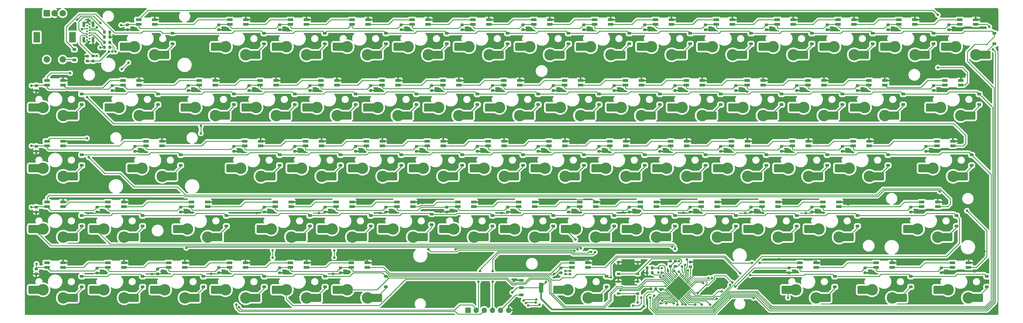
<source format=gbr>
%TF.GenerationSoftware,KiCad,Pcbnew,7.0.6*%
%TF.CreationDate,2024-03-18T14:57:41-04:00*%
%TF.ProjectId,Loadstar_70,4c6f6164-7374-4617-925f-37302e6b6963,rev?*%
%TF.SameCoordinates,Original*%
%TF.FileFunction,Copper,L1,Top*%
%TF.FilePolarity,Positive*%
%FSLAX46Y46*%
G04 Gerber Fmt 4.6, Leading zero omitted, Abs format (unit mm)*
G04 Created by KiCad (PCBNEW 7.0.6) date 2024-03-18 14:57:41*
%MOMM*%
%LPD*%
G01*
G04 APERTURE LIST*
G04 Aperture macros list*
%AMRoundRect*
0 Rectangle with rounded corners*
0 $1 Rounding radius*
0 $2 $3 $4 $5 $6 $7 $8 $9 X,Y pos of 4 corners*
0 Add a 4 corners polygon primitive as box body*
4,1,4,$2,$3,$4,$5,$6,$7,$8,$9,$2,$3,0*
0 Add four circle primitives for the rounded corners*
1,1,$1+$1,$2,$3*
1,1,$1+$1,$4,$5*
1,1,$1+$1,$6,$7*
1,1,$1+$1,$8,$9*
0 Add four rect primitives between the rounded corners*
20,1,$1+$1,$2,$3,$4,$5,0*
20,1,$1+$1,$4,$5,$6,$7,0*
20,1,$1+$1,$6,$7,$8,$9,0*
20,1,$1+$1,$8,$9,$2,$3,0*%
%AMRotRect*
0 Rectangle, with rotation*
0 The origin of the aperture is its center*
0 $1 length*
0 $2 width*
0 $3 Rotation angle, in degrees counterclockwise*
0 Add horizontal line*
21,1,$1,$2,0,0,$3*%
G04 Aperture macros list end*
%TA.AperFunction,SMDPad,CuDef*%
%ADD10RoundRect,0.225000X0.250000X-0.225000X0.250000X0.225000X-0.250000X0.225000X-0.250000X-0.225000X0*%
%TD*%
%TA.AperFunction,SMDPad,CuDef*%
%ADD11RoundRect,0.225000X-0.375000X0.225000X-0.375000X-0.225000X0.375000X-0.225000X0.375000X0.225000X0*%
%TD*%
%TA.AperFunction,SMDPad,CuDef*%
%ADD12R,1.803400X0.812800*%
%TD*%
%TA.AperFunction,SMDPad,CuDef*%
%ADD13RoundRect,0.225000X0.225000X0.250000X-0.225000X0.250000X-0.225000X-0.250000X0.225000X-0.250000X0*%
%TD*%
%TA.AperFunction,SMDPad,CuDef*%
%ADD14RoundRect,0.225000X-0.225000X-0.250000X0.225000X-0.250000X0.225000X0.250000X-0.225000X0.250000X0*%
%TD*%
%TA.AperFunction,SMDPad,CuDef*%
%ADD15RoundRect,0.225000X-0.250000X0.225000X-0.250000X-0.225000X0.250000X-0.225000X0.250000X0.225000X0*%
%TD*%
%TA.AperFunction,SMDPad,CuDef*%
%ADD16RoundRect,0.200000X-0.200000X-0.275000X0.200000X-0.275000X0.200000X0.275000X-0.200000X0.275000X0*%
%TD*%
%TA.AperFunction,SMDPad,CuDef*%
%ADD17R,1.000000X0.700000*%
%TD*%
%TA.AperFunction,SMDPad,CuDef*%
%ADD18RotRect,0.249200X0.893200X315.000000*%
%TD*%
%TA.AperFunction,SMDPad,CuDef*%
%ADD19RotRect,0.249200X0.893200X225.000000*%
%TD*%
%TA.AperFunction,SMDPad,CuDef*%
%ADD20RotRect,5.400000X5.400000X225.000000*%
%TD*%
%TA.AperFunction,ComponentPad*%
%ADD21C,0.600000*%
%TD*%
%TA.AperFunction,ComponentPad*%
%ADD22O,0.900000X1.900000*%
%TD*%
%TA.AperFunction,ComponentPad*%
%ADD23R,1.700000X1.700000*%
%TD*%
%TA.AperFunction,ComponentPad*%
%ADD24O,1.700000X1.700000*%
%TD*%
%TA.AperFunction,SMDPad,CuDef*%
%ADD25R,0.700000X0.750000*%
%TD*%
%TA.AperFunction,SMDPad,CuDef*%
%ADD26R,1.450000X0.900001*%
%TD*%
%TA.AperFunction,SMDPad,CuDef*%
%ADD27R,1.450000X3.149999*%
%TD*%
%TA.AperFunction,SMDPad,CuDef*%
%ADD28RoundRect,0.218750X0.256250X-0.218750X0.256250X0.218750X-0.256250X0.218750X-0.256250X-0.218750X0*%
%TD*%
%TA.AperFunction,SMDPad,CuDef*%
%ADD29RoundRect,0.200000X-0.275000X0.200000X-0.275000X-0.200000X0.275000X-0.200000X0.275000X0.200000X0*%
%TD*%
%TA.AperFunction,SMDPad,CuDef*%
%ADD30RoundRect,0.250000X-1.525000X-1.000000X1.525000X-1.000000X1.525000X1.000000X-1.525000X1.000000X0*%
%TD*%
%TA.AperFunction,ComponentPad*%
%ADD31C,3.600000*%
%TD*%
%TA.AperFunction,ComponentPad*%
%ADD32R,2.000000X2.000000*%
%TD*%
%TA.AperFunction,ComponentPad*%
%ADD33C,2.000000*%
%TD*%
%TA.AperFunction,ComponentPad*%
%ADD34R,2.000000X3.200000*%
%TD*%
%TA.AperFunction,ViaPad*%
%ADD35C,0.800000*%
%TD*%
%TA.AperFunction,Conductor*%
%ADD36C,0.250000*%
%TD*%
%TA.AperFunction,Conductor*%
%ADD37C,0.500000*%
%TD*%
%TA.AperFunction,Conductor*%
%ADD38C,0.200000*%
%TD*%
G04 APERTURE END LIST*
D10*
%TO.P,C63,1*%
%TO.N,GND*%
X308451250Y-139443125D03*
%TO.P,C63,2*%
%TO.N,+5V*%
X308451250Y-137893125D03*
%TD*%
D11*
%TO.P,D54,1,K*%
%TO.N,row3*%
X129857500Y-121540000D03*
%TO.P,D54,2,A*%
%TO.N,Net-(D54-A)*%
X129857500Y-124840000D03*
%TD*%
%TO.P,D46,1,K*%
%TO.N,row3*%
X282257500Y-121540000D03*
%TO.P,D46,2,A*%
%TO.N,Net-(D46-A)*%
X282257500Y-124840000D03*
%TD*%
D10*
%TO.P,C27,1*%
%TO.N,GND*%
X167957500Y-82293125D03*
%TO.P,C27,2*%
%TO.N,+5V*%
X167957500Y-80743125D03*
%TD*%
D11*
%TO.P,D61,1,K*%
%TO.N,row4*%
X275113750Y-140590000D03*
%TO.P,D61,2,A*%
%TO.N,Net-(D61-A)*%
X275113750Y-143890000D03*
%TD*%
%TO.P,D23,1,K*%
%TO.N,row1*%
X182245000Y-83440000D03*
%TO.P,D23,2,A*%
%TO.N,Net-(D23-A)*%
X182245000Y-86740000D03*
%TD*%
%TO.P,D45,1,K*%
%TO.N,row3*%
X313213750Y-121540000D03*
%TO.P,D45,2,A*%
%TO.N,Net-(D45-A)*%
X313213750Y-124840000D03*
%TD*%
D10*
%TO.P,C34,1*%
%TO.N,GND*%
X25082500Y-82293125D03*
%TO.P,C34,2*%
%TO.N,+5V*%
X25082500Y-80743125D03*
%TD*%
D12*
%TO.P,LED25,1,VDD*%
%TO.N,+5V*%
X133391275Y-80648175D03*
%TO.P,LED25,2,DOUT*%
%TO.N,Net-(LED25-DOUT)*%
X133391275Y-79149575D03*
%TO.P,LED25,3,GND*%
%TO.N,GND*%
X138395075Y-79149575D03*
%TO.P,LED25,4,DIN*%
%TO.N,Net-(LED24-DOUT)*%
X138395075Y-80648175D03*
%TD*%
D11*
%TO.P,D57,1,K*%
%TO.N,row3*%
X58420000Y-121540000D03*
%TO.P,D57,2,A*%
%TO.N,Net-(D57-A)*%
X58420000Y-124840000D03*
%TD*%
D12*
%TO.P,LED54,1,VDD*%
%TO.N,+5V*%
X118983125Y-118748175D03*
%TO.P,LED54,2,DOUT*%
%TO.N,Net-(LED54-DOUT)*%
X118983125Y-117249575D03*
%TO.P,LED54,3,GND*%
%TO.N,GND*%
X123986925Y-117249575D03*
%TO.P,LED54,4,DIN*%
%TO.N,Net-(LED53-DOUT)*%
X123986925Y-118748175D03*
%TD*%
D10*
%TO.P,C48,1*%
%TO.N,GND*%
X25082500Y-101343125D03*
%TO.P,C48,2*%
%TO.N,+5V*%
X25082500Y-99793125D03*
%TD*%
%TO.P,C47,1*%
%TO.N,GND*%
X56038750Y-101343125D03*
%TO.P,C47,2*%
%TO.N,+5V*%
X56038750Y-99793125D03*
%TD*%
D13*
%TO.P,C73,1*%
%TO.N,Net-(U1-XTAL1)*%
X217942148Y-139422250D03*
%TO.P,C73,2*%
%TO.N,GND*%
X216392148Y-139422250D03*
%TD*%
D12*
%TO.P,LED40,1,VDD*%
%TO.N,+5V*%
X128508125Y-99698175D03*
%TO.P,LED40,2,DOUT*%
%TO.N,Net-(LED40-DOUT)*%
X128508125Y-98199575D03*
%TO.P,LED40,3,GND*%
%TO.N,GND*%
X133511925Y-98199575D03*
%TO.P,LED40,4,DIN*%
%TO.N,Net-(LED39-DOUT)*%
X133511925Y-99698175D03*
%TD*%
%TO.P,LED18,1,VDD*%
%TO.N,+5V*%
X266741275Y-80648175D03*
%TO.P,LED18,2,DOUT*%
%TO.N,Net-(LED18-DOUT)*%
X266741275Y-79149575D03*
%TO.P,LED18,3,GND*%
%TO.N,GND*%
X271745075Y-79149575D03*
%TO.P,LED18,4,DIN*%
%TO.N,Net-(LED17-DOUT)*%
X271745075Y-80648175D03*
%TD*%
D10*
%TO.P,C4,1*%
%TO.N,GND*%
X63148125Y-139833750D03*
%TO.P,C4,2*%
%TO.N,+5V*%
X63148125Y-138283750D03*
%TD*%
D11*
%TO.P,D59,1,K*%
%TO.N,row4*%
X322738750Y-140590000D03*
%TO.P,D59,2,A*%
%TO.N,Net-(D59-A)*%
X322738750Y-143890000D03*
%TD*%
D10*
%TO.P,C36,1*%
%TO.N,GND*%
X277495000Y-101343125D03*
%TO.P,C36,2*%
%TO.N,+5V*%
X277495000Y-99793125D03*
%TD*%
D12*
%TO.P,LED8,1,VDD*%
%TO.N,+5V*%
X180895625Y-61598175D03*
%TO.P,LED8,2,DOUT*%
%TO.N,Net-(LED8-DOUT)*%
X180895625Y-60099575D03*
%TO.P,LED8,3,GND*%
%TO.N,GND*%
X185899425Y-60099575D03*
%TO.P,LED8,4,DIN*%
%TO.N,Net-(LED7-DOUT)*%
X185899425Y-61598175D03*
%TD*%
D10*
%TO.P,C26,1*%
%TO.N,GND*%
X187007500Y-82293125D03*
%TO.P,C26,2*%
%TO.N,+5V*%
X187007500Y-80743125D03*
%TD*%
D11*
%TO.P,D11,1,K*%
%TO.N,row0*%
X153670000Y-64390000D03*
%TO.P,D11,2,A*%
%TO.N,Net-(D11-A)*%
X153670000Y-67690000D03*
%TD*%
%TO.P,D60,1,K*%
%TO.N,row4*%
X298926250Y-140590000D03*
%TO.P,D60,2,A*%
%TO.N,Net-(D60-A)*%
X298926250Y-143890000D03*
%TD*%
%TO.P,D26,1,K*%
%TO.N,row1*%
X125095000Y-83440000D03*
%TO.P,D26,2,A*%
%TO.N,Net-(D26-A)*%
X125095000Y-86740000D03*
%TD*%
D12*
%TO.P,LED11,1,VDD*%
%TO.N,+5V*%
X123999625Y-61598175D03*
%TO.P,LED11,2,DOUT*%
%TO.N,Net-(LED11-DOUT)*%
X123999625Y-60099575D03*
%TO.P,LED11,3,GND*%
%TO.N,GND*%
X129003425Y-60099575D03*
%TO.P,LED11,4,DIN*%
%TO.N,Net-(LED10-DOUT)*%
X129003425Y-61598175D03*
%TD*%
D10*
%TO.P,C28,1*%
%TO.N,GND*%
X148907500Y-82293125D03*
%TO.P,C28,2*%
%TO.N,+5V*%
X148907500Y-80743125D03*
%TD*%
%TO.P,C23,1*%
%TO.N,GND*%
X244157500Y-82293125D03*
%TO.P,C23,2*%
%TO.N,+5V*%
X244157500Y-80743125D03*
%TD*%
D14*
%TO.P,C1,1*%
%TO.N,GND*%
X217510625Y-144505000D03*
%TO.P,C1,2*%
%TO.N,+5V*%
X219060625Y-144505000D03*
%TD*%
D11*
%TO.P,D19,1,K*%
%TO.N,row1*%
X258445000Y-83440000D03*
%TO.P,D19,2,A*%
%TO.N,Net-(D19-A)*%
X258445000Y-86740000D03*
%TD*%
%TO.P,D7,1,K*%
%TO.N,row0*%
X229870000Y-64390000D03*
%TO.P,D7,2,A*%
%TO.N,Net-(D7-A)*%
X229870000Y-67690000D03*
%TD*%
D12*
%TO.P,LED30,1,VDD*%
%TO.N,+5V*%
X28495625Y-80648175D03*
%TO.P,LED30,2,DOUT*%
%TO.N,LED_row3*%
X28495625Y-79149575D03*
%TO.P,LED30,3,GND*%
%TO.N,GND*%
X33499425Y-79149575D03*
%TO.P,LED30,4,DIN*%
%TO.N,Net-(LED29-DOUT)*%
X33499425Y-80648175D03*
%TD*%
D15*
%TO.P,C15,1*%
%TO.N,GND*%
X41135625Y-71530000D03*
%TO.P,C15,2*%
%TO.N,+5V*%
X41135625Y-73080000D03*
%TD*%
D16*
%TO.P,R3,1*%
%TO.N,Net-(J1-D1+)*%
X46460625Y-67240000D03*
%TO.P,R3,2*%
%TO.N,D+*%
X48110625Y-67240000D03*
%TD*%
D12*
%TO.P,LED42,1,VDD*%
%TO.N,+5V*%
X90408125Y-99698175D03*
%TO.P,LED42,2,DOUT*%
%TO.N,Net-(LED42-DOUT)*%
X90408125Y-98199575D03*
%TO.P,LED42,3,GND*%
%TO.N,GND*%
X95411925Y-98199575D03*
%TO.P,LED42,4,DIN*%
%TO.N,Net-(LED41-DOUT)*%
X95411925Y-99698175D03*
%TD*%
D11*
%TO.P,D17,1,K*%
%TO.N,row1*%
X296545000Y-83440000D03*
%TO.P,D17,2,A*%
%TO.N,Net-(D17-A)*%
X296545000Y-86740000D03*
%TD*%
%TO.P,D14,1,K*%
%TO.N,row0*%
X96370000Y-64390000D03*
%TO.P,D14,2,A*%
%TO.N,Net-(D14-A)*%
X96370000Y-67690000D03*
%TD*%
D12*
%TO.P,LED17,1,VDD*%
%TO.N,+5V*%
X285791275Y-80648175D03*
%TO.P,LED17,2,DOUT*%
%TO.N,Net-(LED17-DOUT)*%
X285791275Y-79149575D03*
%TO.P,LED17,3,GND*%
%TO.N,GND*%
X290795075Y-79149575D03*
%TO.P,LED17,4,DIN*%
%TO.N,Net-(LED16-DOUT)*%
X290795075Y-80648175D03*
%TD*%
D11*
%TO.P,D25,1,K*%
%TO.N,row1*%
X144145000Y-83440000D03*
%TO.P,D25,2,A*%
%TO.N,Net-(D25-A)*%
X144145000Y-86740000D03*
%TD*%
D10*
%TO.P,C52,1*%
%TO.N,GND*%
X229870000Y-120393125D03*
%TO.P,C52,2*%
%TO.N,+5V*%
X229870000Y-118843125D03*
%TD*%
D12*
%TO.P,LED65,1,VDD*%
%TO.N,+5V*%
X85645625Y-137798175D03*
%TO.P,LED65,2,DOUT*%
%TO.N,Net-(LED65-DOUT)*%
X85645625Y-136299575D03*
%TO.P,LED65,3,GND*%
%TO.N,GND*%
X90649425Y-136299575D03*
%TO.P,LED65,4,DIN*%
%TO.N,Net-(LED64-DOUT)*%
X90649425Y-137798175D03*
%TD*%
%TO.P,LED56,1,VDD*%
%TO.N,+5V*%
X73739375Y-118748175D03*
%TO.P,LED56,2,DOUT*%
%TO.N,Net-(LED56-DOUT)*%
X73739375Y-117249575D03*
%TO.P,LED56,3,GND*%
%TO.N,GND*%
X78743175Y-117249575D03*
%TO.P,LED56,4,DIN*%
%TO.N,Net-(LED55-DOUT)*%
X78743175Y-118748175D03*
%TD*%
%TO.P,LED23,1,VDD*%
%TO.N,+5V*%
X171491275Y-80648175D03*
%TO.P,LED23,2,DOUT*%
%TO.N,Net-(LED23-DOUT)*%
X171491275Y-79149575D03*
%TO.P,LED23,3,GND*%
%TO.N,GND*%
X176495075Y-79149575D03*
%TO.P,LED23,4,DIN*%
%TO.N,Net-(LED22-DOUT)*%
X176495075Y-80648175D03*
%TD*%
D10*
%TO.P,C33,1*%
%TO.N,GND*%
X48895000Y-82293125D03*
%TO.P,C33,2*%
%TO.N,+5V*%
X48895000Y-80743125D03*
%TD*%
D12*
%TO.P,LED28,1,VDD*%
%TO.N,+5V*%
X76120625Y-80648175D03*
%TO.P,LED28,2,DOUT*%
%TO.N,Net-(LED28-DOUT)*%
X76120625Y-79149575D03*
%TO.P,LED28,3,GND*%
%TO.N,GND*%
X81124425Y-79149575D03*
%TO.P,LED28,4,DIN*%
%TO.N,Net-(LED27-DOUT)*%
X81124425Y-80648175D03*
%TD*%
D10*
%TO.P,C50,1*%
%TO.N,GND*%
X267970000Y-120393125D03*
%TO.P,C50,2*%
%TO.N,+5V*%
X267970000Y-118843125D03*
%TD*%
%TO.P,C30,1*%
%TO.N,GND*%
X110807500Y-82293125D03*
%TO.P,C30,2*%
%TO.N,+5V*%
X110807500Y-80743125D03*
%TD*%
D12*
%TO.P,LED60,1,VDD*%
%TO.N,+5V*%
X288051875Y-137798175D03*
%TO.P,LED60,2,DOUT*%
%TO.N,Net-(LED60-DOUT)*%
X288051875Y-136299575D03*
%TO.P,LED60,3,GND*%
%TO.N,GND*%
X293055675Y-136299575D03*
%TO.P,LED60,4,DIN*%
%TO.N,Net-(LED59-DOUT)*%
X293055675Y-137798175D03*
%TD*%
D10*
%TO.P,C13,1*%
%TO.N,GND*%
X158432500Y-63243125D03*
%TO.P,C13,2*%
%TO.N,+5V*%
X158432500Y-61693125D03*
%TD*%
%TO.P,C39,1*%
%TO.N,GND*%
X220345000Y-101343125D03*
%TO.P,C39,2*%
%TO.N,+5V*%
X220345000Y-99793125D03*
%TD*%
D11*
%TO.P,D48,1,K*%
%TO.N,row3*%
X244157500Y-121540000D03*
%TO.P,D48,2,A*%
%TO.N,Net-(D48-A)*%
X244157500Y-124840000D03*
%TD*%
D12*
%TO.P,LED2,1,VDD*%
%TO.N,+5V*%
X295195625Y-61598175D03*
%TO.P,LED2,2,DOUT*%
%TO.N,Net-(LED2-DOUT)*%
X295195625Y-60099575D03*
%TO.P,LED2,3,GND*%
%TO.N,GND*%
X300199425Y-60099575D03*
%TO.P,LED2,4,DIN*%
%TO.N,Net-(LED1-DOUT)*%
X300199425Y-61598175D03*
%TD*%
D10*
%TO.P,C42,1*%
%TO.N,GND*%
X163195000Y-101343125D03*
%TO.P,C42,2*%
%TO.N,+5V*%
X163195000Y-99793125D03*
%TD*%
D12*
%TO.P,LED37,1,VDD*%
%TO.N,+5V*%
X185658125Y-99698175D03*
%TO.P,LED37,2,DOUT*%
%TO.N,Net-(LED37-DOUT)*%
X185658125Y-98199575D03*
%TO.P,LED37,3,GND*%
%TO.N,GND*%
X190661925Y-98199575D03*
%TO.P,LED37,4,DIN*%
%TO.N,Net-(LED36-DOUT)*%
X190661925Y-99698175D03*
%TD*%
D17*
%TO.P,Boot1,1,1*%
%TO.N,GND*%
X207385625Y-142255000D03*
X213385625Y-142255000D03*
%TO.P,Boot1,2,2*%
%TO.N,Net-(U1-PE2)*%
X207385625Y-145955000D03*
X213385625Y-145955000D03*
%TD*%
D10*
%TO.P,C60,1*%
%TO.N,GND*%
X70326250Y-120393125D03*
%TO.P,C60,2*%
%TO.N,+5V*%
X70326250Y-118843125D03*
%TD*%
D11*
%TO.P,D15,1,K*%
%TO.N,row0*%
X67795000Y-64340000D03*
%TO.P,D15,2,A*%
%TO.N,Net-(D15-A)*%
X67795000Y-67640000D03*
%TD*%
D10*
%TO.P,C14,1*%
%TO.N,GND*%
X139382500Y-63243125D03*
%TO.P,C14,2*%
%TO.N,+5V*%
X139382500Y-61693125D03*
%TD*%
%TO.P,C53,1*%
%TO.N,GND*%
X210820000Y-120393125D03*
%TO.P,C53,2*%
%TO.N,+5V*%
X210820000Y-118843125D03*
%TD*%
D17*
%TO.P,Reset1,1,1*%
%TO.N,GND*%
X207385625Y-136055000D03*
X213385625Y-136055000D03*
%TO.P,Reset1,2,2*%
%TO.N,RESET*%
X207385625Y-139755000D03*
X213385625Y-139755000D03*
%TD*%
D12*
%TO.P,LED38,1,VDD*%
%TO.N,+5V*%
X166608125Y-99698175D03*
%TO.P,LED38,2,DOUT*%
%TO.N,Net-(LED38-DOUT)*%
X166608125Y-98199575D03*
%TO.P,LED38,3,GND*%
%TO.N,GND*%
X171611925Y-98199575D03*
%TO.P,LED38,4,DIN*%
%TO.N,Net-(LED37-DOUT)*%
X171611925Y-99698175D03*
%TD*%
%TO.P,LED27,1,VDD*%
%TO.N,+5V*%
X95170625Y-80648175D03*
%TO.P,LED27,2,DOUT*%
%TO.N,Net-(LED27-DOUT)*%
X95170625Y-79149575D03*
%TO.P,LED27,3,GND*%
%TO.N,GND*%
X100174425Y-79149575D03*
%TO.P,LED27,4,DIN*%
%TO.N,Net-(LED26-DOUT)*%
X100174425Y-80648175D03*
%TD*%
D11*
%TO.P,D36,1,K*%
%TO.N,row2*%
X215582500Y-102490000D03*
%TO.P,D36,2,A*%
%TO.N,Net-(D36-A)*%
X215582500Y-105790000D03*
%TD*%
%TO.P,D31,1,K*%
%TO.N,row2*%
X317976250Y-102490000D03*
%TO.P,D31,2,A*%
%TO.N,Net-(D31-A)*%
X317976250Y-105790000D03*
%TD*%
D10*
%TO.P,C43,1*%
%TO.N,GND*%
X144145000Y-101343125D03*
%TO.P,C43,2*%
%TO.N,+5V*%
X144145000Y-99793125D03*
%TD*%
D11*
%TO.P,D63,1,K*%
%TO.N,row4*%
X134620000Y-140590000D03*
%TO.P,D63,2,A*%
%TO.N,Net-(D63-A)*%
X134620000Y-143890000D03*
%TD*%
D12*
%TO.P,LED57,1,VDD*%
%TO.N,+5V*%
X47545625Y-118748175D03*
%TO.P,LED57,2,DOUT*%
%TO.N,Net-(LED57-DOUT)*%
X47545625Y-117249575D03*
%TO.P,LED57,3,GND*%
%TO.N,GND*%
X52549425Y-117249575D03*
%TO.P,LED57,4,DIN*%
%TO.N,Net-(LED56-DOUT)*%
X52549425Y-118748175D03*
%TD*%
%TO.P,LED59,1,VDD*%
%TO.N,+5V*%
X311985025Y-137798175D03*
%TO.P,LED59,2,DOUT*%
%TO.N,Net-(LED59-DOUT)*%
X311985025Y-136299575D03*
%TO.P,LED59,3,GND*%
%TO.N,GND*%
X316988825Y-136299575D03*
%TO.P,LED59,4,DIN*%
%TO.N,LED_row5*%
X316988825Y-137798175D03*
%TD*%
%TO.P,LED16,1,VDD*%
%TO.N,+5V*%
X309603775Y-80648175D03*
%TO.P,LED16,2,DOUT*%
%TO.N,Net-(LED16-DOUT)*%
X309603775Y-79149575D03*
%TO.P,LED16,3,GND*%
%TO.N,GND*%
X314607575Y-79149575D03*
%TO.P,LED16,4,DIN*%
%TO.N,LED_row2*%
X314607575Y-80648175D03*
%TD*%
D11*
%TO.P,D58,1,K*%
%TO.N,row3*%
X39370000Y-121540000D03*
%TO.P,D58,2,A*%
%TO.N,Net-(D58-A)*%
X39370000Y-124840000D03*
%TD*%
%TO.P,D34,1,K*%
%TO.N,row2*%
X253682500Y-102490000D03*
%TO.P,D34,2,A*%
%TO.N,Net-(D34-A)*%
X253682500Y-105790000D03*
%TD*%
D10*
%TO.P,C58,1*%
%TO.N,GND*%
X115570000Y-120393125D03*
%TO.P,C58,2*%
%TO.N,+5V*%
X115570000Y-118843125D03*
%TD*%
%TO.P,C5,1*%
%TO.N,GND*%
X310832500Y-63243125D03*
%TO.P,C5,2*%
%TO.N,+5V*%
X310832500Y-61693125D03*
%TD*%
D11*
%TO.P,D6,1,K*%
%TO.N,row0*%
X248920000Y-64390000D03*
%TO.P,D6,2,A*%
%TO.N,Net-(D6-A)*%
X248920000Y-67690000D03*
%TD*%
%TO.P,D41,1,K*%
%TO.N,row2*%
X120332500Y-102490000D03*
%TO.P,D41,2,A*%
%TO.N,Net-(D41-A)*%
X120332500Y-105790000D03*
%TD*%
D10*
%TO.P,C55,1*%
%TO.N,GND*%
X172720000Y-120393125D03*
%TO.P,C55,2*%
%TO.N,+5V*%
X172720000Y-118843125D03*
%TD*%
D11*
%TO.P,D49,1,K*%
%TO.N,row3*%
X225107500Y-121540000D03*
%TO.P,D49,2,A*%
%TO.N,Net-(D49-A)*%
X225107500Y-124840000D03*
%TD*%
D18*
%TO.P,U1,1,PE6*%
%TO.N,col15*%
X230391511Y-143669648D03*
%TO.P,U1,2,UVCC*%
%TO.N,+5V*%
X230037959Y-143316095D03*
%TO.P,U1,3,D-*%
%TO.N,D-*%
X229684404Y-142962541D03*
%TO.P,U1,4,D+*%
%TO.N,D+*%
X229330852Y-142608988D03*
%TO.P,U1,5,UGND*%
%TO.N,GND*%
X228977297Y-142255433D03*
%TO.P,U1,6,UCAP*%
%TO.N,Net-(U1-UCAP)*%
X228623744Y-141901881D03*
%TO.P,U1,7,VBUS*%
%TO.N,+5V*%
X228270192Y-141548328D03*
%TO.P,U1,8,PB0*%
%TO.N,col14*%
X227916637Y-141194773D03*
%TO.P,U1,9,PB1*%
%TO.N,SCK*%
X227563084Y-140841221D03*
%TO.P,U1,10,PB2*%
%TO.N,MOSI{slash}EA*%
X227209530Y-140487666D03*
%TO.P,U1,11,PB3*%
%TO.N,MISO{slash}EB*%
X226855977Y-140134114D03*
D19*
%TO.P,U1,12,PB7*%
%TO.N,col13*%
X225715273Y-140134114D03*
%TO.P,U1,13,\u002ARESET*%
%TO.N,RESET*%
X225361720Y-140487666D03*
%TO.P,U1,14,VCC*%
%TO.N,+5V*%
X225008166Y-140841221D03*
%TO.P,U1,15,GND*%
%TO.N,GND*%
X224654613Y-141194773D03*
%TO.P,U1,16,XTAL2*%
%TO.N,Net-(U1-XTAL2)*%
X224301058Y-141548328D03*
%TO.P,U1,17,XTAL1*%
%TO.N,Net-(U1-XTAL1)*%
X223947506Y-141901881D03*
%TO.P,U1,18,PD0*%
%TO.N,col8*%
X223593953Y-142255433D03*
%TO.P,U1,19,PD1*%
%TO.N,col9*%
X223240398Y-142608988D03*
%TO.P,U1,20,PD2*%
%TO.N,col10*%
X222886846Y-142962541D03*
%TO.P,U1,21,PD3*%
%TO.N,col11*%
X222533291Y-143316095D03*
%TO.P,U1,22,PD5*%
%TO.N,col12*%
X222179739Y-143669648D03*
D18*
%TO.P,U1,23,GND*%
%TO.N,GND*%
X222179739Y-144810352D03*
%TO.P,U1,24,AVCC*%
%TO.N,+5V*%
X222533291Y-145163905D03*
%TO.P,U1,25,PD4*%
%TO.N,row0*%
X222886846Y-145517459D03*
%TO.P,U1,26,PD6*%
%TO.N,row1*%
X223240398Y-145871012D03*
%TO.P,U1,27,PD7*%
%TO.N,row2*%
X223593953Y-146224567D03*
%TO.P,U1,28,PB4*%
%TO.N,row3*%
X223947506Y-146578119D03*
%TO.P,U1,29,PB5*%
%TO.N,row4*%
X224301058Y-146931672D03*
%TO.P,U1,30,PB6*%
%TO.N,col0*%
X224654613Y-147285227D03*
%TO.P,U1,31,PC6*%
%TO.N,LED*%
X225008166Y-147638779D03*
%TO.P,U1,32,PC7*%
%TO.N,col7*%
X225361720Y-147992334D03*
%TO.P,U1,33,PE2*%
%TO.N,Net-(U1-PE2)*%
X225715273Y-148345886D03*
D19*
%TO.P,U1,34,VCC*%
%TO.N,+5V*%
X226855977Y-148345886D03*
%TO.P,U1,35,GND*%
%TO.N,GND*%
X227209530Y-147992334D03*
%TO.P,U1,36,PF7*%
%TO.N,col6*%
X227563084Y-147638779D03*
%TO.P,U1,37,PF6*%
%TO.N,col5*%
X227916637Y-147285227D03*
%TO.P,U1,38,PF5*%
%TO.N,col4*%
X228270192Y-146931672D03*
%TO.P,U1,39,PF4*%
%TO.N,col3*%
X228623744Y-146578119D03*
%TO.P,U1,40,PF1*%
%TO.N,col2*%
X228977297Y-146224567D03*
%TO.P,U1,41,PF0*%
%TO.N,col1*%
X229330852Y-145871012D03*
%TO.P,U1,42,AREF*%
%TO.N,unconnected-(U1-AREF-Pad42)*%
X229684404Y-145517459D03*
%TO.P,U1,43,GND*%
%TO.N,GND*%
X230037959Y-145163905D03*
%TO.P,U1,44,AVCC*%
%TO.N,+5V*%
X230391511Y-144810352D03*
D20*
%TO.P,U1,45,EPAD*%
%TO.N,GND*%
X226285625Y-144240000D03*
%TD*%
D12*
%TO.P,LED46,1,VDD*%
%TO.N,+5V*%
X271383125Y-118748175D03*
%TO.P,LED46,2,DOUT*%
%TO.N,Net-(LED46-DOUT)*%
X271383125Y-117249575D03*
%TO.P,LED46,3,GND*%
%TO.N,GND*%
X276386925Y-117249575D03*
%TO.P,LED46,4,DIN*%
%TO.N,Net-(LED45-DOUT)*%
X276386925Y-118748175D03*
%TD*%
%TO.P,LED64,1,VDD*%
%TO.N,+5V*%
X104695625Y-137798175D03*
%TO.P,LED64,2,DOUT*%
%TO.N,Net-(LED64-DOUT)*%
X104695625Y-136299575D03*
%TO.P,LED64,3,GND*%
%TO.N,GND*%
X109699425Y-136299575D03*
%TO.P,LED64,4,DIN*%
%TO.N,Net-(LED63-DOUT)*%
X109699425Y-137798175D03*
%TD*%
%TO.P,LED52,1,VDD*%
%TO.N,+5V*%
X157083125Y-118748175D03*
%TO.P,LED52,2,DOUT*%
%TO.N,Net-(LED52-DOUT)*%
X157083125Y-117249575D03*
%TO.P,LED52,3,GND*%
%TO.N,GND*%
X162086925Y-117249575D03*
%TO.P,LED52,4,DIN*%
%TO.N,Net-(LED51-DOUT)*%
X162086925Y-118748175D03*
%TD*%
D10*
%TO.P,C7,1*%
%TO.N,GND*%
X272732500Y-63243125D03*
%TO.P,C7,2*%
%TO.N,+5V*%
X272732500Y-61693125D03*
%TD*%
D12*
%TO.P,LED31,1,VDD*%
%TO.N,+5V*%
X307101875Y-99698175D03*
%TO.P,LED31,2,DOUT*%
%TO.N,Net-(LED31-DOUT)*%
X307101875Y-98199575D03*
%TO.P,LED31,3,GND*%
%TO.N,GND*%
X312105675Y-98199575D03*
%TO.P,LED31,4,DIN*%
%TO.N,LED_row3*%
X312105675Y-99698175D03*
%TD*%
D10*
%TO.P,C3,1*%
%TO.N,GND*%
X25082500Y-139833750D03*
%TO.P,C3,2*%
%TO.N,+5V*%
X25082500Y-138283750D03*
%TD*%
%TO.P,C6,1*%
%TO.N,GND*%
X291782500Y-63243125D03*
%TO.P,C6,2*%
%TO.N,+5V*%
X291782500Y-61693125D03*
%TD*%
%TO.P,C44,1*%
%TO.N,GND*%
X125095000Y-101343125D03*
%TO.P,C44,2*%
%TO.N,+5V*%
X125095000Y-99793125D03*
%TD*%
D12*
%TO.P,LED21,1,VDD*%
%TO.N,+5V*%
X209591275Y-80648175D03*
%TO.P,LED21,2,DOUT*%
%TO.N,Net-(LED21-DOUT)*%
X209591275Y-79149575D03*
%TO.P,LED21,3,GND*%
%TO.N,GND*%
X214595075Y-79149575D03*
%TO.P,LED21,4,DIN*%
%TO.N,Net-(LED20-DOUT)*%
X214595075Y-80648175D03*
%TD*%
%TO.P,LED5,1,VDD*%
%TO.N,+5V*%
X238045625Y-61598175D03*
%TO.P,LED5,2,DOUT*%
%TO.N,Net-(LED5-DOUT)*%
X238045625Y-60099575D03*
%TO.P,LED5,3,GND*%
%TO.N,GND*%
X243049425Y-60099575D03*
%TO.P,LED5,4,DIN*%
%TO.N,Net-(LED4-DOUT)*%
X243049425Y-61598175D03*
%TD*%
D10*
%TO.P,C31,1*%
%TO.N,GND*%
X91757500Y-82293125D03*
%TO.P,C31,2*%
%TO.N,+5V*%
X91757500Y-80743125D03*
%TD*%
%TO.P,C20,1*%
%TO.N,GND*%
X306070000Y-82293125D03*
%TO.P,C20,2*%
%TO.N,+5V*%
X306070000Y-80743125D03*
%TD*%
D12*
%TO.P,LED24,1,VDD*%
%TO.N,+5V*%
X152441275Y-80648175D03*
%TO.P,LED24,2,DOUT*%
%TO.N,Net-(LED24-DOUT)*%
X152441275Y-79149575D03*
%TO.P,LED24,3,GND*%
%TO.N,GND*%
X157445075Y-79149575D03*
%TO.P,LED24,4,DIN*%
%TO.N,Net-(LED23-DOUT)*%
X157445075Y-80648175D03*
%TD*%
D11*
%TO.P,D13,1,K*%
%TO.N,row0*%
X115420000Y-64340000D03*
%TO.P,D13,2,A*%
%TO.N,Net-(D13-A)*%
X115420000Y-67640000D03*
%TD*%
%TO.P,D33,1,K*%
%TO.N,row2*%
X272732500Y-102490000D03*
%TO.P,D33,2,A*%
%TO.N,Net-(D33-A)*%
X272732500Y-105790000D03*
%TD*%
D12*
%TO.P,LED35,1,VDD*%
%TO.N,+5V*%
X223758125Y-99698175D03*
%TO.P,LED35,2,DOUT*%
%TO.N,Net-(LED35-DOUT)*%
X223758125Y-98199575D03*
%TO.P,LED35,3,GND*%
%TO.N,GND*%
X228761925Y-98199575D03*
%TO.P,LED35,4,DIN*%
%TO.N,Net-(LED34-DOUT)*%
X228761925Y-99698175D03*
%TD*%
D10*
%TO.P,C64,1*%
%TO.N,GND*%
X284638750Y-139443125D03*
%TO.P,C64,2*%
%TO.N,+5V*%
X284638750Y-137893125D03*
%TD*%
%TO.P,C11,1*%
%TO.N,GND*%
X196532500Y-63243125D03*
%TO.P,C11,2*%
%TO.N,+5V*%
X196532500Y-61693125D03*
%TD*%
%TO.P,C35,1*%
%TO.N,GND*%
X303688750Y-101343125D03*
%TO.P,C35,2*%
%TO.N,+5V*%
X303688750Y-99793125D03*
%TD*%
D12*
%TO.P,LED44,1,VDD*%
%TO.N,+5V*%
X28495625Y-99698175D03*
%TO.P,LED44,2,DOUT*%
%TO.N,LED_row4*%
X28495625Y-98199575D03*
%TO.P,LED44,3,GND*%
%TO.N,GND*%
X33499425Y-98199575D03*
%TO.P,LED44,4,DIN*%
%TO.N,Net-(LED43-DOUT)*%
X33499425Y-99698175D03*
%TD*%
%TO.P,LED68,1,VDD*%
%TO.N,+5V*%
X28495625Y-137798175D03*
%TO.P,LED68,2,DOUT*%
%TO.N,unconnected-(LED68-DOUT-Pad2)*%
X28495625Y-136299575D03*
%TO.P,LED68,3,GND*%
%TO.N,GND*%
X33499425Y-136299575D03*
%TO.P,LED68,4,DIN*%
%TO.N,Net-(LED67-DOUT)*%
X33499425Y-137798175D03*
%TD*%
D10*
%TO.P,C19,1*%
%TO.N,GND*%
X82232500Y-139418125D03*
%TO.P,C19,2*%
%TO.N,+5V*%
X82232500Y-137868125D03*
%TD*%
%TO.P,C57,1*%
%TO.N,GND*%
X134620000Y-120393125D03*
%TO.P,C57,2*%
%TO.N,+5V*%
X134620000Y-118843125D03*
%TD*%
D11*
%TO.P,D39,1,K*%
%TO.N,row2*%
X158432500Y-102490000D03*
%TO.P,D39,2,A*%
%TO.N,Net-(D39-A)*%
X158432500Y-105790000D03*
%TD*%
%TO.P,D21,1,K*%
%TO.N,row1*%
X220345000Y-83440000D03*
%TO.P,D21,2,A*%
%TO.N,Net-(D21-A)*%
X220345000Y-86740000D03*
%TD*%
D12*
%TO.P,LED43,1,VDD*%
%TO.N,+5V*%
X59451875Y-99698175D03*
%TO.P,LED43,2,DOUT*%
%TO.N,Net-(LED43-DOUT)*%
X59451875Y-98199575D03*
%TO.P,LED43,3,GND*%
%TO.N,GND*%
X64455675Y-98199575D03*
%TO.P,LED43,4,DIN*%
%TO.N,Net-(LED42-DOUT)*%
X64455675Y-99698175D03*
%TD*%
D11*
%TO.P,D2,1,K*%
%TO.N,row0*%
X325120000Y-64390000D03*
%TO.P,D2,2,A*%
%TO.N,Net-(D2-A)*%
X325120000Y-67690000D03*
%TD*%
D10*
%TO.P,C38,1*%
%TO.N,GND*%
X239395000Y-101343125D03*
%TO.P,C38,2*%
%TO.N,+5V*%
X239395000Y-99793125D03*
%TD*%
D11*
%TO.P,D4,1,K*%
%TO.N,row0*%
X287020000Y-64390000D03*
%TO.P,D4,2,A*%
%TO.N,Net-(D4-A)*%
X287020000Y-67690000D03*
%TD*%
%TO.P,D67,1,K*%
%TO.N,row4*%
X58420000Y-140590000D03*
%TO.P,D67,2,A*%
%TO.N,Net-(D67-A)*%
X58420000Y-143890000D03*
%TD*%
D21*
%TO.P,J1,A1,GND_A*%
%TO.N,GND*%
X41815625Y-61540000D03*
%TO.P,J1,A4,VBUS_A*%
%TO.N,Net-(J1-VBUS_A)*%
X41815625Y-62440000D03*
%TO.P,J1,A5,CC1*%
%TO.N,Net-(J1-CC1)*%
X41815625Y-63340000D03*
%TO.P,J1,A6,D1+*%
%TO.N,Net-(J1-D1+)*%
X41815625Y-64240000D03*
%TO.P,J1,A7,D1-*%
%TO.N,Net-(J1-D1-)*%
X41815625Y-65140000D03*
%TO.P,J1,A9,VBUS_A__1*%
%TO.N,Net-(J1-VBUS_A)*%
X41815625Y-66040000D03*
%TO.P,J1,A12,GND_A__1*%
%TO.N,GND*%
X41815625Y-66940000D03*
%TO.P,J1,B1,GND_B*%
X41035625Y-66490000D03*
%TO.P,J1,B4,VBUS_B*%
%TO.N,Net-(J1-VBUS_A)*%
X41035625Y-65590000D03*
%TO.P,J1,B5,CC2*%
%TO.N,Net-(J1-CC2)*%
X41035625Y-64690000D03*
%TO.P,J1,B6,D2+*%
%TO.N,Net-(J1-D1+)*%
X41035625Y-63790000D03*
%TO.P,J1,B7,D2-*%
%TO.N,Net-(J1-D1-)*%
X41035625Y-62890000D03*
%TO.P,J1,B9,VBUS_B__1*%
%TO.N,Net-(J1-VBUS_A)*%
X41035625Y-61990000D03*
%TO.P,J1,B12,GND_B__1*%
%TO.N,GND*%
X41035625Y-61090000D03*
D22*
%TO.P,J1,S1,SHIELD*%
X42855625Y-61590000D03*
%TO.P,J1,S2,SHIELD__1*%
X39995625Y-61590000D03*
%TO.P,J1,S3,SHIELD__2*%
X42855625Y-66390000D03*
%TO.P,J1,S4,SHIELD__3*%
X39995625Y-66390000D03*
%TD*%
D12*
%TO.P,LED7,1,VDD*%
%TO.N,+5V*%
X199945625Y-61598175D03*
%TO.P,LED7,2,DOUT*%
%TO.N,Net-(LED7-DOUT)*%
X199945625Y-60099575D03*
%TO.P,LED7,3,GND*%
%TO.N,GND*%
X204949425Y-60099575D03*
%TO.P,LED7,4,DIN*%
%TO.N,Net-(LED6-DOUT)*%
X204949425Y-61598175D03*
%TD*%
%TO.P,LED41,1,VDD*%
%TO.N,+5V*%
X109458125Y-99698175D03*
%TO.P,LED41,2,DOUT*%
%TO.N,Net-(LED41-DOUT)*%
X109458125Y-98199575D03*
%TO.P,LED41,3,GND*%
%TO.N,GND*%
X114461925Y-98199575D03*
%TO.P,LED41,4,DIN*%
%TO.N,Net-(LED40-DOUT)*%
X114461925Y-99698175D03*
%TD*%
%TO.P,LED48,1,VDD*%
%TO.N,+5V*%
X233283125Y-118748175D03*
%TO.P,LED48,2,DOUT*%
%TO.N,Net-(LED48-DOUT)*%
X233283125Y-117249575D03*
%TO.P,LED48,3,GND*%
%TO.N,GND*%
X238286925Y-117249575D03*
%TO.P,LED48,4,DIN*%
%TO.N,Net-(LED47-DOUT)*%
X238286925Y-118748175D03*
%TD*%
D11*
%TO.P,D40,1,K*%
%TO.N,row2*%
X139382500Y-102490000D03*
%TO.P,D40,2,A*%
%TO.N,Net-(D40-A)*%
X139382500Y-105790000D03*
%TD*%
D12*
%TO.P,LED66,1,VDD*%
%TO.N,+5V*%
X66595625Y-137798175D03*
%TO.P,LED66,2,DOUT*%
%TO.N,Net-(LED66-DOUT)*%
X66595625Y-136299575D03*
%TO.P,LED66,3,GND*%
%TO.N,GND*%
X71599425Y-136299575D03*
%TO.P,LED66,4,DIN*%
%TO.N,Net-(LED65-DOUT)*%
X71599425Y-137798175D03*
%TD*%
D11*
%TO.P,D38,1,K*%
%TO.N,row2*%
X177482500Y-102490000D03*
%TO.P,D38,2,A*%
%TO.N,Net-(D38-A)*%
X177482500Y-105790000D03*
%TD*%
D16*
%TO.P,R4,1*%
%TO.N,Net-(J1-D1-)*%
X46460625Y-68740000D03*
%TO.P,R4,2*%
%TO.N,D-*%
X48110625Y-68740000D03*
%TD*%
D12*
%TO.P,LED14,1,VDD*%
%TO.N,+5V*%
X57159525Y-61598175D03*
%TO.P,LED14,2,DOUT*%
%TO.N,LED_row2*%
X57159525Y-60099575D03*
%TO.P,LED14,3,GND*%
%TO.N,GND*%
X62163325Y-60099575D03*
%TO.P,LED14,4,DIN*%
%TO.N,Net-(LED13-DOUT)*%
X62163325Y-61598175D03*
%TD*%
D15*
%TO.P,C71,1*%
%TO.N,+5V*%
X44132500Y-138025000D03*
%TO.P,C71,2*%
%TO.N,GND*%
X44132500Y-139575000D03*
%TD*%
D12*
%TO.P,LED3,1,VDD*%
%TO.N,+5V*%
X276145625Y-61598175D03*
%TO.P,LED3,2,DOUT*%
%TO.N,Net-(LED3-DOUT)*%
X276145625Y-60099575D03*
%TO.P,LED3,3,GND*%
%TO.N,GND*%
X281149425Y-60099575D03*
%TO.P,LED3,4,DIN*%
%TO.N,Net-(LED2-DOUT)*%
X281149425Y-61598175D03*
%TD*%
%TO.P,LED67,1,VDD*%
%TO.N,+5V*%
X47545625Y-137798175D03*
%TO.P,LED67,2,DOUT*%
%TO.N,Net-(LED67-DOUT)*%
X47545625Y-136299575D03*
%TO.P,LED67,3,GND*%
%TO.N,GND*%
X52549425Y-136299575D03*
%TO.P,LED67,4,DIN*%
%TO.N,Net-(LED66-DOUT)*%
X52549425Y-137798175D03*
%TD*%
%TO.P,LED39,1,VDD*%
%TO.N,+5V*%
X147558125Y-99698175D03*
%TO.P,LED39,2,DOUT*%
%TO.N,Net-(LED39-DOUT)*%
X147558125Y-98199575D03*
%TO.P,LED39,3,GND*%
%TO.N,GND*%
X152561925Y-98199575D03*
%TO.P,LED39,4,DIN*%
%TO.N,Net-(LED38-DOUT)*%
X152561925Y-99698175D03*
%TD*%
%TO.P,LED1,1,VDD*%
%TO.N,+5V*%
X314245625Y-61598175D03*
%TO.P,LED1,2,DOUT*%
%TO.N,Net-(LED1-DOUT)*%
X314245625Y-60099575D03*
%TO.P,LED1,3,GND*%
%TO.N,GND*%
X319249425Y-60099575D03*
%TO.P,LED1,4,DIN*%
%TO.N,LED*%
X319249425Y-61598175D03*
%TD*%
D11*
%TO.P,D28,1,K*%
%TO.N,row1*%
X86995000Y-83440000D03*
%TO.P,D28,2,A*%
%TO.N,Net-(D28-A)*%
X86995000Y-86740000D03*
%TD*%
D23*
%TO.P,ICSP1,1,Pin_1*%
%TO.N,RESET*%
X160285625Y-151205000D03*
D24*
%TO.P,ICSP1,2,Pin_2*%
%TO.N,MOSI{slash}EA*%
X162825625Y-151205000D03*
%TO.P,ICSP1,3,Pin_3*%
%TO.N,MISO{slash}EB*%
X165365625Y-151205000D03*
%TO.P,ICSP1,4,Pin_4*%
%TO.N,SCK*%
X167905625Y-151205000D03*
%TO.P,ICSP1,5,Pin_5*%
%TO.N,VCC*%
X170445625Y-151205000D03*
%TO.P,ICSP1,6,Pin_6*%
%TO.N,GND*%
X172985625Y-151205000D03*
%TD*%
D11*
%TO.P,D30,1,K*%
%TO.N,row1*%
X39370000Y-83440000D03*
%TO.P,D30,2,A*%
%TO.N,Net-(D30-A)*%
X39370000Y-86740000D03*
%TD*%
D12*
%TO.P,LED47,1,VDD*%
%TO.N,+5V*%
X252333125Y-118748175D03*
%TO.P,LED47,2,DOUT*%
%TO.N,Net-(LED47-DOUT)*%
X252333125Y-117249575D03*
%TO.P,LED47,3,GND*%
%TO.N,GND*%
X257336925Y-117249575D03*
%TO.P,LED47,4,DIN*%
%TO.N,Net-(LED46-DOUT)*%
X257336925Y-118748175D03*
%TD*%
D10*
%TO.P,C61,1*%
%TO.N,GND*%
X44132500Y-120393125D03*
%TO.P,C61,2*%
%TO.N,+5V*%
X44132500Y-118843125D03*
%TD*%
D13*
%TO.P,C72,1*%
%TO.N,Net-(U1-XTAL2)*%
X217942148Y-137898250D03*
%TO.P,C72,2*%
%TO.N,GND*%
X216392148Y-137898250D03*
%TD*%
D11*
%TO.P,D27,1,K*%
%TO.N,row1*%
X106045000Y-83440000D03*
%TO.P,D27,2,A*%
%TO.N,Net-(D27-A)*%
X106045000Y-86740000D03*
%TD*%
D12*
%TO.P,LED50,1,VDD*%
%TO.N,+5V*%
X195303775Y-118748175D03*
%TO.P,LED50,2,DOUT*%
%TO.N,Net-(LED50-DOUT)*%
X195303775Y-117249575D03*
%TO.P,LED50,3,GND*%
%TO.N,GND*%
X200307575Y-117249575D03*
%TO.P,LED50,4,DIN*%
%TO.N,Net-(LED49-DOUT)*%
X200307575Y-118748175D03*
%TD*%
D11*
%TO.P,D42,1,K*%
%TO.N,row2*%
X101282500Y-102490000D03*
%TO.P,D42,2,A*%
%TO.N,Net-(D42-A)*%
X101282500Y-105790000D03*
%TD*%
%TO.P,D50,1,K*%
%TO.N,row3*%
X206057500Y-121540000D03*
%TO.P,D50,2,A*%
%TO.N,Net-(D50-A)*%
X206057500Y-124840000D03*
%TD*%
D12*
%TO.P,LED45,1,VDD*%
%TO.N,+5V*%
X302339375Y-118748175D03*
%TO.P,LED45,2,DOUT*%
%TO.N,Net-(LED45-DOUT)*%
X302339375Y-117249575D03*
%TO.P,LED45,3,GND*%
%TO.N,GND*%
X307343175Y-117249575D03*
%TO.P,LED45,4,DIN*%
%TO.N,LED_row4*%
X307343175Y-118748175D03*
%TD*%
D10*
%TO.P,C59,1*%
%TO.N,GND*%
X96520000Y-120393125D03*
%TO.P,C59,2*%
%TO.N,+5V*%
X96520000Y-118843125D03*
%TD*%
D16*
%TO.P,R1,1*%
%TO.N,Net-(J1-CC2)*%
X46460625Y-63990000D03*
%TO.P,R1,2*%
%TO.N,GND*%
X48110625Y-63990000D03*
%TD*%
D10*
%TO.P,C9,1*%
%TO.N,GND*%
X234632500Y-63243125D03*
%TO.P,C9,2*%
%TO.N,+5V*%
X234632500Y-61693125D03*
%TD*%
D12*
%TO.P,LED20,1,VDD*%
%TO.N,+5V*%
X228641275Y-80648175D03*
%TO.P,LED20,2,DOUT*%
%TO.N,Net-(LED20-DOUT)*%
X228641275Y-79149575D03*
%TO.P,LED20,3,GND*%
%TO.N,GND*%
X233645075Y-79149575D03*
%TO.P,LED20,4,DIN*%
%TO.N,Net-(LED19-DOUT)*%
X233645075Y-80648175D03*
%TD*%
D11*
%TO.P,D37,1,K*%
%TO.N,row2*%
X196532500Y-102490000D03*
%TO.P,D37,2,A*%
%TO.N,Net-(D37-A)*%
X196532500Y-105790000D03*
%TD*%
D12*
%TO.P,LED63,1,VDD*%
%TO.N,+5V*%
X123745625Y-137798175D03*
%TO.P,LED63,2,DOUT*%
%TO.N,Net-(LED63-DOUT)*%
X123745625Y-136299575D03*
%TO.P,LED63,3,GND*%
%TO.N,GND*%
X128749425Y-136299575D03*
%TO.P,LED63,4,DIN*%
%TO.N,Net-(LED62-DOUT)*%
X128749425Y-137798175D03*
%TD*%
D10*
%TO.P,C49,1*%
%TO.N,GND*%
X298926250Y-120393125D03*
%TO.P,C49,2*%
%TO.N,+5V*%
X298926250Y-118843125D03*
%TD*%
D12*
%TO.P,LED4,1,VDD*%
%TO.N,+5V*%
X257095625Y-61598175D03*
%TO.P,LED4,2,DOUT*%
%TO.N,Net-(LED4-DOUT)*%
X257095625Y-60099575D03*
%TO.P,LED4,3,GND*%
%TO.N,GND*%
X262099425Y-60099575D03*
%TO.P,LED4,4,DIN*%
%TO.N,Net-(LED3-DOUT)*%
X262099425Y-61598175D03*
%TD*%
D11*
%TO.P,D29,1,K*%
%TO.N,row1*%
X63182500Y-83440000D03*
%TO.P,D29,2,A*%
%TO.N,Net-(D29-A)*%
X63182500Y-86740000D03*
%TD*%
D15*
%TO.P,C70,1*%
%TO.N,GND*%
X229885625Y-136080000D03*
%TO.P,C70,2*%
%TO.N,Net-(U1-UCAP)*%
X229885625Y-137630000D03*
%TD*%
D25*
%TO.P,Y1,1*%
%TO.N,Net-(U1-XTAL1)*%
X220915273Y-139335250D03*
%TO.P,Y1,2*%
%TO.N,N/C*%
X220915273Y-137985250D03*
%TO.P,Y1,3*%
%TO.N,Net-(U1-XTAL2)*%
X219915273Y-137985250D03*
%TO.P,Y1,4*%
%TO.N,N/C*%
X219915273Y-139335250D03*
%TD*%
D12*
%TO.P,LED49,1,VDD*%
%TO.N,+5V*%
X214233125Y-118748175D03*
%TO.P,LED49,2,DOUT*%
%TO.N,Net-(LED49-DOUT)*%
X214233125Y-117249575D03*
%TO.P,LED49,3,GND*%
%TO.N,GND*%
X219236925Y-117249575D03*
%TO.P,LED49,4,DIN*%
%TO.N,Net-(LED48-DOUT)*%
X219236925Y-118748175D03*
%TD*%
D11*
%TO.P,D55,1,K*%
%TO.N,row3*%
X110807500Y-121540000D03*
%TO.P,D55,2,A*%
%TO.N,Net-(D55-A)*%
X110807500Y-124840000D03*
%TD*%
D10*
%TO.P,C41,1*%
%TO.N,GND*%
X182245000Y-101343125D03*
%TO.P,C41,2*%
%TO.N,+5V*%
X182245000Y-99793125D03*
%TD*%
D11*
%TO.P,D64,1,K*%
%TO.N,row4*%
X115570000Y-140590000D03*
%TO.P,D64,2,A*%
%TO.N,Net-(D64-A)*%
X115570000Y-143890000D03*
%TD*%
D10*
%TO.P,C22,1*%
%TO.N,GND*%
X263207500Y-82293125D03*
%TO.P,C22,2*%
%TO.N,+5V*%
X263207500Y-80743125D03*
%TD*%
D11*
%TO.P,D62,1,K*%
%TO.N,row4*%
X203676250Y-140590000D03*
%TO.P,D62,2,A*%
%TO.N,Net-(D62-A)*%
X203676250Y-143890000D03*
%TD*%
D12*
%TO.P,LED26,1,VDD*%
%TO.N,+5V*%
X114220625Y-80648175D03*
%TO.P,LED26,2,DOUT*%
%TO.N,Net-(LED26-DOUT)*%
X114220625Y-79149575D03*
%TO.P,LED26,3,GND*%
%TO.N,GND*%
X119224425Y-79149575D03*
%TO.P,LED26,4,DIN*%
%TO.N,Net-(LED25-DOUT)*%
X119224425Y-80648175D03*
%TD*%
D10*
%TO.P,C16,1*%
%TO.N,GND*%
X101282500Y-63243125D03*
%TO.P,C16,2*%
%TO.N,+5V*%
X101282500Y-61693125D03*
%TD*%
D11*
%TO.P,D3,1,K*%
%TO.N,row0*%
X306070000Y-64390000D03*
%TO.P,D3,2,A*%
%TO.N,Net-(D3-A)*%
X306070000Y-67690000D03*
%TD*%
D12*
%TO.P,LED55,1,VDD*%
%TO.N,+5V*%
X99933125Y-118748175D03*
%TO.P,LED55,2,DOUT*%
%TO.N,Net-(LED55-DOUT)*%
X99933125Y-117249575D03*
%TO.P,LED55,3,GND*%
%TO.N,GND*%
X104936925Y-117249575D03*
%TO.P,LED55,4,DIN*%
%TO.N,Net-(LED54-DOUT)*%
X104936925Y-118748175D03*
%TD*%
D10*
%TO.P,C32,1*%
%TO.N,GND*%
X72707500Y-82293125D03*
%TO.P,C32,2*%
%TO.N,+5V*%
X72707500Y-80743125D03*
%TD*%
D11*
%TO.P,D20,1,K*%
%TO.N,row1*%
X239395000Y-83440000D03*
%TO.P,D20,2,A*%
%TO.N,Net-(D20-A)*%
X239395000Y-86740000D03*
%TD*%
D10*
%TO.P,C65,1*%
%TO.N,GND*%
X260826250Y-139443125D03*
%TO.P,C65,2*%
%TO.N,+5V*%
X260826250Y-137893125D03*
%TD*%
D11*
%TO.P,D43,1,K*%
%TO.N,row2*%
X70326250Y-102490000D03*
%TO.P,D43,2,A*%
%TO.N,Net-(D43-A)*%
X70326250Y-105790000D03*
%TD*%
D10*
%TO.P,C24,1*%
%TO.N,GND*%
X225107500Y-82293125D03*
%TO.P,C24,2*%
%TO.N,+5V*%
X225107500Y-80743125D03*
%TD*%
D12*
%TO.P,LED10,1,VDD*%
%TO.N,+5V*%
X142795625Y-61598175D03*
%TO.P,LED10,2,DOUT*%
%TO.N,Net-(LED10-DOUT)*%
X142795625Y-60099575D03*
%TO.P,LED10,3,GND*%
%TO.N,GND*%
X147799425Y-60099575D03*
%TO.P,LED10,4,DIN*%
%TO.N,Net-(LED10-DIN)*%
X147799425Y-61598175D03*
%TD*%
D10*
%TO.P,C29,1*%
%TO.N,GND*%
X129857500Y-82293125D03*
%TO.P,C29,2*%
%TO.N,+5V*%
X129857500Y-80743125D03*
%TD*%
D12*
%TO.P,LED62,1,VDD*%
%TO.N,+5V*%
X192801875Y-137798175D03*
%TO.P,LED62,2,DOUT*%
%TO.N,Net-(LED62-DOUT)*%
X192801875Y-136299575D03*
%TO.P,LED62,3,GND*%
%TO.N,GND*%
X197805675Y-136299575D03*
%TO.P,LED62,4,DIN*%
%TO.N,Net-(LED61-DOUT)*%
X197805675Y-137798175D03*
%TD*%
D11*
%TO.P,D1,1,K*%
%TO.N,row0*%
X37035625Y-69440000D03*
%TO.P,D1,2,A*%
%TO.N,Net-(D1-A)*%
X37035625Y-72740000D03*
%TD*%
D10*
%TO.P,C12,1*%
%TO.N,GND*%
X177482500Y-63243125D03*
%TO.P,C12,2*%
%TO.N,+5V*%
X177482500Y-61693125D03*
%TD*%
D11*
%TO.P,D53,1,K*%
%TO.N,row3*%
X148907500Y-121080625D03*
%TO.P,D53,2,A*%
%TO.N,Net-(D53-A)*%
X148907500Y-124380625D03*
%TD*%
D12*
%TO.P,LED6,1,VDD*%
%TO.N,+5V*%
X218995625Y-61598175D03*
%TO.P,LED6,2,DOUT*%
%TO.N,Net-(LED6-DOUT)*%
X218995625Y-60099575D03*
%TO.P,LED6,3,GND*%
%TO.N,GND*%
X223999425Y-60099575D03*
%TO.P,LED6,4,DIN*%
%TO.N,Net-(LED5-DOUT)*%
X223999425Y-61598175D03*
%TD*%
%TO.P,LED13,1,VDD*%
%TO.N,+5V*%
X85740875Y-61598175D03*
%TO.P,LED13,2,DOUT*%
%TO.N,Net-(LED13-DOUT)*%
X85740875Y-60099575D03*
%TO.P,LED13,3,GND*%
%TO.N,GND*%
X90744675Y-60099575D03*
%TO.P,LED13,4,DIN*%
%TO.N,Net-(LED12-DOUT)*%
X90744675Y-61598175D03*
%TD*%
%TO.P,LED29,1,VDD*%
%TO.N,+5V*%
X52308125Y-80648175D03*
%TO.P,LED29,2,DOUT*%
%TO.N,Net-(LED29-DOUT)*%
X52308125Y-79149575D03*
%TO.P,LED29,3,GND*%
%TO.N,GND*%
X57311925Y-79149575D03*
%TO.P,LED29,4,DIN*%
%TO.N,Net-(LED28-DOUT)*%
X57311925Y-80648175D03*
%TD*%
D11*
%TO.P,D47,1,K*%
%TO.N,row3*%
X263207500Y-121540000D03*
%TO.P,D47,2,A*%
%TO.N,Net-(D47-A)*%
X263207500Y-124840000D03*
%TD*%
D10*
%TO.P,C56,1*%
%TO.N,GND*%
X153670000Y-120393125D03*
%TO.P,C56,2*%
%TO.N,+5V*%
X153670000Y-118843125D03*
%TD*%
D12*
%TO.P,LED12,1,VDD*%
%TO.N,+5V*%
X104695625Y-61598175D03*
%TO.P,LED12,2,DOUT*%
%TO.N,Net-(LED12-DOUT)*%
X104695625Y-60099575D03*
%TO.P,LED12,3,GND*%
%TO.N,GND*%
X109699425Y-60099575D03*
%TO.P,LED12,4,DIN*%
%TO.N,Net-(LED11-DOUT)*%
X109699425Y-61598175D03*
%TD*%
%TO.P,LED9,1,VDD*%
%TO.N,+5V*%
X161845625Y-61598175D03*
%TO.P,LED9,2,DOUT*%
%TO.N,Net-(LED10-DIN)*%
X161845625Y-60099575D03*
%TO.P,LED9,3,GND*%
%TO.N,GND*%
X166849425Y-60099575D03*
%TO.P,LED9,4,DIN*%
%TO.N,Net-(LED8-DOUT)*%
X166849425Y-61598175D03*
%TD*%
D11*
%TO.P,D18,1,K*%
%TO.N,row1*%
X277495000Y-83440000D03*
%TO.P,D18,2,A*%
%TO.N,Net-(D18-A)*%
X277495000Y-86740000D03*
%TD*%
%TO.P,D8,1,K*%
%TO.N,row0*%
X210820000Y-64390000D03*
%TO.P,D8,2,A*%
%TO.N,Net-(D8-A)*%
X210820000Y-67690000D03*
%TD*%
%TO.P,D65,1,K*%
%TO.N,row4*%
X96520000Y-140590000D03*
%TO.P,D65,2,A*%
%TO.N,Net-(D65-A)*%
X96520000Y-143890000D03*
%TD*%
D16*
%TO.P,R2,1*%
%TO.N,Net-(J1-CC1)*%
X46460625Y-65548125D03*
%TO.P,R2,2*%
%TO.N,GND*%
X48110625Y-65548125D03*
%TD*%
D11*
%TO.P,D52,1,K*%
%TO.N,row3*%
X167957500Y-121540000D03*
%TO.P,D52,2,A*%
%TO.N,Net-(D52-A)*%
X167957500Y-124840000D03*
%TD*%
%TO.P,D66,1,K*%
%TO.N,row4*%
X77470000Y-140590000D03*
%TO.P,D66,2,A*%
%TO.N,Net-(D66-A)*%
X77470000Y-143890000D03*
%TD*%
D26*
%TO.P,U2,1,GND*%
%TO.N,GND*%
X176985625Y-141805000D03*
%TO.P,U2,2,OUT*%
%TO.N,+5V*%
X176985625Y-144105000D03*
%TO.P,U2,3,INPUT*%
%TO.N,VCC*%
X176985625Y-146405000D03*
D27*
%TO.P,U2,4,OUT*%
%TO.N,+5V*%
X183135625Y-144105000D03*
%TD*%
D12*
%TO.P,LED61,1,VDD*%
%TO.N,+5V*%
X264239375Y-137798175D03*
%TO.P,LED61,2,DOUT*%
%TO.N,Net-(LED61-DOUT)*%
X264239375Y-136299575D03*
%TO.P,LED61,3,GND*%
%TO.N,GND*%
X269243175Y-136299575D03*
%TO.P,LED61,4,DIN*%
%TO.N,Net-(LED60-DOUT)*%
X269243175Y-137798175D03*
%TD*%
%TO.P,LED51,1,VDD*%
%TO.N,+5V*%
X176133125Y-118748175D03*
%TO.P,LED51,2,DOUT*%
%TO.N,Net-(LED51-DOUT)*%
X176133125Y-117249575D03*
%TO.P,LED51,3,GND*%
%TO.N,GND*%
X181136925Y-117249575D03*
%TO.P,LED51,4,DIN*%
%TO.N,Net-(LED50-DOUT)*%
X181136925Y-118748175D03*
%TD*%
%TO.P,LED58,1,VDD*%
%TO.N,+5V*%
X28495625Y-118748175D03*
%TO.P,LED58,2,DOUT*%
%TO.N,LED_row5*%
X28495625Y-117249575D03*
%TO.P,LED58,3,GND*%
%TO.N,GND*%
X33499425Y-117249575D03*
%TO.P,LED58,4,DIN*%
%TO.N,Net-(LED57-DOUT)*%
X33499425Y-118748175D03*
%TD*%
D10*
%TO.P,C68,1*%
%TO.N,GND*%
X101282500Y-139443125D03*
%TO.P,C68,2*%
%TO.N,+5V*%
X101282500Y-137893125D03*
%TD*%
D12*
%TO.P,LED53,1,VDD*%
%TO.N,+5V*%
X138033125Y-118748175D03*
%TO.P,LED53,2,DOUT*%
%TO.N,Net-(LED53-DOUT)*%
X138033125Y-117249575D03*
%TO.P,LED53,3,GND*%
%TO.N,GND*%
X143036925Y-117249575D03*
%TO.P,LED53,4,DIN*%
%TO.N,Net-(LED52-DOUT)*%
X143036925Y-118748175D03*
%TD*%
%TO.P,LED36,1,VDD*%
%TO.N,+5V*%
X204708125Y-99698175D03*
%TO.P,LED36,2,DOUT*%
%TO.N,Net-(LED36-DOUT)*%
X204708125Y-98199575D03*
%TO.P,LED36,3,GND*%
%TO.N,GND*%
X209711925Y-98199575D03*
%TO.P,LED36,4,DIN*%
%TO.N,Net-(LED35-DOUT)*%
X209711925Y-99698175D03*
%TD*%
D10*
%TO.P,C21,1*%
%TO.N,GND*%
X282257500Y-82293125D03*
%TO.P,C21,2*%
%TO.N,+5V*%
X282257500Y-80743125D03*
%TD*%
D11*
%TO.P,D5,1,K*%
%TO.N,row0*%
X267970000Y-64390000D03*
%TO.P,D5,2,A*%
%TO.N,Net-(D5-A)*%
X267970000Y-67690000D03*
%TD*%
%TO.P,D22,1,K*%
%TO.N,row1*%
X201295000Y-83440000D03*
%TO.P,D22,2,A*%
%TO.N,Net-(D22-A)*%
X201295000Y-86740000D03*
%TD*%
%TO.P,D44,1,K*%
%TO.N,row2*%
X39370000Y-102490000D03*
%TO.P,D44,2,A*%
%TO.N,Net-(D44-A)*%
X39370000Y-105790000D03*
%TD*%
D12*
%TO.P,LED32,1,VDD*%
%TO.N,+5V*%
X280908125Y-99698175D03*
%TO.P,LED32,2,DOUT*%
%TO.N,Net-(LED32-DOUT)*%
X280908125Y-98199575D03*
%TO.P,LED32,3,GND*%
%TO.N,GND*%
X285911925Y-98199575D03*
%TO.P,LED32,4,DIN*%
%TO.N,Net-(LED31-DOUT)*%
X285911925Y-99698175D03*
%TD*%
D10*
%TO.P,C40,1*%
%TO.N,GND*%
X201295000Y-101343125D03*
%TO.P,C40,2*%
%TO.N,+5V*%
X201295000Y-99793125D03*
%TD*%
%TO.P,C67,1*%
%TO.N,GND*%
X120332500Y-139443125D03*
%TO.P,C67,2*%
%TO.N,+5V*%
X120332500Y-137893125D03*
%TD*%
%TO.P,C10,1*%
%TO.N,GND*%
X215582500Y-63243125D03*
%TO.P,C10,2*%
%TO.N,+5V*%
X215582500Y-61693125D03*
%TD*%
D12*
%TO.P,LED19,1,VDD*%
%TO.N,+5V*%
X247691275Y-80648175D03*
%TO.P,LED19,2,DOUT*%
%TO.N,Net-(LED19-DOUT)*%
X247691275Y-79149575D03*
%TO.P,LED19,3,GND*%
%TO.N,GND*%
X252695075Y-79149575D03*
%TO.P,LED19,4,DIN*%
%TO.N,Net-(LED18-DOUT)*%
X252695075Y-80648175D03*
%TD*%
%TO.P,LED34,1,VDD*%
%TO.N,+5V*%
X242808125Y-99698175D03*
%TO.P,LED34,2,DOUT*%
%TO.N,Net-(LED34-DOUT)*%
X242808125Y-98199575D03*
%TO.P,LED34,3,GND*%
%TO.N,GND*%
X247811925Y-98199575D03*
%TO.P,LED34,4,DIN*%
%TO.N,Net-(LED33-DOUT)*%
X247811925Y-99698175D03*
%TD*%
D11*
%TO.P,D56,1,K*%
%TO.N,row3*%
X84613750Y-121540000D03*
%TO.P,D56,2,A*%
%TO.N,Net-(D56-A)*%
X84613750Y-124840000D03*
%TD*%
%TO.P,D10,1,K*%
%TO.N,row0*%
X172720000Y-64390000D03*
%TO.P,D10,2,A*%
%TO.N,Net-(D10-A)*%
X172720000Y-67690000D03*
%TD*%
D10*
%TO.P,C66,1*%
%TO.N,GND*%
X189388750Y-139443125D03*
%TO.P,C66,2*%
%TO.N,+5V*%
X189388750Y-137893125D03*
%TD*%
D28*
%TO.P,F1,1*%
%TO.N,+5V*%
X42860625Y-73058750D03*
%TO.P,F1,2*%
%TO.N,Net-(J1-VBUS_A)*%
X42860625Y-71483750D03*
%TD*%
D12*
%TO.P,LED33,1,VDD*%
%TO.N,+5V*%
X261858125Y-99698175D03*
%TO.P,LED33,2,DOUT*%
%TO.N,Net-(LED33-DOUT)*%
X261858125Y-98199575D03*
%TO.P,LED33,3,GND*%
%TO.N,GND*%
X266861925Y-98199575D03*
%TO.P,LED33,4,DIN*%
%TO.N,Net-(LED32-DOUT)*%
X266861925Y-99698175D03*
%TD*%
D10*
%TO.P,C18,1*%
%TO.N,GND*%
X53657500Y-63243125D03*
%TO.P,C18,2*%
%TO.N,+5V*%
X53657500Y-61693125D03*
%TD*%
%TO.P,C46,1*%
%TO.N,GND*%
X86995000Y-101343125D03*
%TO.P,C46,2*%
%TO.N,+5V*%
X86995000Y-99793125D03*
%TD*%
%TO.P,C51,1*%
%TO.N,GND*%
X248920000Y-120393125D03*
%TO.P,C51,2*%
%TO.N,+5V*%
X248920000Y-118843125D03*
%TD*%
D11*
%TO.P,D12,1,K*%
%TO.N,row0*%
X134620000Y-64390000D03*
%TO.P,D12,2,A*%
%TO.N,Net-(D12-A)*%
X134620000Y-67690000D03*
%TD*%
D10*
%TO.P,C45,1*%
%TO.N,GND*%
X106045000Y-101343125D03*
%TO.P,C45,2*%
%TO.N,+5V*%
X106045000Y-99793125D03*
%TD*%
D11*
%TO.P,D9,1,K*%
%TO.N,row0*%
X191770000Y-64390000D03*
%TO.P,D9,2,A*%
%TO.N,Net-(D9-A)*%
X191770000Y-67690000D03*
%TD*%
D10*
%TO.P,C8,1*%
%TO.N,GND*%
X253682500Y-63243125D03*
%TO.P,C8,2*%
%TO.N,+5V*%
X253682500Y-61693125D03*
%TD*%
D11*
%TO.P,D16,1,K*%
%TO.N,row1*%
X320357500Y-83440000D03*
%TO.P,D16,2,A*%
%TO.N,Net-(D16-A)*%
X320357500Y-86740000D03*
%TD*%
%TO.P,D32,1,K*%
%TO.N,row2*%
X291782500Y-102490000D03*
%TO.P,D32,2,A*%
%TO.N,Net-(D32-A)*%
X291782500Y-105790000D03*
%TD*%
D12*
%TO.P,LED22,1,VDD*%
%TO.N,+5V*%
X190541275Y-80648175D03*
%TO.P,LED22,2,DOUT*%
%TO.N,Net-(LED22-DOUT)*%
X190541275Y-79149575D03*
%TO.P,LED22,3,GND*%
%TO.N,GND*%
X195545075Y-79149575D03*
%TO.P,LED22,4,DIN*%
%TO.N,Net-(LED21-DOUT)*%
X195545075Y-80648175D03*
%TD*%
D10*
%TO.P,C25,1*%
%TO.N,GND*%
X206057500Y-82293125D03*
%TO.P,C25,2*%
%TO.N,+5V*%
X206057500Y-80743125D03*
%TD*%
D11*
%TO.P,D35,1,K*%
%TO.N,row2*%
X234632500Y-102490000D03*
%TO.P,D35,2,A*%
%TO.N,Net-(D35-A)*%
X234632500Y-105790000D03*
%TD*%
%TO.P,D68,1,K*%
%TO.N,row4*%
X39370000Y-140590000D03*
%TO.P,D68,2,A*%
%TO.N,Net-(D68-A)*%
X39370000Y-143890000D03*
%TD*%
D10*
%TO.P,C62,1*%
%TO.N,GND*%
X25082500Y-120393125D03*
%TO.P,C62,2*%
%TO.N,+5V*%
X25082500Y-118843125D03*
%TD*%
D11*
%TO.P,D51,1,K*%
%TO.N,row3*%
X187007500Y-121540000D03*
%TO.P,D51,2,A*%
%TO.N,Net-(D51-A)*%
X187007500Y-124840000D03*
%TD*%
D10*
%TO.P,C54,1*%
%TO.N,GND*%
X191770000Y-120393125D03*
%TO.P,C54,2*%
%TO.N,+5V*%
X191770000Y-118843125D03*
%TD*%
D11*
%TO.P,D24,1,K*%
%TO.N,row1*%
X163195000Y-83440000D03*
%TO.P,D24,2,A*%
%TO.N,Net-(D24-A)*%
X163195000Y-86740000D03*
%TD*%
D29*
%TO.P,R5,1*%
%TO.N,+5V*%
X225165273Y-135796250D03*
%TO.P,R5,2*%
%TO.N,RESET*%
X225165273Y-137446250D03*
%TD*%
D10*
%TO.P,C17,1*%
%TO.N,GND*%
X82232500Y-63243125D03*
%TO.P,C17,2*%
%TO.N,+5V*%
X82232500Y-61693125D03*
%TD*%
%TO.P,C37,1*%
%TO.N,GND*%
X258445000Y-101343125D03*
%TO.P,C37,2*%
%TO.N,+5V*%
X258445000Y-99793125D03*
%TD*%
D15*
%TO.P,C2,1*%
%TO.N,GND*%
X223665273Y-135846250D03*
%TO.P,C2,2*%
%TO.N,+5V*%
X223665273Y-137396250D03*
%TD*%
D30*
%TO.P,SW45,1,1*%
%TO.N,col0*%
X298294375Y-125730000D03*
D31*
X301069375Y-125730000D03*
%TO.P,SW45,2,2*%
%TO.N,Net-(D45-A)*%
X307419375Y-128270000D03*
D30*
X310199375Y-128270000D03*
%TD*%
%TO.P,SW43,1,1*%
%TO.N,col13*%
X55406875Y-106680000D03*
D31*
X58181875Y-106680000D03*
%TO.P,SW43,2,2*%
%TO.N,Net-(D43-A)*%
X64531875Y-109220000D03*
D30*
X67311875Y-109220000D03*
%TD*%
%TO.P,SW34,1,1*%
%TO.N,col3*%
X238763125Y-106680000D03*
D31*
X241538125Y-106680000D03*
%TO.P,SW34,2,2*%
%TO.N,Net-(D34-A)*%
X247888125Y-109220000D03*
D30*
X250668125Y-109220000D03*
%TD*%
%TO.P,SW32,1,1*%
%TO.N,col1*%
X276863125Y-106680000D03*
D31*
X279638125Y-106680000D03*
%TO.P,SW32,2,2*%
%TO.N,Net-(D32-A)*%
X285988125Y-109220000D03*
D30*
X288768125Y-109220000D03*
%TD*%
%TO.P,SW62,1,1*%
%TO.N,col6*%
X188756875Y-144780000D03*
D31*
X191531875Y-144780000D03*
%TO.P,SW62,2,2*%
%TO.N,Net-(D62-A)*%
X197881875Y-147320000D03*
D30*
X200661875Y-147320000D03*
%TD*%
%TO.P,SW16,1,1*%
%TO.N,col0*%
X305438125Y-87630000D03*
D31*
X308213125Y-87630000D03*
%TO.P,SW16,2,2*%
%TO.N,Net-(D16-A)*%
X314563125Y-90170000D03*
D30*
X317343125Y-90170000D03*
%TD*%
%TO.P,SW10,1,1*%
%TO.N,col8*%
X157800625Y-68580000D03*
D31*
X160575625Y-68580000D03*
%TO.P,SW10,2,2*%
%TO.N,Net-(D10-A)*%
X166925625Y-71120000D03*
D30*
X169705625Y-71120000D03*
%TD*%
%TO.P,SW49,1,1*%
%TO.N,col5*%
X210188125Y-125730000D03*
D31*
X212963125Y-125730000D03*
%TO.P,SW49,2,2*%
%TO.N,Net-(D49-A)*%
X219313125Y-128270000D03*
D30*
X222093125Y-128270000D03*
%TD*%
%TO.P,SW41,1,1*%
%TO.N,col10*%
X105413125Y-106680000D03*
D31*
X108188125Y-106680000D03*
%TO.P,SW41,2,2*%
%TO.N,Net-(D41-A)*%
X114538125Y-109220000D03*
D30*
X117318125Y-109220000D03*
%TD*%
%TO.P,SW65,1,1*%
%TO.N,col12*%
X81600625Y-144780000D03*
D31*
X84375625Y-144780000D03*
%TO.P,SW65,2,2*%
%TO.N,Net-(D65-A)*%
X90725625Y-147320000D03*
D30*
X93505625Y-147320000D03*
%TD*%
%TO.P,SW60,1,1*%
%TO.N,col1*%
X284006875Y-144780000D03*
D31*
X286781875Y-144780000D03*
%TO.P,SW60,2,2*%
%TO.N,Net-(D60-A)*%
X293131875Y-147320000D03*
D30*
X295911875Y-147320000D03*
%TD*%
%TO.P,SW11,1,1*%
%TO.N,col9*%
X138750625Y-68580000D03*
D31*
X141525625Y-68580000D03*
%TO.P,SW11,2,2*%
%TO.N,Net-(D11-A)*%
X147875625Y-71120000D03*
D30*
X150655625Y-71120000D03*
%TD*%
%TO.P,SW47,1,1*%
%TO.N,col3*%
X248288125Y-125730000D03*
D31*
X251063125Y-125730000D03*
%TO.P,SW47,2,2*%
%TO.N,Net-(D47-A)*%
X257413125Y-128270000D03*
D30*
X260193125Y-128270000D03*
%TD*%
%TO.P,SW35,1,1*%
%TO.N,col4*%
X219713125Y-106680000D03*
D31*
X222488125Y-106680000D03*
%TO.P,SW35,2,2*%
%TO.N,Net-(D35-A)*%
X228838125Y-109220000D03*
D30*
X231618125Y-109220000D03*
%TD*%
%TO.P,SW13,1,1*%
%TO.N,col11*%
X100650625Y-68580000D03*
D31*
X103425625Y-68580000D03*
%TO.P,SW13,2,2*%
%TO.N,Net-(D13-A)*%
X109775625Y-71120000D03*
D30*
X112555625Y-71120000D03*
%TD*%
%TO.P,SW36,1,1*%
%TO.N,col5*%
X200663125Y-106680000D03*
D31*
X203438125Y-106680000D03*
%TO.P,SW36,2,2*%
%TO.N,Net-(D36-A)*%
X209788125Y-109220000D03*
D30*
X212568125Y-109220000D03*
%TD*%
%TO.P,SW63,1,1*%
%TO.N,col10*%
X119700625Y-144780000D03*
D31*
X122475625Y-144780000D03*
%TO.P,SW63,2,2*%
%TO.N,Net-(D63-A)*%
X128825625Y-147320000D03*
D30*
X131605625Y-147320000D03*
%TD*%
%TO.P,SW26,1,1*%
%TO.N,col10*%
X110175625Y-87630000D03*
D31*
X112950625Y-87630000D03*
%TO.P,SW26,2,2*%
%TO.N,Net-(D26-A)*%
X119300625Y-90170000D03*
D30*
X122080625Y-90170000D03*
%TD*%
%TO.P,SW24,1,1*%
%TO.N,col8*%
X148275625Y-87630000D03*
D31*
X151050625Y-87630000D03*
%TO.P,SW24,2,2*%
%TO.N,Net-(D24-A)*%
X157400625Y-90170000D03*
D30*
X160180625Y-90170000D03*
%TD*%
%TO.P,SW23,1,1*%
%TO.N,col7*%
X167325625Y-87630000D03*
D31*
X170100625Y-87630000D03*
%TO.P,SW23,2,2*%
%TO.N,Net-(D23-A)*%
X176450625Y-90170000D03*
D30*
X179230625Y-90170000D03*
%TD*%
%TO.P,SW28,1,1*%
%TO.N,col12*%
X72075625Y-87630000D03*
D31*
X74850625Y-87630000D03*
%TO.P,SW28,2,2*%
%TO.N,Net-(D28-A)*%
X81200625Y-90170000D03*
D30*
X83980625Y-90170000D03*
%TD*%
%TO.P,SW51,1,1*%
%TO.N,col7*%
X172088125Y-125730000D03*
D31*
X174863125Y-125730000D03*
%TO.P,SW51,2,2*%
%TO.N,Net-(D51-A)*%
X181213125Y-128270000D03*
D30*
X183993125Y-128270000D03*
%TD*%
%TO.P,SW15,1,1*%
%TO.N,col13*%
X53051025Y-68580000D03*
D31*
X55826025Y-68580000D03*
%TO.P,SW15,2,2*%
%TO.N,Net-(D15-A)*%
X62176025Y-71120000D03*
D30*
X64956025Y-71120000D03*
%TD*%
%TO.P,SW39,1,1*%
%TO.N,col8*%
X143513125Y-106680000D03*
D31*
X146288125Y-106680000D03*
%TO.P,SW39,2,2*%
%TO.N,Net-(D39-A)*%
X152638125Y-109220000D03*
D30*
X155418125Y-109220000D03*
%TD*%
%TO.P,SW54,1,1*%
%TO.N,col10*%
X114938125Y-125730000D03*
D31*
X117713125Y-125730000D03*
%TO.P,SW54,2,2*%
%TO.N,Net-(D54-A)*%
X124063125Y-128270000D03*
D30*
X126843125Y-128270000D03*
%TD*%
%TO.P,SW31,1,1*%
%TO.N,col0*%
X303056875Y-106680000D03*
D31*
X305831875Y-106680000D03*
%TO.P,SW31,2,2*%
%TO.N,Net-(D31-A)*%
X312181875Y-109220000D03*
D30*
X314961875Y-109220000D03*
%TD*%
%TO.P,SW20,1,1*%
%TO.N,col4*%
X224475625Y-87630000D03*
D31*
X227250625Y-87630000D03*
%TO.P,SW20,2,2*%
%TO.N,Net-(D20-A)*%
X233600625Y-90170000D03*
D30*
X236380625Y-90170000D03*
%TD*%
%TO.P,SW14,1,1*%
%TO.N,col12*%
X81600625Y-68580000D03*
D31*
X84375625Y-68580000D03*
%TO.P,SW14,2,2*%
%TO.N,Net-(D14-A)*%
X90725625Y-71120000D03*
D30*
X93505625Y-71120000D03*
%TD*%
%TO.P,SW22,1,1*%
%TO.N,col6*%
X186375625Y-87630000D03*
D31*
X189150625Y-87630000D03*
%TO.P,SW22,2,2*%
%TO.N,Net-(D22-A)*%
X195500625Y-90170000D03*
D30*
X198280625Y-90170000D03*
%TD*%
%TO.P,SW53,1,1*%
%TO.N,col9*%
X133988125Y-125730000D03*
D31*
X136763125Y-125730000D03*
%TO.P,SW53,2,2*%
%TO.N,Net-(D53-A)*%
X143113125Y-128270000D03*
D30*
X145893125Y-128270000D03*
%TD*%
%TO.P,SW3,1,1*%
%TO.N,col1*%
X291150625Y-68580000D03*
D31*
X293925625Y-68580000D03*
%TO.P,SW3,2,2*%
%TO.N,Net-(D3-A)*%
X300275625Y-71120000D03*
D30*
X303055625Y-71120000D03*
%TD*%
%TO.P,SW56,1,1*%
%TO.N,col13*%
X69694375Y-125730000D03*
D31*
X72469375Y-125730000D03*
%TO.P,SW56,2,2*%
%TO.N,Net-(D56-A)*%
X78819375Y-128270000D03*
D30*
X81599375Y-128270000D03*
%TD*%
%TO.P,SW38,1,1*%
%TO.N,col7*%
X162563125Y-106680000D03*
D31*
X165338125Y-106680000D03*
%TO.P,SW38,2,2*%
%TO.N,Net-(D38-A)*%
X171688125Y-109220000D03*
D30*
X174468125Y-109220000D03*
%TD*%
%TO.P,SW58,1,1*%
%TO.N,col15*%
X24450625Y-125730000D03*
D31*
X27225625Y-125730000D03*
%TO.P,SW58,2,2*%
%TO.N,Net-(D58-A)*%
X33575625Y-128270000D03*
D30*
X36355625Y-128270000D03*
%TD*%
%TO.P,SW55,1,1*%
%TO.N,col11*%
X95888125Y-125730000D03*
D31*
X98663125Y-125730000D03*
%TO.P,SW55,2,2*%
%TO.N,Net-(D55-A)*%
X105013125Y-128270000D03*
D30*
X107793125Y-128270000D03*
%TD*%
%TO.P,SW12,1,1*%
%TO.N,col10*%
X119700625Y-68580000D03*
D31*
X122475625Y-68580000D03*
%TO.P,SW12,2,2*%
%TO.N,Net-(D12-A)*%
X128825625Y-71120000D03*
D30*
X131605625Y-71120000D03*
%TD*%
%TO.P,SW17,1,1*%
%TO.N,col1*%
X281625625Y-87630000D03*
D31*
X284400625Y-87630000D03*
%TO.P,SW17,2,2*%
%TO.N,Net-(D17-A)*%
X290750625Y-90170000D03*
D30*
X293530625Y-90170000D03*
%TD*%
D32*
%TO.P,SW1,A,A*%
%TO.N,MOSI{slash}EA*%
X28385625Y-58105000D03*
D33*
%TO.P,SW1,B,B*%
%TO.N,MISO{slash}EB*%
X33385625Y-58105000D03*
%TO.P,SW1,C,C*%
%TO.N,GND*%
X30885625Y-58105000D03*
D34*
%TO.P,SW1,MP*%
%TO.N,N/C*%
X36485625Y-65605000D03*
X25285625Y-65605000D03*
D33*
%TO.P,SW1,S1,S1*%
%TO.N,Net-(D1-A)*%
X33385625Y-72605000D03*
%TO.P,SW1,S2,S2*%
%TO.N,col15*%
X28385625Y-72605000D03*
%TD*%
D30*
%TO.P,SW68,1,1*%
%TO.N,col15*%
X24450625Y-144780000D03*
D31*
X27225625Y-144780000D03*
%TO.P,SW68,2,2*%
%TO.N,Net-(D68-A)*%
X33575625Y-147320000D03*
D30*
X36355625Y-147320000D03*
%TD*%
%TO.P,SW37,1,1*%
%TO.N,col6*%
X181613125Y-106680000D03*
D31*
X184388125Y-106680000D03*
%TO.P,SW37,2,2*%
%TO.N,Net-(D37-A)*%
X190738125Y-109220000D03*
D30*
X193518125Y-109220000D03*
%TD*%
%TO.P,SW7,1,1*%
%TO.N,col5*%
X214950625Y-68580000D03*
D31*
X217725625Y-68580000D03*
%TO.P,SW7,2,2*%
%TO.N,Net-(D7-A)*%
X224075625Y-71120000D03*
D30*
X226855625Y-71120000D03*
%TD*%
%TO.P,SW2,1,1*%
%TO.N,col0*%
X310200625Y-68580000D03*
D31*
X312975625Y-68580000D03*
%TO.P,SW2,2,2*%
%TO.N,Net-(D2-A)*%
X319325625Y-71120000D03*
D30*
X322105625Y-71120000D03*
%TD*%
%TO.P,SW64,1,1*%
%TO.N,col11*%
X100650625Y-144780000D03*
D31*
X103425625Y-144780000D03*
%TO.P,SW64,2,2*%
%TO.N,Net-(D64-A)*%
X109775625Y-147320000D03*
D30*
X112555625Y-147320000D03*
%TD*%
%TO.P,SW48,1,1*%
%TO.N,col4*%
X229238125Y-125730000D03*
D31*
X232013125Y-125730000D03*
%TO.P,SW48,2,2*%
%TO.N,Net-(D48-A)*%
X238363125Y-128270000D03*
D30*
X241143125Y-128270000D03*
%TD*%
%TO.P,SW42,1,1*%
%TO.N,col11*%
X86363125Y-106680000D03*
D31*
X89138125Y-106680000D03*
%TO.P,SW42,2,2*%
%TO.N,Net-(D42-A)*%
X95488125Y-109220000D03*
D30*
X98268125Y-109220000D03*
%TD*%
%TO.P,SW67,1,1*%
%TO.N,col14*%
X43500625Y-144780000D03*
D31*
X46275625Y-144780000D03*
%TO.P,SW67,2,2*%
%TO.N,Net-(D67-A)*%
X52625625Y-147320000D03*
D30*
X55405625Y-147320000D03*
%TD*%
%TO.P,SW57,1,1*%
%TO.N,col14*%
X43500625Y-125730000D03*
D31*
X46275625Y-125730000D03*
%TO.P,SW57,2,2*%
%TO.N,Net-(D57-A)*%
X52625625Y-128270000D03*
D30*
X55405625Y-128270000D03*
%TD*%
%TO.P,SW19,1,1*%
%TO.N,col3*%
X243525625Y-87630000D03*
D31*
X246300625Y-87630000D03*
%TO.P,SW19,2,2*%
%TO.N,Net-(D19-A)*%
X252650625Y-90170000D03*
D30*
X255430625Y-90170000D03*
%TD*%
%TO.P,SW25,1,1*%
%TO.N,col9*%
X129225625Y-87630000D03*
D31*
X132000625Y-87630000D03*
%TO.P,SW25,2,2*%
%TO.N,Net-(D25-A)*%
X138350625Y-90170000D03*
D30*
X141130625Y-90170000D03*
%TD*%
%TO.P,SW61,1,1*%
%TO.N,col2*%
X260194375Y-144780000D03*
D31*
X262969375Y-144780000D03*
%TO.P,SW61,2,2*%
%TO.N,Net-(D61-A)*%
X269319375Y-147320000D03*
D30*
X272099375Y-147320000D03*
%TD*%
%TO.P,SW27,1,1*%
%TO.N,col11*%
X91125625Y-87630000D03*
D31*
X93900625Y-87630000D03*
%TO.P,SW27,2,2*%
%TO.N,Net-(D27-A)*%
X100250625Y-90170000D03*
D30*
X103030625Y-90170000D03*
%TD*%
%TO.P,SW66,1,1*%
%TO.N,col13*%
X62550625Y-144780000D03*
D31*
X65325625Y-144780000D03*
%TO.P,SW66,2,2*%
%TO.N,Net-(D66-A)*%
X71675625Y-147320000D03*
D30*
X74455625Y-147320000D03*
%TD*%
%TO.P,SW9,1,1*%
%TO.N,col7*%
X176850625Y-68580000D03*
D31*
X179625625Y-68580000D03*
%TO.P,SW9,2,2*%
%TO.N,Net-(D9-A)*%
X185975625Y-71120000D03*
D30*
X188755625Y-71120000D03*
%TD*%
%TO.P,SW44,1,1*%
%TO.N,col15*%
X24450625Y-106680000D03*
D31*
X27225625Y-106680000D03*
%TO.P,SW44,2,2*%
%TO.N,Net-(D44-A)*%
X33575625Y-109220000D03*
D30*
X36355625Y-109220000D03*
%TD*%
%TO.P,SW40,1,1*%
%TO.N,col9*%
X124463125Y-106680000D03*
D31*
X127238125Y-106680000D03*
%TO.P,SW40,2,2*%
%TO.N,Net-(D40-A)*%
X133588125Y-109220000D03*
D30*
X136368125Y-109220000D03*
%TD*%
%TO.P,SW50,1,1*%
%TO.N,col6*%
X191138125Y-125730000D03*
D31*
X193913125Y-125730000D03*
%TO.P,SW50,2,2*%
%TO.N,Net-(D50-A)*%
X200263125Y-128270000D03*
D30*
X203043125Y-128270000D03*
%TD*%
%TO.P,SW4,1,1*%
%TO.N,col2*%
X272100625Y-68580000D03*
D31*
X274875625Y-68580000D03*
%TO.P,SW4,2,2*%
%TO.N,Net-(D4-A)*%
X281225625Y-71120000D03*
D30*
X284005625Y-71120000D03*
%TD*%
%TO.P,SW18,1,1*%
%TO.N,col2*%
X262575625Y-87630000D03*
D31*
X265350625Y-87630000D03*
%TO.P,SW18,2,2*%
%TO.N,Net-(D18-A)*%
X271700625Y-90170000D03*
D30*
X274480625Y-90170000D03*
%TD*%
%TO.P,SW5,1,1*%
%TO.N,col3*%
X253050625Y-68580000D03*
D31*
X255825625Y-68580000D03*
%TO.P,SW5,2,2*%
%TO.N,Net-(D5-A)*%
X262175625Y-71120000D03*
D30*
X264955625Y-71120000D03*
%TD*%
%TO.P,SW29,1,1*%
%TO.N,col13*%
X48263125Y-87630000D03*
D31*
X51038125Y-87630000D03*
%TO.P,SW29,2,2*%
%TO.N,Net-(D29-A)*%
X57388125Y-90170000D03*
D30*
X60168125Y-90170000D03*
%TD*%
%TO.P,SW52,1,1*%
%TO.N,col8*%
X153038125Y-125730000D03*
D31*
X155813125Y-125730000D03*
%TO.P,SW52,2,2*%
%TO.N,Net-(D52-A)*%
X162163125Y-128270000D03*
D30*
X164943125Y-128270000D03*
%TD*%
%TO.P,SW30,1,1*%
%TO.N,col15*%
X24450625Y-87630000D03*
D31*
X27225625Y-87630000D03*
%TO.P,SW30,2,2*%
%TO.N,Net-(D30-A)*%
X33575625Y-90170000D03*
D30*
X36355625Y-90170000D03*
%TD*%
%TO.P,SW46,1,1*%
%TO.N,col2*%
X267338125Y-125730000D03*
D31*
X270113125Y-125730000D03*
%TO.P,SW46,2,2*%
%TO.N,Net-(D46-A)*%
X276463125Y-128270000D03*
D30*
X279243125Y-128270000D03*
%TD*%
%TO.P,SW8,1,1*%
%TO.N,col6*%
X195900625Y-68580000D03*
D31*
X198675625Y-68580000D03*
%TO.P,SW8,2,2*%
%TO.N,Net-(D8-A)*%
X205025625Y-71120000D03*
D30*
X207805625Y-71120000D03*
%TD*%
%TO.P,SW6,1,1*%
%TO.N,col4*%
X234000625Y-68580000D03*
D31*
X236775625Y-68580000D03*
%TO.P,SW6,2,2*%
%TO.N,Net-(D6-A)*%
X243125625Y-71120000D03*
D30*
X245905625Y-71120000D03*
%TD*%
%TO.P,SW59,1,1*%
%TO.N,col0*%
X307819375Y-144780000D03*
D31*
X310594375Y-144780000D03*
%TO.P,SW59,2,2*%
%TO.N,Net-(D59-A)*%
X316944375Y-147320000D03*
D30*
X319724375Y-147320000D03*
%TD*%
%TO.P,SW33,1,1*%
%TO.N,col2*%
X257813125Y-106680000D03*
D31*
X260588125Y-106680000D03*
%TO.P,SW33,2,2*%
%TO.N,Net-(D33-A)*%
X266938125Y-109220000D03*
D30*
X269718125Y-109220000D03*
%TD*%
%TO.P,SW21,1,1*%
%TO.N,col5*%
X205425625Y-87630000D03*
D31*
X208200625Y-87630000D03*
%TO.P,SW21,2,2*%
%TO.N,Net-(D21-A)*%
X214550625Y-90170000D03*
D30*
X217330625Y-90170000D03*
%TD*%
D35*
%TO.N,GND*%
X50950000Y-65700000D03*
X207700000Y-148450000D03*
X212350000Y-146800000D03*
X210400000Y-137700000D03*
X214950000Y-140550000D03*
X215450000Y-144850000D03*
X147300000Y-101600000D03*
X315900000Y-77400000D03*
X288600000Y-98700000D03*
X141800000Y-63300000D03*
X137800000Y-120500000D03*
X221800000Y-117600000D03*
X108300000Y-117200000D03*
X294300000Y-63400000D03*
X222915273Y-138871250D03*
X174000000Y-138500000D03*
X47727248Y-120621254D03*
X133200000Y-82200000D03*
X228413857Y-149480843D03*
X159900000Y-79500000D03*
X208800000Y-120524500D03*
X199200000Y-63400000D03*
X170500000Y-143000000D03*
X245685625Y-143405000D03*
X203300000Y-117700000D03*
X211900000Y-98700000D03*
X275500000Y-63300000D03*
X204600000Y-101700000D03*
X187300000Y-140900000D03*
X98200000Y-98700000D03*
X45500000Y-139500000D03*
X252700000Y-120724500D03*
X226285625Y-144240000D03*
X165700000Y-146600000D03*
X287800000Y-139700000D03*
X87200000Y-124800000D03*
X314800000Y-98000000D03*
X174635625Y-142105000D03*
X36100000Y-79300000D03*
X55600000Y-117600000D03*
X122000000Y-79600000D03*
X169400000Y-60600000D03*
X61300000Y-139884250D03*
X323185625Y-75605000D03*
X153100000Y-148400000D03*
X64885625Y-60105000D03*
X309800000Y-117000000D03*
X257700000Y-135100000D03*
X109200000Y-101600000D03*
X295800000Y-136500000D03*
X227700000Y-120624500D03*
X188500000Y-60500000D03*
X103900000Y-63500000D03*
X262900000Y-116900000D03*
X198834375Y-144065625D03*
X245500000Y-60400000D03*
X116800000Y-146800000D03*
X257800000Y-139200000D03*
X160900000Y-63400000D03*
X95000000Y-82500000D03*
X232050000Y-139100000D03*
X312400000Y-114700000D03*
X89900000Y-101700000D03*
X35600000Y-116200000D03*
X241200000Y-117800000D03*
X141300000Y-79600000D03*
X59700000Y-128500000D03*
X187300000Y-135800000D03*
X85100000Y-63300000D03*
X250200000Y-98600000D03*
X67300000Y-98700000D03*
X76000000Y-82400000D03*
X45400000Y-84800000D03*
X195500000Y-120524500D03*
X128100000Y-101500000D03*
X242400000Y-101500000D03*
X112600000Y-60500000D03*
X81600000Y-117800000D03*
X313700000Y-63300000D03*
X214000000Y-120200000D03*
X93500000Y-60400000D03*
X34700000Y-82700000D03*
X323000000Y-94600000D03*
X271597540Y-120617219D03*
X41385625Y-60105000D03*
X132700000Y-120700000D03*
X155300000Y-98800000D03*
X103900000Y-139600000D03*
X259900000Y-117700000D03*
X280700000Y-101700000D03*
X249785625Y-150105000D03*
X274800000Y-79600000D03*
X117000000Y-135600000D03*
X156683475Y-120100239D03*
X296900000Y-133000000D03*
X309500000Y-82200000D03*
X226600000Y-60200000D03*
X175500000Y-147438909D03*
X171200000Y-82500000D03*
X190400000Y-82500000D03*
X269500000Y-98800000D03*
X266300000Y-82400000D03*
X40600000Y-132700000D03*
X303135625Y-60105000D03*
X292900000Y-125400000D03*
X185400000Y-101600000D03*
X208000000Y-60500000D03*
X94100000Y-120700000D03*
X247100000Y-120724500D03*
X223600000Y-101600000D03*
X279300000Y-118000000D03*
X52200000Y-82200000D03*
X293700000Y-79400000D03*
X238285625Y-141305000D03*
X179100000Y-79400000D03*
X255300000Y-79600000D03*
X256400000Y-63400000D03*
X42635625Y-69105000D03*
X117100000Y-98300000D03*
X261700000Y-101500000D03*
X102900000Y-79600000D03*
X170800000Y-120700000D03*
X265100000Y-60400000D03*
X247600000Y-82600000D03*
X318900000Y-139000000D03*
X36909375Y-61912500D03*
X283700000Y-60600000D03*
X220685625Y-144880500D03*
X113600000Y-120724500D03*
X231700000Y-98800000D03*
X60100000Y-79500000D03*
X194200000Y-98800000D03*
X146000000Y-117600000D03*
X233200000Y-120600000D03*
X322000000Y-132800000D03*
X237000000Y-63300000D03*
X236300000Y-79700000D03*
X285500000Y-82500000D03*
X59300000Y-101600000D03*
X244000000Y-117000000D03*
X171600000Y-146600000D03*
X174500000Y-98500000D03*
X209300000Y-82500000D03*
X180200000Y-63300000D03*
X114000000Y-82500000D03*
X166300000Y-101600000D03*
X217400000Y-79600000D03*
X302485625Y-147605000D03*
X126800000Y-117300000D03*
X322500000Y-60200000D03*
X203596875Y-146446875D03*
X151700000Y-120400000D03*
X41400000Y-120800000D03*
X307100000Y-101300000D03*
X266100000Y-120724500D03*
X152100000Y-82400000D03*
X150400000Y-60600000D03*
X255900000Y-141800000D03*
X228500000Y-82500000D03*
X118100000Y-139800000D03*
X319500000Y-136200000D03*
X183300000Y-117000000D03*
X194071875Y-147637500D03*
X170700000Y-138200000D03*
X218300000Y-63300000D03*
X175900000Y-120600000D03*
X52800000Y-71000000D03*
X79900000Y-139800000D03*
X74000000Y-120600000D03*
X301400000Y-89700000D03*
X164400000Y-117800000D03*
X83600000Y-79600000D03*
X322300000Y-113700000D03*
X136000000Y-98500000D03*
X198200000Y-79600000D03*
%TO.N,+5V*%
X23600000Y-118900000D03*
X184700000Y-142300000D03*
X47861122Y-70105000D03*
X215385625Y-149930500D03*
X243027639Y-142537135D03*
X25200000Y-136700000D03*
X229190773Y-138700000D03*
X227441611Y-149249015D03*
X232222075Y-145763507D03*
X187200000Y-139800000D03*
X226385625Y-135855000D03*
X174135625Y-145605000D03*
X243957612Y-143757612D03*
X23600000Y-80800000D03*
X51700000Y-61800000D03*
X23600000Y-99700000D03*
%TO.N,Net-(J1-VBUS_A)*%
X44035625Y-62490000D03*
X44035625Y-71490000D03*
%TO.N,row4*%
X248585625Y-140205000D03*
X204985625Y-140905000D03*
X221090268Y-148134143D03*
X245485625Y-139605000D03*
%TO.N,Net-(U1-PE2)*%
X225885625Y-149480500D03*
X213385625Y-148805000D03*
%TO.N,RESET*%
X190807375Y-138865997D03*
X177636591Y-148163409D03*
X181610567Y-147793114D03*
X192256375Y-138865997D03*
X207385625Y-139755000D03*
%TO.N,MOSI{slash}EA*%
X227291711Y-137486488D03*
X163500000Y-142214500D03*
X198802612Y-132897389D03*
X164000000Y-138965500D03*
X88500000Y-150200000D03*
%TO.N,MISO{slash}EB*%
X87741121Y-149475500D03*
X192256375Y-139865500D03*
X226259815Y-139140185D03*
X190807375Y-139865500D03*
X181512232Y-148787768D03*
X178429829Y-148956647D03*
%TO.N,SCK*%
X168000000Y-142214500D03*
X228275500Y-136982664D03*
X200012538Y-133030500D03*
X168000000Y-138965500D03*
%TO.N,Net-(J1-D1-)*%
X37885625Y-60105000D03*
X39385625Y-63105000D03*
X45135625Y-68855000D03*
X45135625Y-61105000D03*
%TO.N,LED*%
X218573326Y-146680500D03*
X323485625Y-62305000D03*
X324685625Y-69405000D03*
X222277469Y-149029500D03*
%TO.N,LED_row2*%
X307385625Y-58605000D03*
X307385625Y-75105000D03*
%TO.N,LED_row3*%
X35718750Y-76900000D03*
X41000000Y-84400000D03*
%TO.N,LED_row4*%
X41500000Y-103214500D03*
X41000000Y-97300000D03*
%TO.N,Net-(LED61-DOUT)*%
X249200000Y-136300000D03*
X251600000Y-136300000D03*
%TO.N,LED_row5*%
X316500000Y-120000000D03*
X307949951Y-113974549D03*
%TO.N,D+*%
X49910625Y-70105000D03*
X235610625Y-141105000D03*
%TO.N,D-*%
X236660625Y-141105000D03*
X48860625Y-70105000D03*
%TO.N,col0*%
X249685625Y-147379500D03*
X217311125Y-147210300D03*
X220560125Y-149030500D03*
%TO.N,col1*%
X239755127Y-145274502D03*
%TO.N,col2*%
X242373326Y-143292701D03*
X260444375Y-147305000D03*
%TO.N,col3*%
X238109639Y-147556388D03*
%TO.N,col4*%
X236066928Y-149480500D03*
%TO.N,col5*%
X233434029Y-149480500D03*
%TO.N,col6*%
X193913125Y-129032500D03*
X231403528Y-149463007D03*
%TO.N,col7*%
X224640576Y-149030967D03*
X211985625Y-149755500D03*
X214485625Y-147210300D03*
%TO.N,col8*%
X221455826Y-140434799D03*
X194631926Y-132129500D03*
X156385625Y-132129500D03*
%TO.N,col9*%
X220516433Y-140838653D03*
X147885625Y-132129500D03*
X193632842Y-132579500D03*
%TO.N,col10*%
X118385625Y-132430500D03*
X118385625Y-134729500D03*
%TO.N,col11*%
X99135625Y-134729500D03*
X99135625Y-132430500D03*
%TO.N,col12*%
X76635625Y-93430500D03*
X208018534Y-144962508D03*
X182628368Y-149480500D03*
X76635625Y-95729500D03*
X179136583Y-149663402D03*
%TO.N,col13*%
X51885625Y-75605000D03*
X53935945Y-73554680D03*
X72085625Y-131679500D03*
X224839773Y-138868734D03*
X195610576Y-131754549D03*
%TO.N,col14*%
X228785625Y-135345750D03*
X225125256Y-131996487D03*
%TO.N,col15*%
X224228013Y-131271987D03*
X233885625Y-142704500D03*
%TD*%
D36*
%TO.N,Net-(D6-A)*%
X245905625Y-71120000D02*
X243125625Y-71120000D01*
%TO.N,GND*%
X41385625Y-60120000D02*
X42855625Y-61590000D01*
X41385625Y-60105000D02*
X41385625Y-60120000D01*
X41385625Y-60200000D02*
X39995625Y-61590000D01*
X41385625Y-60105000D02*
X41385625Y-60200000D01*
X42635625Y-69105000D02*
X39995625Y-66465000D01*
X42855625Y-68885000D02*
X42855625Y-66390000D01*
X42635625Y-69105000D02*
X42855625Y-68885000D01*
X48110625Y-65548125D02*
X50798125Y-65548125D01*
X50798125Y-65548125D02*
X50950000Y-65700000D01*
X48110625Y-63990000D02*
X48110625Y-65548125D01*
X222179739Y-144810352D02*
X222750091Y-144240000D01*
X230037959Y-145163905D02*
X229114054Y-144240000D01*
X224654613Y-141194773D02*
X226285625Y-142825785D01*
X228977297Y-142255433D02*
X226992730Y-144240000D01*
X232050000Y-139182730D02*
X228977297Y-142255433D01*
X232050000Y-139100000D02*
X232050000Y-139182730D01*
X170800000Y-120700000D02*
X172413125Y-120700000D01*
X222179739Y-144810352D02*
X221862246Y-144810352D01*
X56038750Y-101343125D02*
X59043125Y-101343125D01*
X147043125Y-101343125D02*
X147300000Y-101600000D01*
X167957500Y-82293125D02*
X170993125Y-82293125D01*
X307056875Y-101343125D02*
X307100000Y-101300000D01*
X247100000Y-120724500D02*
X248588625Y-120724500D01*
X121549575Y-79149575D02*
X119224425Y-79149575D01*
X268899575Y-98199575D02*
X266861925Y-98199575D01*
X264799575Y-60099575D02*
X262099425Y-60099575D01*
X103743125Y-139443125D02*
X103900000Y-139600000D01*
X199534875Y-116476875D02*
X200307575Y-117249575D01*
X94406875Y-120393125D02*
X94100000Y-120700000D01*
X280343125Y-101343125D02*
X280700000Y-101700000D01*
X187007500Y-82293125D02*
X190193125Y-82293125D01*
X303130200Y-60099575D02*
X303135625Y-60105000D01*
X308451250Y-139443125D02*
X308894375Y-139000000D01*
X36100000Y-79300000D02*
X35949575Y-79149575D01*
X93199575Y-60099575D02*
X90744675Y-60099575D01*
X247293125Y-82293125D02*
X247600000Y-82600000D01*
X208000000Y-60500000D02*
X207599575Y-60099575D01*
X245500000Y-60400000D02*
X245199575Y-60099575D01*
X218243125Y-63243125D02*
X218300000Y-63300000D01*
X310832500Y-63243125D02*
X313643125Y-63243125D01*
X183823125Y-116476875D02*
X199534875Y-116476875D01*
X188500000Y-60500000D02*
X188099575Y-60099575D01*
X269243175Y-136299575D02*
X268043600Y-135100000D01*
X151700000Y-120400000D02*
X153663125Y-120400000D01*
X101282500Y-63243125D02*
X103643125Y-63243125D01*
X241200000Y-117800000D02*
X243200000Y-117800000D01*
X125095000Y-101343125D02*
X127943125Y-101343125D01*
X293449575Y-79149575D02*
X290795075Y-79149575D01*
X248588625Y-120724500D02*
X248920000Y-120393125D01*
X222915273Y-139455433D02*
X222915273Y-138871250D01*
X221449575Y-117249575D02*
X219236925Y-117249575D01*
X52106875Y-82293125D02*
X52200000Y-82200000D01*
X263207500Y-82293125D02*
X266193125Y-82293125D01*
X178849575Y-79149575D02*
X176495075Y-79149575D01*
X55249575Y-117249575D02*
X52549425Y-117249575D01*
X112600000Y-60500000D02*
X112199575Y-60099575D01*
X278549575Y-117249575D02*
X279300000Y-118000000D01*
X232993125Y-120393125D02*
X233200000Y-120600000D01*
X287543125Y-139443125D02*
X287800000Y-139700000D01*
X113793125Y-82293125D02*
X114000000Y-82500000D01*
X259449575Y-117249575D02*
X257336925Y-117249575D01*
X269500000Y-98800000D02*
X268899575Y-98199575D01*
X127976725Y-135526875D02*
X128749425Y-136299575D01*
X177482500Y-63243125D02*
X180143125Y-63243125D01*
X43725625Y-120800000D02*
X44132500Y-120393125D01*
X150400000Y-60600000D02*
X149899575Y-60099575D01*
X314600425Y-98199575D02*
X314800000Y-98000000D01*
X144145000Y-101343125D02*
X147043125Y-101343125D01*
X240649575Y-117249575D02*
X238286925Y-117249575D01*
X116999575Y-98199575D02*
X114461925Y-98199575D01*
X112199575Y-60099575D02*
X109699425Y-60099575D01*
X86995000Y-101343125D02*
X89543125Y-101343125D01*
X85043125Y-63243125D02*
X85100000Y-63300000D01*
X193599575Y-98199575D02*
X194200000Y-98800000D01*
X163849575Y-117249575D02*
X162086925Y-117249575D01*
X91757500Y-82293125D02*
X94793125Y-82293125D01*
X137693125Y-120393125D02*
X137800000Y-120500000D01*
X225107500Y-82293125D02*
X228293125Y-82293125D01*
X123986925Y-117249575D02*
X126749575Y-117249575D01*
X108250425Y-117249575D02*
X108300000Y-117200000D01*
X295800000Y-136500000D02*
X295599575Y-136299575D01*
X182245000Y-101343125D02*
X185143125Y-101343125D01*
X97699575Y-98199575D02*
X95411925Y-98199575D01*
X245199575Y-60099575D02*
X243049425Y-60099575D01*
X275443125Y-63243125D02*
X275500000Y-63300000D01*
X170500000Y-145500000D02*
X170500000Y-143000000D01*
X180143125Y-63243125D02*
X180200000Y-63300000D01*
X183300000Y-117000000D02*
X183823125Y-116476875D01*
X93500000Y-60400000D02*
X93199575Y-60099575D01*
X127943125Y-101343125D02*
X128100000Y-101500000D01*
X168899575Y-60099575D02*
X166849425Y-60099575D01*
X187300000Y-135800000D02*
X187573125Y-135526875D01*
X204243125Y-101343125D02*
X204600000Y-101700000D01*
X283700000Y-60600000D02*
X283199575Y-60099575D01*
X148907500Y-82293125D02*
X151993125Y-82293125D01*
X129857500Y-82293125D02*
X133106875Y-82293125D01*
X171611925Y-98199575D02*
X174199575Y-98199575D01*
X187573125Y-135526875D02*
X197032975Y-135526875D01*
X83600000Y-79600000D02*
X83149575Y-79149575D01*
X140849575Y-79149575D02*
X138395075Y-79149575D01*
X236943125Y-63243125D02*
X237000000Y-63300000D01*
X176985625Y-141805000D02*
X174935625Y-141805000D01*
X173700000Y-138200000D02*
X174000000Y-138500000D01*
X274349575Y-79149575D02*
X271745075Y-79149575D01*
X61350500Y-139833750D02*
X61300000Y-139884250D01*
X209093125Y-82293125D02*
X209300000Y-82500000D01*
X183300000Y-117000000D02*
X181386500Y-117000000D01*
X294143125Y-63243125D02*
X294300000Y-63400000D01*
X132700000Y-120700000D02*
X134313125Y-120700000D01*
X122000000Y-79600000D02*
X121549575Y-79149575D01*
X283199575Y-60099575D02*
X281149425Y-60099575D01*
X207599575Y-60099575D02*
X204949425Y-60099575D01*
X172413125Y-120700000D02*
X172720000Y-120393125D01*
X175693125Y-120393125D02*
X175900000Y-120600000D01*
X189388750Y-139443125D02*
X188756875Y-139443125D01*
X103643125Y-63243125D02*
X103900000Y-63500000D01*
X82232500Y-63243125D02*
X85043125Y-63243125D01*
X223343125Y-101343125D02*
X223600000Y-101600000D01*
X104936925Y-117249575D02*
X108250425Y-117249575D01*
X266193125Y-82293125D02*
X266300000Y-82400000D01*
X166043125Y-101343125D02*
X166300000Y-101600000D01*
X277495000Y-101343125D02*
X280343125Y-101343125D01*
X314607575Y-78692425D02*
X315900000Y-77400000D01*
X174935625Y-141805000D02*
X174635625Y-142105000D01*
X163195000Y-101343125D02*
X166043125Y-101343125D01*
X291782500Y-63243125D02*
X294143125Y-63243125D01*
X72707500Y-82293125D02*
X75893125Y-82293125D01*
X73793125Y-120393125D02*
X74000000Y-120600000D01*
X274800000Y-79600000D02*
X274349575Y-79149575D01*
X247811925Y-98199575D02*
X249799575Y-98199575D01*
X209711925Y-98199575D02*
X211399575Y-98199575D01*
X133106875Y-82293125D02*
X133200000Y-82200000D01*
X134313125Y-120700000D02*
X134620000Y-120393125D01*
X94793125Y-82293125D02*
X95000000Y-82500000D01*
X154699575Y-98199575D02*
X152561925Y-98199575D01*
X89543125Y-101343125D02*
X89900000Y-101700000D01*
X231099575Y-98199575D02*
X228761925Y-98199575D01*
X271373446Y-120393125D02*
X271597540Y-120617219D01*
X190661925Y-98199575D02*
X193599575Y-98199575D01*
X288600000Y-98700000D02*
X288099575Y-98199575D01*
X102900000Y-79600000D02*
X102449575Y-79149575D01*
X226499575Y-60099575D02*
X226600000Y-60200000D01*
X220685625Y-144880500D02*
X220755773Y-144810352D01*
X63148125Y-139833750D02*
X61350500Y-139833750D01*
X119975625Y-139800000D02*
X118100000Y-139800000D01*
X215582500Y-63243125D02*
X218243125Y-63243125D01*
X235749575Y-79149575D02*
X233645075Y-79149575D01*
X25082500Y-82293125D02*
X25489375Y-82700000D01*
X135699575Y-98199575D02*
X133511925Y-98199575D01*
X44132500Y-139575000D02*
X45425000Y-139575000D01*
X322399575Y-60099575D02*
X319249425Y-60099575D01*
X120332500Y-139443125D02*
X119975625Y-139800000D01*
X149899575Y-60099575D02*
X147799425Y-60099575D01*
X282257500Y-82293125D02*
X285293125Y-82293125D01*
X231362561Y-146488507D02*
X230037959Y-145163905D01*
X244157500Y-82293125D02*
X247293125Y-82293125D01*
X312105675Y-98199575D02*
X314600425Y-98199575D01*
X172985625Y-151205000D02*
X172985625Y-149953284D01*
X169400000Y-60600000D02*
X168899575Y-60099575D01*
X199043125Y-63243125D02*
X199200000Y-63400000D01*
X44360629Y-120621254D02*
X47727248Y-120621254D01*
X188756875Y-139443125D02*
X187300000Y-140900000D01*
X319400425Y-136299575D02*
X316988825Y-136299575D01*
X229870000Y-120393125D02*
X232993125Y-120393125D01*
X228413857Y-149480843D02*
X228413857Y-149196661D01*
X259900000Y-117700000D02*
X259449575Y-117249575D01*
X41400000Y-120800000D02*
X43725625Y-120800000D01*
X75893125Y-82293125D02*
X76000000Y-82400000D01*
X35949575Y-79149575D02*
X33499425Y-79149575D01*
X233102118Y-146488507D02*
X231362561Y-146488507D01*
X98200000Y-98700000D02*
X97699575Y-98199575D01*
X139382500Y-63243125D02*
X141743125Y-63243125D01*
X81049575Y-117249575D02*
X78743175Y-117249575D01*
X217400000Y-79600000D02*
X216949575Y-79149575D01*
X236300000Y-79700000D02*
X235749575Y-79149575D01*
X191770000Y-120393125D02*
X195368625Y-120393125D01*
X33499425Y-117249575D02*
X34550425Y-117249575D01*
X313643125Y-63243125D02*
X313700000Y-63300000D01*
X70326250Y-120393125D02*
X73793125Y-120393125D01*
X115238625Y-120724500D02*
X115570000Y-120393125D01*
X238285625Y-141305000D02*
X233102118Y-146488507D01*
X96520000Y-120393125D02*
X94406875Y-120393125D01*
X141300000Y-79600000D02*
X140849575Y-79149575D01*
X256243125Y-63243125D02*
X256400000Y-63400000D01*
X117073125Y-135526875D02*
X127976725Y-135526875D01*
X265100000Y-60400000D02*
X264799575Y-60099575D01*
X59749575Y-79149575D02*
X57311925Y-79149575D01*
X259900000Y-117700000D02*
X262100000Y-117700000D01*
X231700000Y-98800000D02*
X231099575Y-98199575D01*
X203300000Y-117700000D02*
X202849575Y-117249575D01*
X145649575Y-117249575D02*
X143036925Y-117249575D01*
X224654613Y-141194773D02*
X222915273Y-139455433D01*
X153962886Y-120100239D02*
X156683475Y-120100239D01*
X242243125Y-101343125D02*
X242400000Y-101500000D01*
X25489375Y-82700000D02*
X34700000Y-82700000D01*
X267638625Y-120724500D02*
X267970000Y-120393125D01*
X160743125Y-63243125D02*
X160900000Y-63400000D01*
X174199575Y-98199575D02*
X174500000Y-98500000D01*
X267970000Y-120393125D02*
X271373446Y-120393125D01*
X82232500Y-139418125D02*
X81850625Y-139800000D01*
X211013125Y-120200000D02*
X214000000Y-120200000D01*
X220345000Y-101343125D02*
X223343125Y-101343125D01*
X126749575Y-117249575D02*
X126800000Y-117300000D01*
X117000000Y-135600000D02*
X117073125Y-135526875D01*
X255300000Y-79600000D02*
X254849575Y-79149575D01*
X293700000Y-79400000D02*
X293449575Y-79149575D01*
X195368625Y-120393125D02*
X195500000Y-120524500D01*
X113600000Y-120724500D02*
X115238625Y-120724500D01*
X141743125Y-63243125D02*
X141800000Y-63300000D01*
X81600000Y-117800000D02*
X81049575Y-117249575D01*
X223999425Y-60099575D02*
X226499575Y-60099575D01*
X206057500Y-82293125D02*
X209093125Y-82293125D01*
X268043600Y-135100000D02*
X257700000Y-135100000D01*
X308894375Y-139000000D02*
X318900000Y-139000000D01*
X227700000Y-120624500D02*
X229638625Y-120624500D01*
X102449575Y-79149575D02*
X100174425Y-79149575D01*
X253682500Y-63243125D02*
X256243125Y-63243125D01*
X155300000Y-98800000D02*
X154699575Y-98199575D01*
X261543125Y-101343125D02*
X261700000Y-101500000D01*
X171600000Y-146600000D02*
X170500000Y-145500000D01*
X228413857Y-149196661D02*
X227209530Y-147992334D01*
X322500000Y-60200000D02*
X322399575Y-60099575D01*
X67300000Y-98700000D02*
X66799575Y-98199575D01*
X101282500Y-139443125D02*
X103743125Y-139443125D01*
X228293125Y-82293125D02*
X228500000Y-82500000D01*
X170700000Y-138200000D02*
X173700000Y-138200000D01*
X172720000Y-120393125D02*
X175693125Y-120393125D01*
X272732500Y-63243125D02*
X275443125Y-63243125D01*
X208800000Y-120524500D02*
X210688625Y-120524500D01*
X172985625Y-149953284D02*
X175500000Y-147438909D01*
X81850625Y-139800000D02*
X79900000Y-139800000D01*
X159549575Y-79149575D02*
X157445075Y-79149575D01*
X285293125Y-82293125D02*
X285500000Y-82500000D01*
X248920000Y-120393125D02*
X252368625Y-120393125D01*
X243200000Y-117800000D02*
X244000000Y-117000000D01*
X221800000Y-117600000D02*
X221449575Y-117249575D01*
X106045000Y-101343125D02*
X108943125Y-101343125D01*
X300199425Y-60099575D02*
X303130200Y-60099575D01*
X170993125Y-82293125D02*
X171200000Y-82500000D01*
X158432500Y-63243125D02*
X160743125Y-63243125D01*
X284638750Y-139443125D02*
X287543125Y-139443125D01*
X319500000Y-136200000D02*
X319400425Y-136299575D01*
X185143125Y-101343125D02*
X185400000Y-101600000D01*
X136000000Y-98500000D02*
X135699575Y-98199575D01*
X216949575Y-79149575D02*
X214595075Y-79149575D01*
X59043125Y-101343125D02*
X59300000Y-101600000D01*
X295599575Y-136299575D02*
X293055675Y-136299575D01*
X211399575Y-98199575D02*
X211900000Y-98700000D01*
X220755773Y-144810352D02*
X221862246Y-144810352D01*
X179100000Y-79400000D02*
X178849575Y-79149575D01*
X146000000Y-117600000D02*
X145649575Y-117249575D01*
X239395000Y-101343125D02*
X242243125Y-101343125D01*
X196532500Y-63243125D02*
X199043125Y-63243125D01*
X258445000Y-101343125D02*
X261543125Y-101343125D01*
X234632500Y-63243125D02*
X236943125Y-63243125D01*
X202849575Y-117249575D02*
X200307575Y-117249575D01*
X55600000Y-117600000D02*
X55249575Y-117249575D01*
X241200000Y-117800000D02*
X240649575Y-117249575D01*
X117100000Y-98300000D02*
X116999575Y-98199575D01*
X66799575Y-98199575D02*
X64455675Y-98199575D01*
X108943125Y-101343125D02*
X109200000Y-101600000D01*
X188099575Y-60099575D02*
X185899425Y-60099575D01*
X151993125Y-82293125D02*
X152100000Y-82400000D01*
X159900000Y-79500000D02*
X159549575Y-79149575D01*
X249799575Y-98199575D02*
X250200000Y-98600000D01*
X257800000Y-139200000D02*
X260583125Y-139200000D01*
X198200000Y-79600000D02*
X197749575Y-79149575D01*
X190193125Y-82293125D02*
X190400000Y-82500000D01*
X266100000Y-120724500D02*
X267638625Y-120724500D01*
X164400000Y-117800000D02*
X163849575Y-117249575D01*
X309406875Y-82293125D02*
X309500000Y-82200000D01*
X45425000Y-139575000D02*
X45500000Y-139500000D01*
X34550425Y-117249575D02*
X35600000Y-116200000D01*
X48895000Y-82293125D02*
X52106875Y-82293125D01*
X134620000Y-120393125D02*
X137693125Y-120393125D01*
X262100000Y-117700000D02*
X262900000Y-116900000D01*
X288099575Y-98199575D02*
X285911925Y-98199575D01*
X252368625Y-120393125D02*
X252700000Y-120724500D01*
X306070000Y-82293125D02*
X309406875Y-82293125D01*
X83149575Y-79149575D02*
X81124425Y-79149575D01*
X254849575Y-79149575D02*
X252695075Y-79149575D01*
X197032975Y-135526875D02*
X197805675Y-136299575D01*
X314607575Y-79149575D02*
X314607575Y-78692425D01*
X197749575Y-79149575D02*
X195545075Y-79149575D01*
X60100000Y-79500000D02*
X59749575Y-79149575D01*
X201295000Y-101343125D02*
X204243125Y-101343125D01*
X110807500Y-82293125D02*
X113793125Y-82293125D01*
X303688750Y-101343125D02*
X307056875Y-101343125D01*
X276386925Y-117249575D02*
X278549575Y-117249575D01*
%TO.N,+5V*%
X147800000Y-100900000D02*
X147558125Y-100658125D01*
X200135625Y-62855000D02*
X199945625Y-62665000D01*
X242808125Y-99698175D02*
X239489950Y-99698175D01*
X142795625Y-61598175D02*
X139477450Y-61598175D01*
X104695625Y-61598175D02*
X101377450Y-61598175D01*
X226385625Y-135855000D02*
X225224023Y-135855000D01*
X86995000Y-99793125D02*
X85988125Y-100800000D01*
X189388750Y-137893125D02*
X187141875Y-140140000D01*
X314245625Y-61598175D02*
X310927450Y-61598175D01*
X23600000Y-99700000D02*
X24989375Y-99700000D01*
X267000000Y-81800000D02*
X266741275Y-81541275D01*
X276388125Y-100900000D02*
X262200000Y-100900000D01*
X147950625Y-81700000D02*
X133900000Y-81700000D01*
X218135625Y-145430000D02*
X219060625Y-144505000D01*
X276145625Y-62115000D02*
X276145625Y-61598175D01*
X176320625Y-62855000D02*
X162385625Y-62855000D01*
X153670000Y-118843125D02*
X145556875Y-118843125D01*
X76600000Y-81900000D02*
X76120625Y-81420625D01*
X297869375Y-119900000D02*
X271700000Y-119900000D01*
X71550625Y-81900000D02*
X53559950Y-81900000D01*
X209900000Y-81800000D02*
X209591275Y-81491275D01*
X128508125Y-99698175D02*
X125189950Y-99698175D01*
X138220625Y-62855000D02*
X124385625Y-62855000D01*
X109750625Y-81800000D02*
X95600000Y-81800000D01*
X106045000Y-99793125D02*
X104938125Y-100900000D01*
X309603775Y-80648175D02*
X306164950Y-80648175D01*
X215582500Y-61693125D02*
X214420625Y-62855000D01*
X257385625Y-62855000D02*
X257095625Y-62565000D01*
X264239375Y-137798175D02*
X260921200Y-137798175D01*
X195500000Y-119800000D02*
X195303775Y-119603775D01*
X238045625Y-61598175D02*
X234727450Y-61598175D01*
X234635625Y-143349957D02*
X232222075Y-145763507D01*
X128700000Y-100900000D02*
X128508125Y-100708125D01*
X223665273Y-137296250D02*
X225165273Y-135796250D01*
X247763125Y-120000000D02*
X233700000Y-120000000D01*
X271700000Y-119900000D02*
X271383125Y-119583125D01*
X47545625Y-119445625D02*
X47545625Y-118748175D01*
X120332500Y-137893125D02*
X119225625Y-139000000D01*
X286200000Y-81800000D02*
X285791275Y-81391275D01*
X288051875Y-137798175D02*
X284733700Y-137798175D01*
X163195000Y-99793125D02*
X162088125Y-100900000D01*
X258445000Y-99793125D02*
X257338125Y-100900000D01*
X147558125Y-99698175D02*
X144239950Y-99698175D01*
X181138125Y-100900000D02*
X167000000Y-100900000D01*
X189483700Y-137798175D02*
X192801875Y-137798175D01*
X284638750Y-137893125D02*
X283531875Y-139000000D01*
X229870000Y-118843125D02*
X228813125Y-119900000D01*
X124400000Y-139000000D02*
X123745625Y-138345625D01*
X86100000Y-139000000D02*
X85645625Y-138545625D01*
X247691275Y-80648175D02*
X244252450Y-80648175D01*
X180895625Y-61598175D02*
X177577450Y-61598175D01*
X233700000Y-120000000D02*
X233283125Y-119583125D01*
X218995625Y-61598175D02*
X215677450Y-61598175D01*
X123999625Y-62469000D02*
X123999625Y-61598175D01*
X248920000Y-118843125D02*
X247763125Y-120000000D01*
X129857500Y-80743125D02*
X128700625Y-81900000D01*
X25082500Y-136817500D02*
X25200000Y-136700000D01*
X152700000Y-81900000D02*
X152441275Y-81641275D01*
X44907372Y-73058750D02*
X47861122Y-70105000D01*
X257095625Y-62565000D02*
X257095625Y-61598175D01*
X29647450Y-119900000D02*
X28495625Y-118748175D01*
X28495625Y-137798175D02*
X25568075Y-137798175D01*
X218995625Y-62215000D02*
X218995625Y-61598175D01*
X133391275Y-81191275D02*
X133391275Y-80648175D01*
X101282500Y-61693125D02*
X100120625Y-62855000D01*
X243500000Y-100900000D02*
X242808125Y-100208125D01*
X122742800Y-62855000D02*
X105135625Y-62855000D01*
X23600000Y-80800000D02*
X25025625Y-80800000D01*
X28495625Y-80648175D02*
X25177450Y-80648175D01*
X187481875Y-139800000D02*
X189388750Y-137893125D01*
X234632500Y-61693125D02*
X233470625Y-62855000D01*
X307344375Y-139000000D02*
X288400000Y-139000000D01*
X29000000Y-81900000D02*
X28495625Y-81395625D01*
X109458125Y-99698175D02*
X106139950Y-99698175D01*
X44132500Y-118843125D02*
X43075625Y-119900000D01*
X253682500Y-61693125D02*
X252520625Y-62855000D01*
X59400000Y-100400000D02*
X59400000Y-99750050D01*
X288400000Y-139000000D02*
X288051875Y-138651875D01*
X190713125Y-119900000D02*
X176600000Y-119900000D01*
X276885625Y-62855000D02*
X276145625Y-62115000D01*
X28495625Y-100395625D02*
X28495625Y-99698175D01*
X310832500Y-61693125D02*
X309670625Y-62855000D01*
X171491275Y-80648175D02*
X168052450Y-80648175D01*
X205000625Y-81800000D02*
X190900000Y-81800000D01*
X176133125Y-118748175D02*
X172814950Y-118748175D01*
X167000000Y-100900000D02*
X166608125Y-100508125D01*
X252333125Y-119633125D02*
X252333125Y-118748175D01*
X128700625Y-81900000D02*
X114500000Y-81900000D01*
X228813125Y-119900000D02*
X215384950Y-119900000D01*
X138033125Y-119533125D02*
X138033125Y-118748175D01*
X100120625Y-62855000D02*
X86385625Y-62855000D01*
X190541275Y-80648175D02*
X187102450Y-80648175D01*
X145556875Y-118843125D02*
X144500000Y-119900000D01*
X133563125Y-119900000D02*
X119500000Y-119900000D01*
X56038750Y-99793125D02*
X54931875Y-100900000D01*
X195303775Y-119603775D02*
X195303775Y-118748175D01*
X261858125Y-99698175D02*
X258539950Y-99698175D01*
X123999625Y-61598175D02*
X122742800Y-62855000D01*
X196532500Y-61693125D02*
X195370625Y-62855000D01*
X85645625Y-137798175D02*
X82302450Y-137798175D01*
X219060625Y-144505000D02*
X220160625Y-145605000D01*
D37*
X214316125Y-151000000D02*
X186530625Y-151000000D01*
D36*
X174135625Y-145605000D02*
X175635625Y-144105000D01*
X54931875Y-100900000D02*
X29000000Y-100900000D01*
X298926250Y-118843125D02*
X297869375Y-119900000D01*
X138033125Y-118748175D02*
X134714950Y-118748175D01*
X233470625Y-62855000D02*
X219635625Y-62855000D01*
X281200000Y-101000000D02*
X280908125Y-100708125D01*
X90600625Y-81900000D02*
X76600000Y-81900000D01*
X238385625Y-62855000D02*
X238045625Y-62515000D01*
X227441611Y-148931520D02*
X226855977Y-148345886D01*
X210820000Y-118843125D02*
X209863125Y-119800000D01*
X109458125Y-100658125D02*
X109458125Y-99698175D01*
X139382500Y-61693125D02*
X138220625Y-62855000D01*
X199945625Y-62665000D02*
X199945625Y-61598175D01*
X199945625Y-61598175D02*
X196627450Y-61598175D01*
D37*
X215385625Y-149930500D02*
X214316125Y-151000000D01*
D36*
X43075625Y-119900000D02*
X29647450Y-119900000D01*
X81070625Y-62855000D02*
X57635625Y-62855000D01*
X232222075Y-145763507D02*
X231344666Y-145763507D01*
X29000000Y-100900000D02*
X28495625Y-100395625D01*
X123988125Y-100900000D02*
X109700000Y-100900000D01*
X47545625Y-138545625D02*
X47545625Y-137798175D01*
X90408125Y-100708125D02*
X90408125Y-99698175D01*
X143135625Y-62855000D02*
X142795625Y-62515000D01*
X234894635Y-141980000D02*
X235100000Y-142185365D01*
X186100000Y-100900000D02*
X185658125Y-100458125D01*
X295195625Y-62165000D02*
X295195625Y-61598175D01*
X214420625Y-62855000D02*
X200135625Y-62855000D01*
X143038125Y-100900000D02*
X128700000Y-100900000D01*
X305013125Y-81800000D02*
X286200000Y-81800000D01*
X100175625Y-139000000D02*
X86100000Y-139000000D01*
X85645625Y-138545625D02*
X85645625Y-137798175D01*
X303688750Y-99793125D02*
X302481875Y-101000000D01*
X73739375Y-118748175D02*
X70421200Y-118748175D01*
X82232500Y-137868125D02*
X81100625Y-139000000D01*
X204708125Y-99698175D02*
X201389950Y-99698175D01*
X185850625Y-81900000D02*
X171800000Y-81900000D01*
X244157500Y-80743125D02*
X243100625Y-81800000D01*
X233283125Y-119583125D02*
X233283125Y-118748175D01*
X91757500Y-80743125D02*
X90600625Y-81900000D01*
X187141875Y-140140000D02*
X135547817Y-140140000D01*
X147558125Y-100658125D02*
X147558125Y-99698175D01*
X249822099Y-137893125D02*
X243957612Y-143757612D01*
X266741275Y-80648175D02*
X263302450Y-80648175D01*
X266813125Y-120000000D02*
X252700000Y-120000000D01*
X238045625Y-62515000D02*
X238045625Y-61598175D01*
X29597450Y-138900000D02*
X28495625Y-137798175D01*
X59451875Y-99698175D02*
X56133700Y-99698175D01*
X152441275Y-81641275D02*
X152441275Y-80648175D01*
X282257500Y-80743125D02*
X281200625Y-81800000D01*
X238288125Y-100900000D02*
X224100000Y-100900000D01*
X181385625Y-62855000D02*
X180895625Y-62365000D01*
X99933125Y-119433125D02*
X99933125Y-118748175D01*
X209863125Y-119800000D02*
X195500000Y-119800000D01*
X166608125Y-100508125D02*
X166608125Y-99698175D01*
X229190773Y-140627747D02*
X228270192Y-141548328D01*
X85988125Y-100800000D02*
X59800000Y-100800000D01*
X306070000Y-80743125D02*
X305013125Y-81800000D01*
X105200000Y-139000000D02*
X104695625Y-138495625D01*
X110807500Y-80743125D02*
X109750625Y-81800000D01*
X52308125Y-80648175D02*
X48989950Y-80648175D01*
X280908125Y-100708125D02*
X280908125Y-99698175D01*
X257338125Y-100900000D02*
X243500000Y-100900000D01*
X204900000Y-100900000D02*
X204708125Y-100708125D01*
X90408125Y-99698175D02*
X87089950Y-99698175D01*
X187007500Y-80743125D02*
X185850625Y-81900000D01*
X262050625Y-81900000D02*
X248000000Y-81900000D01*
X48100000Y-120000000D02*
X47545625Y-119445625D01*
X57159525Y-62378900D02*
X57159525Y-61598175D01*
X66800000Y-139000000D02*
X66595625Y-138795625D01*
X285791275Y-80648175D02*
X282352450Y-80648175D01*
X25568075Y-137798175D02*
X25082500Y-138283750D01*
X82232500Y-61693125D02*
X81070625Y-62855000D01*
X95600000Y-81800000D02*
X95170625Y-81370625D01*
X271383125Y-119583125D02*
X271383125Y-118748175D01*
X185658125Y-99698175D02*
X182339950Y-99698175D01*
X227441611Y-149249015D02*
X227441611Y-148931520D01*
X237420000Y-141370930D02*
X235440973Y-143349957D01*
X235100000Y-142885582D02*
X234635625Y-143349957D01*
X48895000Y-80743125D02*
X47738125Y-81900000D01*
X133900000Y-81700000D02*
X133391275Y-81191275D01*
X228641275Y-81541275D02*
X228641275Y-80648175D01*
X118983125Y-118748175D02*
X115664950Y-118748175D01*
X47738125Y-81900000D02*
X29000000Y-81900000D01*
X109700000Y-100900000D02*
X109458125Y-100658125D01*
X230037959Y-143316095D02*
X231374054Y-141980000D01*
X66595625Y-137798175D02*
X63633700Y-137798175D01*
X152441275Y-80648175D02*
X149002450Y-80648175D01*
X219635625Y-62855000D02*
X218995625Y-62215000D01*
X224050625Y-81800000D02*
X209900000Y-81800000D01*
X95563125Y-119800000D02*
X74100000Y-119800000D01*
X190541275Y-81441275D02*
X190541275Y-80648175D01*
X157083125Y-118748175D02*
X153764950Y-118748175D01*
X291782500Y-61693125D02*
X290620625Y-62855000D01*
X195370625Y-62855000D02*
X181385625Y-62855000D01*
X235440973Y-143349957D02*
X234635625Y-143349957D01*
X104695625Y-138495625D02*
X104695625Y-137798175D01*
X114500000Y-81900000D02*
X114220625Y-81620625D01*
X175635625Y-144105000D02*
X176985625Y-144105000D01*
X288051875Y-138651875D02*
X288051875Y-137798175D01*
X47545625Y-118748175D02*
X44227450Y-118748175D01*
X247691275Y-81591275D02*
X247691275Y-80648175D01*
X128508125Y-100708125D02*
X128508125Y-99698175D01*
X123745625Y-137798175D02*
X120427450Y-137798175D01*
X63148125Y-138283750D02*
X62431875Y-139000000D01*
X162088125Y-100900000D02*
X147800000Y-100900000D01*
X201295000Y-99793125D02*
X200188125Y-100900000D01*
X76120625Y-80648175D02*
X72802450Y-80648175D01*
X104938125Y-100900000D02*
X90600000Y-100900000D01*
X114220625Y-81620625D02*
X114220625Y-80648175D01*
X105135625Y-62855000D02*
X104695625Y-62415000D01*
X309670625Y-62855000D02*
X295885625Y-62855000D01*
X176985625Y-144105000D02*
X183135625Y-144105000D01*
X252520625Y-62855000D02*
X238385625Y-62855000D01*
X235100000Y-142185365D02*
X235100000Y-142885582D01*
X215385625Y-146605000D02*
X216560625Y-145430000D01*
X119500000Y-119900000D02*
X118983125Y-119383125D01*
X118983125Y-119383125D02*
X118983125Y-118748175D01*
X157600000Y-119900000D02*
X157083125Y-119383125D01*
X138400000Y-119900000D02*
X138033125Y-119533125D01*
X263207500Y-80743125D02*
X262050625Y-81900000D01*
X134620000Y-118843125D02*
X133563125Y-119900000D01*
X114413125Y-120000000D02*
X100500000Y-120000000D01*
X48000000Y-139000000D02*
X47545625Y-138545625D01*
X307101875Y-99698175D02*
X303783700Y-99698175D01*
X43257500Y-138900000D02*
X29597450Y-138900000D01*
X285791275Y-81391275D02*
X285791275Y-80648175D01*
X248000000Y-81900000D02*
X247691275Y-81591275D01*
X148907500Y-80743125D02*
X147950625Y-81700000D01*
X280908125Y-99698175D02*
X277589950Y-99698175D01*
X215385625Y-149930500D02*
X215385625Y-146605000D01*
X223665273Y-137396250D02*
X223665273Y-137296250D01*
X51700000Y-61800000D02*
X53550625Y-61800000D01*
X176600000Y-119900000D02*
X176133125Y-119433125D01*
X195303775Y-118748175D02*
X191864950Y-118748175D01*
X158432500Y-61693125D02*
X157270625Y-62855000D01*
X182245000Y-99793125D02*
X181138125Y-100900000D01*
X180895625Y-62365000D02*
X180895625Y-61598175D01*
X204708125Y-100708125D02*
X204708125Y-99698175D01*
X123745625Y-138345625D02*
X123745625Y-137798175D01*
X177482500Y-61693125D02*
X176320625Y-62855000D01*
X311985025Y-137798175D02*
X308546200Y-137798175D01*
X142795625Y-62515000D02*
X142795625Y-61598175D01*
X224100000Y-100900000D02*
X223758125Y-100558125D01*
X220160625Y-145605000D02*
X222092196Y-145605000D01*
X100500000Y-120000000D02*
X99933125Y-119433125D01*
X74100000Y-119800000D02*
X73739375Y-119439375D01*
X171663125Y-119900000D02*
X157600000Y-119900000D01*
X28495625Y-81395625D02*
X28495625Y-80648175D01*
X25082500Y-138283750D02*
X25082500Y-136817500D01*
X264500000Y-139000000D02*
X264239375Y-138739375D01*
X172720000Y-118843125D02*
X171663125Y-119900000D01*
X104695625Y-62415000D02*
X104695625Y-61598175D01*
X63633700Y-137798175D02*
X63148125Y-138283750D01*
X231344666Y-145763507D02*
X230391511Y-144810352D01*
X85740875Y-61598175D02*
X82327450Y-61598175D01*
X81100625Y-139000000D02*
X66800000Y-139000000D01*
X267970000Y-118843125D02*
X266813125Y-120000000D01*
X42860625Y-73058750D02*
X41156875Y-73058750D01*
X271570625Y-62855000D02*
X257385625Y-62855000D01*
X42860625Y-73058750D02*
X44907372Y-73058750D01*
X53559950Y-81900000D02*
X52308125Y-80648175D01*
X157270625Y-62855000D02*
X143135625Y-62855000D01*
X225107500Y-80743125D02*
X224050625Y-81800000D01*
X228900000Y-81800000D02*
X228641275Y-81541275D01*
X86385625Y-62855000D02*
X85740875Y-62210250D01*
X176133125Y-119433125D02*
X176133125Y-118748175D01*
X290620625Y-62855000D02*
X276885625Y-62855000D01*
X161845625Y-62315000D02*
X161845625Y-61598175D01*
X59800000Y-100800000D02*
X59400000Y-100400000D01*
X144500000Y-119900000D02*
X138400000Y-119900000D01*
X223758125Y-99698175D02*
X220439950Y-99698175D01*
X209591275Y-81491275D02*
X209591275Y-80648175D01*
X216560625Y-145430000D02*
X218135625Y-145430000D01*
X190900000Y-81800000D02*
X190541275Y-81441275D01*
X215384950Y-119900000D02*
X214233125Y-118748175D01*
X185658125Y-100458125D02*
X185658125Y-99698175D01*
X229190773Y-138700000D02*
X229190773Y-140627747D01*
X70326250Y-118843125D02*
X69169375Y-120000000D01*
X222092196Y-145605000D02*
X222533291Y-145163905D01*
X252333125Y-118748175D02*
X249014950Y-118748175D01*
X95170625Y-80648175D02*
X91852450Y-80648175D01*
X277495000Y-99793125D02*
X276388125Y-100900000D01*
X171800000Y-81900000D02*
X171491275Y-81591275D01*
X283531875Y-139000000D02*
X264500000Y-139000000D01*
X220345000Y-99793125D02*
X219238125Y-100900000D01*
X261858125Y-100558125D02*
X261858125Y-99698175D01*
X101282500Y-137893125D02*
X100175625Y-139000000D01*
X206057500Y-80743125D02*
X205000625Y-81800000D01*
X44132500Y-138025000D02*
X43257500Y-138900000D01*
X162385625Y-62855000D02*
X161845625Y-62315000D01*
X237420000Y-140380000D02*
X237420000Y-141370930D01*
X133391275Y-80648175D02*
X129952450Y-80648175D01*
X96520000Y-118843125D02*
X95563125Y-119800000D01*
X295885625Y-62855000D02*
X295195625Y-62165000D01*
X57635625Y-62855000D02*
X57159525Y-62378900D01*
D37*
X186530625Y-151000000D02*
X183135625Y-147605000D01*
D36*
X23600000Y-118900000D02*
X25025625Y-118900000D01*
X257095625Y-61598175D02*
X253777450Y-61598175D01*
X73739375Y-119439375D02*
X73739375Y-118748175D01*
X276145625Y-61598175D02*
X272827450Y-61598175D01*
X95170625Y-81370625D02*
X95170625Y-80648175D01*
X171491275Y-81591275D02*
X171491275Y-80648175D01*
X271383125Y-118748175D02*
X268064950Y-118748175D01*
X302339375Y-118748175D02*
X299021200Y-118748175D01*
X187200000Y-139800000D02*
X187481875Y-139800000D01*
X243100625Y-81800000D02*
X228900000Y-81800000D01*
X135547817Y-140140000D02*
X134407817Y-139000000D01*
X166800625Y-81900000D02*
X152700000Y-81900000D01*
X239395000Y-99793125D02*
X238288125Y-100900000D01*
X233283125Y-118748175D02*
X229964950Y-118748175D01*
X124385625Y-62855000D02*
X123999625Y-62469000D01*
X295195625Y-61598175D02*
X291877450Y-61598175D01*
X242808125Y-100208125D02*
X242808125Y-99698175D01*
X308451250Y-137893125D02*
X307344375Y-139000000D01*
X260826250Y-137893125D02*
X249822099Y-137893125D01*
X262200000Y-100900000D02*
X261858125Y-100558125D01*
X223665273Y-137396250D02*
X223665273Y-139498328D01*
X231374054Y-141980000D02*
X234894635Y-141980000D01*
X191770000Y-118843125D02*
X190713125Y-119900000D01*
X115570000Y-118843125D02*
X114413125Y-120000000D01*
X125095000Y-99793125D02*
X123988125Y-100900000D01*
X69169375Y-120000000D02*
X48100000Y-120000000D01*
X90600000Y-100900000D02*
X90408125Y-100708125D01*
X281200625Y-81800000D02*
X267000000Y-81800000D01*
X228641275Y-80648175D02*
X225202450Y-80648175D01*
X266741275Y-81541275D02*
X266741275Y-80648175D01*
X99933125Y-118748175D02*
X96614950Y-118748175D01*
X72707500Y-80743125D02*
X71550625Y-81900000D01*
X200188125Y-100900000D02*
X186100000Y-100900000D01*
X264239375Y-138739375D02*
X264239375Y-137798175D01*
X223665273Y-139498328D02*
X225008166Y-140841221D01*
X28495625Y-118748175D02*
X25177450Y-118748175D01*
D37*
X183135625Y-147605000D02*
X183135625Y-144105000D01*
D36*
X272732500Y-61693125D02*
X271570625Y-62855000D01*
X157083125Y-119383125D02*
X157083125Y-118748175D01*
X240870504Y-140380000D02*
X237420000Y-140380000D01*
X28495625Y-99698175D02*
X25177450Y-99698175D01*
X214233125Y-118748175D02*
X210914950Y-118748175D01*
X114220625Y-80648175D02*
X110902450Y-80648175D01*
X219238125Y-100900000D02*
X204900000Y-100900000D01*
X66595625Y-138795625D02*
X66595625Y-137798175D01*
X161845625Y-61598175D02*
X158527450Y-61598175D01*
X252700000Y-120000000D02*
X252333125Y-119633125D01*
X104695625Y-137798175D02*
X101377450Y-137798175D01*
X119225625Y-139000000D02*
X105200000Y-139000000D01*
X76120625Y-81420625D02*
X76120625Y-80648175D01*
X134407817Y-139000000D02*
X124400000Y-139000000D01*
X144145000Y-99793125D02*
X143038125Y-100900000D01*
X47545625Y-137798175D02*
X44359325Y-137798175D01*
X209591275Y-80648175D02*
X206152450Y-80648175D01*
X302481875Y-101000000D02*
X281200000Y-101000000D01*
X166608125Y-99698175D02*
X163289950Y-99698175D01*
X243027639Y-142537135D02*
X240870504Y-140380000D01*
X62431875Y-139000000D02*
X48000000Y-139000000D01*
X183135625Y-143864375D02*
X184700000Y-142300000D01*
X167957500Y-80743125D02*
X166800625Y-81900000D01*
X85740875Y-62210250D02*
X85740875Y-61598175D01*
X57159525Y-61598175D02*
X53752450Y-61598175D01*
X223758125Y-100558125D02*
X223758125Y-99698175D01*
%TO.N,Net-(J1-VBUS_A)*%
X38835625Y-65455000D02*
X38835625Y-67555000D01*
X44035625Y-71490000D02*
X42866875Y-71490000D01*
X43635625Y-62890000D02*
X44035625Y-62490000D01*
X38835625Y-67555000D02*
X42764375Y-71483750D01*
X42249509Y-62890000D02*
X43635625Y-62890000D01*
X39385625Y-64905000D02*
X38835625Y-65455000D01*
X41815625Y-62456116D02*
X42249509Y-62890000D01*
X40350625Y-64905000D02*
X39385625Y-64905000D01*
X41035625Y-65590000D02*
X40350625Y-64905000D01*
%TO.N,Net-(U1-UCAP)*%
X229915273Y-140610352D02*
X229915273Y-139396250D01*
X229915273Y-139396250D02*
X229915273Y-137659648D01*
X228623744Y-141901881D02*
X229915273Y-140610352D01*
%TO.N,Net-(U1-XTAL2)*%
X220404273Y-137121250D02*
X219915273Y-137610250D01*
X224301058Y-141548328D02*
X221915273Y-139162544D01*
X221915273Y-137621250D02*
X221415273Y-137121250D01*
X219915273Y-137610250D02*
X219915273Y-137985250D01*
X221915273Y-139162544D02*
X221915273Y-137621250D01*
X217942148Y-137898250D02*
X219828273Y-137898250D01*
X221415273Y-137121250D02*
X220404273Y-137121250D01*
X219828273Y-137898250D02*
X219915273Y-137985250D01*
%TO.N,Net-(U1-XTAL1)*%
X220915273Y-139621250D02*
X220915273Y-139335250D01*
X220415273Y-140121250D02*
X220915273Y-139621250D01*
X221380875Y-139335250D02*
X223947506Y-141901881D01*
X218641148Y-140121250D02*
X220415273Y-140121250D01*
X220915273Y-139335250D02*
X221380875Y-139335250D01*
X217942148Y-139422250D02*
X218641148Y-140121250D01*
%TO.N,row0*%
X219826868Y-64390000D02*
X220551868Y-63665000D01*
X239601868Y-63665000D02*
X248195000Y-63665000D01*
X276976868Y-64390000D02*
X277701868Y-63665000D01*
X87261868Y-63605000D02*
X95585000Y-63605000D01*
X222886846Y-145517459D02*
X222349305Y-146055000D01*
X255049229Y-150905000D02*
X322558417Y-150905000D01*
X316585625Y-70205000D02*
X318985625Y-67805000D01*
X191045000Y-63665000D02*
X191770000Y-64390000D01*
X152945000Y-63665000D02*
X153670000Y-64390000D01*
X322558417Y-150905000D02*
X324985625Y-148477792D01*
X242394813Y-146205000D02*
X250349229Y-146205000D01*
X201501868Y-63665000D02*
X210095000Y-63665000D01*
X277701868Y-63665000D02*
X286295000Y-63665000D01*
X34528125Y-66932500D02*
X34528125Y-62437195D01*
X238876868Y-64390000D02*
X239601868Y-63665000D01*
X133895000Y-63665000D02*
X134620000Y-64390000D01*
X287020000Y-64390000D02*
X296026868Y-64390000D01*
X318985625Y-67805000D02*
X322685625Y-67805000D01*
X250349229Y-146205000D02*
X255049229Y-150905000D01*
X143626868Y-64390000D02*
X144351868Y-63665000D01*
X64648258Y-64340000D02*
X67795000Y-64340000D01*
X37035625Y-69440000D02*
X34528125Y-66932500D01*
X248920000Y-64390000D02*
X257926868Y-64390000D01*
X191770000Y-64390000D02*
X200776868Y-64390000D01*
X181726868Y-64390000D02*
X182451868Y-63665000D01*
X210820000Y-64390000D02*
X219826868Y-64390000D01*
X258651868Y-63665000D02*
X267245000Y-63665000D01*
X237044813Y-151555000D02*
X242394813Y-146205000D01*
X248195000Y-63665000D02*
X248920000Y-64390000D01*
X219635625Y-151555000D02*
X237044813Y-151555000D01*
X153670000Y-64390000D02*
X162676868Y-64390000D01*
X315076868Y-64390000D02*
X315801868Y-63665000D01*
X229145000Y-63665000D02*
X229870000Y-64390000D01*
X306070000Y-64390000D02*
X315076868Y-64390000D01*
X115420000Y-64340000D02*
X116095000Y-63665000D01*
X86526868Y-64340000D02*
X87261868Y-63605000D01*
X218485625Y-147805000D02*
X218485625Y-150405000D01*
X116095000Y-63665000D02*
X133895000Y-63665000D01*
X134620000Y-64390000D02*
X143626868Y-64390000D01*
X316585625Y-73105000D02*
X316585625Y-70205000D01*
X200776868Y-64390000D02*
X201501868Y-63665000D01*
X172720000Y-64390000D02*
X181726868Y-64390000D01*
X49631837Y-64293750D02*
X58023518Y-64293750D01*
X38624695Y-58340625D02*
X43678712Y-58340625D01*
X58023518Y-64293750D02*
X58652268Y-63665000D01*
X106251868Y-63665000D02*
X114745000Y-63665000D01*
X220551868Y-63665000D02*
X229145000Y-63665000D01*
X58652268Y-63665000D02*
X63973258Y-63665000D01*
X163401868Y-63665000D02*
X171995000Y-63665000D01*
X286295000Y-63665000D02*
X287020000Y-64390000D01*
X105526868Y-64390000D02*
X106251868Y-63665000D01*
X43678712Y-58340625D02*
X49631837Y-64293750D01*
X182451868Y-63665000D02*
X191045000Y-63665000D01*
X95585000Y-63605000D02*
X96370000Y-64390000D01*
X222349305Y-146055000D02*
X220235625Y-146055000D01*
X296751868Y-63665000D02*
X305345000Y-63665000D01*
X305345000Y-63665000D02*
X306070000Y-64390000D01*
X324395000Y-63665000D02*
X325120000Y-64390000D01*
X63973258Y-63665000D02*
X64648258Y-64340000D01*
X257926868Y-64390000D02*
X258651868Y-63665000D01*
X322685625Y-67805000D02*
X325120000Y-65370625D01*
X34528125Y-62437195D02*
X38624695Y-58340625D01*
X171995000Y-63665000D02*
X172720000Y-64390000D01*
X220235625Y-146055000D02*
X218485625Y-147805000D01*
X218485625Y-150405000D02*
X219635625Y-151555000D01*
X114745000Y-63665000D02*
X115420000Y-64340000D01*
X267970000Y-64390000D02*
X276976868Y-64390000D01*
X210095000Y-63665000D02*
X210820000Y-64390000D01*
X162676868Y-64390000D02*
X163401868Y-63665000D01*
X267245000Y-63665000D02*
X267970000Y-64390000D01*
X144351868Y-63665000D02*
X152945000Y-63665000D01*
X324985625Y-81505000D02*
X316585625Y-73105000D01*
X315801868Y-63665000D02*
X324395000Y-63665000D01*
X325120000Y-65370625D02*
X325120000Y-64390000D01*
X229870000Y-64390000D02*
X238876868Y-64390000D01*
X67795000Y-64340000D02*
X86526868Y-64340000D01*
X96370000Y-64390000D02*
X105526868Y-64390000D01*
X324985625Y-148477792D02*
X324985625Y-81505000D01*
X296026868Y-64390000D02*
X296751868Y-63665000D01*
%TO.N,Net-(D1-A)*%
X36900625Y-72605000D02*
X33385625Y-72605000D01*
%TO.N,Net-(D2-A)*%
X325120000Y-67690000D02*
X322105625Y-70704375D01*
%TO.N,Net-(D3-A)*%
X306070000Y-67690000D02*
X306070000Y-68105625D01*
X306070000Y-68105625D02*
X303055625Y-71120000D01*
%TO.N,Net-(D4-A)*%
X287020000Y-68105625D02*
X284005625Y-71120000D01*
X287020000Y-67690000D02*
X287020000Y-68105625D01*
%TO.N,Net-(D5-A)*%
X267970000Y-67690000D02*
X267970000Y-68105625D01*
X267970000Y-68105625D02*
X264955625Y-71120000D01*
%TO.N,Net-(D6-A)*%
X248920000Y-67690000D02*
X248920000Y-68105625D01*
X248920000Y-68105625D02*
X245905625Y-71120000D01*
%TO.N,Net-(D7-A)*%
X229870000Y-67690000D02*
X229870000Y-68105625D01*
X229870000Y-68105625D02*
X226855625Y-71120000D01*
%TO.N,Net-(D8-A)*%
X210820000Y-67690000D02*
X207805625Y-70704375D01*
%TO.N,Net-(D9-A)*%
X191770000Y-67690000D02*
X191770000Y-68105625D01*
X191770000Y-68105625D02*
X188755625Y-71120000D01*
%TO.N,Net-(D10-A)*%
X172720000Y-68105625D02*
X169705625Y-71120000D01*
X172720000Y-67690000D02*
X172720000Y-68105625D01*
%TO.N,Net-(D11-A)*%
X153670000Y-67690000D02*
X153670000Y-68105625D01*
X153670000Y-68105625D02*
X150655625Y-71120000D01*
%TO.N,Net-(D12-A)*%
X134620000Y-67690000D02*
X134620000Y-68105625D01*
X134620000Y-68105625D02*
X131605625Y-71120000D01*
%TO.N,Net-(D13-A)*%
X115420000Y-67640000D02*
X115420000Y-68255625D01*
X115420000Y-68255625D02*
X112555625Y-71120000D01*
%TO.N,Net-(D14-A)*%
X96370000Y-67690000D02*
X96370000Y-68255625D01*
X96370000Y-68255625D02*
X93505625Y-71120000D01*
%TO.N,Net-(D15-A)*%
X67795000Y-68281025D02*
X64956025Y-71120000D01*
X67795000Y-67640000D02*
X67795000Y-68281025D01*
%TO.N,Net-(D16-A)*%
X320357500Y-87155625D02*
X317343125Y-90170000D01*
X320357500Y-86740000D02*
X320357500Y-87155625D01*
%TO.N,row1*%
X286501868Y-83440000D02*
X287226868Y-82715000D01*
X181520000Y-82715000D02*
X182245000Y-83440000D01*
X115776868Y-82715000D02*
X124370000Y-82715000D01*
X238670000Y-82715000D02*
X239395000Y-83440000D01*
X76951868Y-83440000D02*
X77676868Y-82715000D01*
X53864368Y-82715000D02*
X62457500Y-82715000D01*
X276770000Y-82715000D02*
X277495000Y-83440000D01*
X162470000Y-82715000D02*
X163195000Y-83440000D01*
X220422021Y-146505000D02*
X218935625Y-147991396D01*
X223240398Y-145871012D02*
X222606410Y-146505000D01*
X257720000Y-82715000D02*
X258445000Y-83440000D01*
X125095000Y-83440000D02*
X134101868Y-83440000D01*
X134101868Y-83440000D02*
X134826868Y-82715000D01*
X268176868Y-82715000D02*
X276770000Y-82715000D01*
X96001868Y-83440000D02*
X96726868Y-82715000D01*
X287226868Y-82715000D02*
X295820000Y-82715000D01*
X250535625Y-145755000D02*
X255235625Y-150455000D01*
X201295000Y-83440000D02*
X210301868Y-83440000D01*
X77676868Y-82715000D02*
X86270000Y-82715000D01*
X124370000Y-82715000D02*
X125095000Y-83440000D01*
X319632500Y-82715000D02*
X320357500Y-83440000D01*
X219620000Y-82715000D02*
X220345000Y-83440000D01*
X249126868Y-82715000D02*
X257720000Y-82715000D01*
X134826868Y-82715000D02*
X143420000Y-82715000D01*
X191251868Y-83440000D02*
X191976868Y-82715000D01*
X277495000Y-83440000D02*
X286501868Y-83440000D01*
X144145000Y-83440000D02*
X153151868Y-83440000D01*
X218935625Y-150218604D02*
X219822021Y-151105000D01*
X210301868Y-83440000D02*
X211026868Y-82715000D01*
X39370000Y-83440000D02*
X53139368Y-83440000D01*
X239395000Y-83440000D02*
X248401868Y-83440000D01*
X105320000Y-82715000D02*
X106045000Y-83440000D01*
X311039368Y-82715000D02*
X319632500Y-82715000D01*
X62457500Y-82715000D02*
X63182500Y-83440000D01*
X143420000Y-82715000D02*
X144145000Y-83440000D01*
X115051868Y-83440000D02*
X115776868Y-82715000D01*
X219822021Y-151105000D02*
X236858417Y-151105000D01*
X86270000Y-82715000D02*
X86995000Y-83440000D01*
X324535625Y-148291396D02*
X324535625Y-87618125D01*
X191976868Y-82715000D02*
X200570000Y-82715000D01*
X296545000Y-83440000D02*
X310314368Y-83440000D01*
X106045000Y-83440000D02*
X115051868Y-83440000D01*
X211026868Y-82715000D02*
X219620000Y-82715000D01*
X229351868Y-83440000D02*
X230076868Y-82715000D01*
X153876868Y-82715000D02*
X162470000Y-82715000D01*
X295820000Y-82715000D02*
X296545000Y-83440000D01*
X248401868Y-83440000D02*
X249126868Y-82715000D01*
X310314368Y-83440000D02*
X311039368Y-82715000D01*
X258445000Y-83440000D02*
X267451868Y-83440000D01*
X222606410Y-146505000D02*
X220422021Y-146505000D01*
X63182500Y-83440000D02*
X76951868Y-83440000D01*
X153151868Y-83440000D02*
X153876868Y-82715000D01*
X236858417Y-151105000D02*
X242208417Y-145755000D01*
X324535625Y-87618125D02*
X320357500Y-83440000D01*
X200570000Y-82715000D02*
X201295000Y-83440000D01*
X172201868Y-83440000D02*
X172926868Y-82715000D01*
X255235625Y-150455000D02*
X322372021Y-150455000D01*
X220345000Y-83440000D02*
X229351868Y-83440000D01*
X182245000Y-83440000D02*
X191251868Y-83440000D01*
X242208417Y-145755000D02*
X250535625Y-145755000D01*
X163195000Y-83440000D02*
X172201868Y-83440000D01*
X86995000Y-83440000D02*
X96001868Y-83440000D01*
X96726868Y-82715000D02*
X105320000Y-82715000D01*
X53139368Y-83440000D02*
X53864368Y-82715000D01*
X218935625Y-147991396D02*
X218935625Y-150218604D01*
X322372021Y-150455000D02*
X324535625Y-148291396D01*
X267451868Y-83440000D02*
X268176868Y-82715000D01*
X230076868Y-82715000D02*
X238670000Y-82715000D01*
X172926868Y-82715000D02*
X181520000Y-82715000D01*
%TO.N,Net-(D17-A)*%
X296545000Y-87155625D02*
X293530625Y-90170000D01*
X296545000Y-86740000D02*
X296545000Y-87155625D01*
%TO.N,Net-(D18-A)*%
X277495000Y-86740000D02*
X277495000Y-87155625D01*
X277495000Y-87155625D02*
X274480625Y-90170000D01*
%TO.N,Net-(D19-A)*%
X258445000Y-86740000D02*
X255430625Y-89754375D01*
%TO.N,Net-(D20-A)*%
X239395000Y-86740000D02*
X236380625Y-89754375D01*
%TO.N,Net-(D21-A)*%
X220345000Y-87155625D02*
X217330625Y-90170000D01*
X220345000Y-86740000D02*
X220345000Y-87155625D01*
%TO.N,Net-(D22-A)*%
X201295000Y-87155625D02*
X198280625Y-90170000D01*
X201295000Y-86740000D02*
X201295000Y-87155625D01*
%TO.N,Net-(D23-A)*%
X182245000Y-87155625D02*
X179230625Y-90170000D01*
X182245000Y-86740000D02*
X182245000Y-87155625D01*
%TO.N,Net-(D24-A)*%
X163195000Y-87155625D02*
X160180625Y-90170000D01*
X163195000Y-86740000D02*
X163195000Y-87155625D01*
%TO.N,Net-(D25-A)*%
X144145000Y-87155625D02*
X141130625Y-90170000D01*
X144145000Y-86740000D02*
X144145000Y-87155625D01*
%TO.N,Net-(D26-A)*%
X125095000Y-86740000D02*
X125095000Y-87155625D01*
X125095000Y-87155625D02*
X122080625Y-90170000D01*
%TO.N,Net-(D27-A)*%
X106045000Y-87155625D02*
X103030625Y-90170000D01*
X106045000Y-86740000D02*
X106045000Y-87155625D01*
%TO.N,Net-(D28-A)*%
X86995000Y-86740000D02*
X86995000Y-87155625D01*
X86995000Y-87155625D02*
X83980625Y-90170000D01*
%TO.N,Net-(D29-A)*%
X63182500Y-87155625D02*
X60168125Y-90170000D01*
X63182500Y-86740000D02*
X63182500Y-87155625D01*
%TO.N,Net-(D30-A)*%
X39370000Y-86740000D02*
X39370000Y-87155625D01*
X39370000Y-87155625D02*
X36355625Y-90170000D01*
%TO.N,Net-(D31-A)*%
X317976250Y-106205625D02*
X314961875Y-109220000D01*
X317976250Y-105790000D02*
X317976250Y-106205625D01*
%TO.N,row2*%
X291782500Y-102490000D02*
X307933118Y-102490000D01*
X110289368Y-102490000D02*
X111014368Y-101765000D01*
X206264368Y-101765000D02*
X214857500Y-101765000D01*
X187214368Y-101765000D02*
X195807500Y-101765000D01*
X308658118Y-101765000D02*
X317251250Y-101765000D01*
X272732500Y-102490000D02*
X281739368Y-102490000D01*
X215582500Y-102490000D02*
X224589368Y-102490000D01*
X219385625Y-148177792D02*
X219385625Y-150032208D01*
X158432500Y-102490000D02*
X167439368Y-102490000D01*
X139382500Y-102490000D02*
X148389368Y-102490000D01*
X234632500Y-102490000D02*
X243639368Y-102490000D01*
X244364368Y-101765000D02*
X252957500Y-101765000D01*
X220008417Y-150655000D02*
X236672021Y-150655000D01*
X225314368Y-101765000D02*
X233907500Y-101765000D01*
X111014368Y-101765000D02*
X119607500Y-101765000D01*
X195807500Y-101765000D02*
X196532500Y-102490000D01*
X236672021Y-150655000D02*
X242022021Y-145305000D01*
X69601250Y-101765000D02*
X70326250Y-102490000D01*
X129245626Y-101765000D02*
X138657500Y-101765000D01*
X219385625Y-150032208D02*
X220008417Y-150655000D01*
X220608417Y-146955000D02*
X219385625Y-148177792D01*
X233907500Y-101765000D02*
X234632500Y-102490000D01*
X39370000Y-102490000D02*
X60283118Y-102490000D01*
X167439368Y-102490000D02*
X168164368Y-101765000D01*
X281739368Y-102490000D02*
X282464368Y-101765000D01*
X242022021Y-145305000D02*
X250722021Y-145305000D01*
X61008118Y-101765000D02*
X69601250Y-101765000D01*
X101282500Y-102490000D02*
X110289368Y-102490000D01*
X262689368Y-102490000D02*
X263414368Y-101765000D01*
X138657500Y-101765000D02*
X139382500Y-102490000D01*
X70326250Y-102490000D02*
X91239368Y-102490000D01*
X149114368Y-101765000D02*
X157707500Y-101765000D01*
X91239368Y-102490000D02*
X91964368Y-101765000D01*
X222863520Y-146955000D02*
X220608417Y-146955000D01*
X91964368Y-101765000D02*
X100557500Y-101765000D01*
X128520626Y-102490000D02*
X129245626Y-101765000D01*
X120332500Y-102490000D02*
X128520626Y-102490000D01*
X307933118Y-102490000D02*
X308658118Y-101765000D01*
X168164368Y-101765000D02*
X176757500Y-101765000D01*
X214857500Y-101765000D02*
X215582500Y-102490000D01*
X60283118Y-102490000D02*
X61008118Y-101765000D01*
X196532500Y-102490000D02*
X205539368Y-102490000D01*
X119607500Y-101765000D02*
X120332500Y-102490000D01*
X186489368Y-102490000D02*
X187214368Y-101765000D01*
X282464368Y-101765000D02*
X291057500Y-101765000D01*
X224589368Y-102490000D02*
X225314368Y-101765000D01*
X148389368Y-102490000D02*
X149114368Y-101765000D01*
X253682500Y-102490000D02*
X262689368Y-102490000D01*
X291057500Y-101765000D02*
X291782500Y-102490000D01*
X243639368Y-102490000D02*
X244364368Y-101765000D01*
X322185625Y-150005000D02*
X324085625Y-148105000D01*
X324085625Y-148105000D02*
X324085625Y-108599375D01*
X255422021Y-150005000D02*
X322185625Y-150005000D01*
X252957500Y-101765000D02*
X253682500Y-102490000D01*
X177482500Y-102490000D02*
X186489368Y-102490000D01*
X324085625Y-108599375D02*
X317976250Y-102490000D01*
X263414368Y-101765000D02*
X272007500Y-101765000D01*
X176757500Y-101765000D02*
X177482500Y-102490000D01*
X205539368Y-102490000D02*
X206264368Y-101765000D01*
X250722021Y-145305000D02*
X255422021Y-150005000D01*
X223593953Y-146224567D02*
X222863520Y-146955000D01*
X157707500Y-101765000D02*
X158432500Y-102490000D01*
X272007500Y-101765000D02*
X272732500Y-102490000D01*
X317251250Y-101765000D02*
X317976250Y-102490000D01*
X100557500Y-101765000D02*
X101282500Y-102490000D01*
%TO.N,Net-(D32-A)*%
X291782500Y-106205625D02*
X288768125Y-109220000D01*
X291782500Y-105790000D02*
X291782500Y-106205625D01*
%TO.N,Net-(D33-A)*%
X272732500Y-106205625D02*
X269718125Y-109220000D01*
X272732500Y-105790000D02*
X272732500Y-106205625D01*
%TO.N,Net-(D34-A)*%
X253682500Y-105790000D02*
X253682500Y-106205625D01*
X253682500Y-106205625D02*
X250668125Y-109220000D01*
%TO.N,Net-(D35-A)*%
X234632500Y-106205625D02*
X231618125Y-109220000D01*
X234632500Y-105790000D02*
X234632500Y-106205625D01*
%TO.N,Net-(D36-A)*%
X215582500Y-105790000D02*
X215582500Y-106205625D01*
X215582500Y-106205625D02*
X212568125Y-109220000D01*
%TO.N,Net-(D37-A)*%
X196532500Y-106205625D02*
X193518125Y-109220000D01*
X196532500Y-105790000D02*
X196532500Y-106205625D01*
%TO.N,Net-(D38-A)*%
X177482500Y-106205625D02*
X174468125Y-109220000D01*
X177482500Y-105790000D02*
X177482500Y-106205625D01*
%TO.N,Net-(D39-A)*%
X158432500Y-106205625D02*
X155418125Y-109220000D01*
X158432500Y-105790000D02*
X158432500Y-106205625D01*
%TO.N,Net-(D40-A)*%
X139382500Y-105790000D02*
X139382500Y-106205625D01*
X139382500Y-106205625D02*
X136368125Y-109220000D01*
%TO.N,Net-(D41-A)*%
X120332500Y-106205625D02*
X117318125Y-109220000D01*
X120332500Y-105790000D02*
X120332500Y-106205625D01*
%TO.N,Net-(D42-A)*%
X101282500Y-106205625D02*
X98268125Y-109220000D01*
X101282500Y-105790000D02*
X101282500Y-106205625D01*
%TO.N,Net-(D43-A)*%
X70326250Y-105790000D02*
X70326250Y-106205625D01*
X70326250Y-106205625D02*
X67311875Y-109220000D01*
%TO.N,Net-(D44-A)*%
X39370000Y-106205625D02*
X36355625Y-109220000D01*
X39370000Y-105790000D02*
X39370000Y-106205625D01*
%TO.N,Net-(D45-A)*%
X313213750Y-125255625D02*
X310199375Y-128270000D01*
X313213750Y-124840000D02*
X313213750Y-125255625D01*
%TO.N,Net-(D46-A)*%
X282257500Y-125255625D02*
X279243125Y-128270000D01*
X282257500Y-124840000D02*
X282257500Y-125255625D01*
%TO.N,row3*%
X148995000Y-121168125D02*
X156448750Y-121168125D01*
X263207500Y-121540000D02*
X272214368Y-121540000D01*
X219835625Y-148364188D02*
X219835625Y-149845812D01*
X205332500Y-120815000D02*
X206057500Y-121540000D01*
X39370000Y-121540000D02*
X48376868Y-121540000D01*
X272214368Y-121540000D02*
X272939368Y-120815000D01*
X177689368Y-120815000D02*
X186282500Y-120815000D01*
X310085625Y-134305000D02*
X314185625Y-130205000D01*
X253889368Y-120815000D02*
X262482500Y-120815000D01*
X252385625Y-134305000D02*
X310085625Y-134305000D01*
X234839368Y-120815000D02*
X243432500Y-120815000D01*
X303170618Y-121540000D02*
X303895618Y-120815000D01*
X220794813Y-147405000D02*
X219835625Y-148364188D01*
X303895618Y-120815000D02*
X312488750Y-120815000D01*
X129132500Y-120815000D02*
X129857500Y-121540000D01*
X224382500Y-120815000D02*
X225107500Y-121540000D01*
X110807500Y-121540000D02*
X119814368Y-121540000D01*
X220194813Y-150205000D02*
X236485625Y-150205000D01*
X243432500Y-120815000D02*
X244157500Y-121540000D01*
X176964368Y-121540000D02*
X177689368Y-120815000D01*
X223120625Y-147405000D02*
X220794813Y-147405000D01*
X58420000Y-121540000D02*
X74570618Y-121540000D01*
X83888750Y-120815000D02*
X84613750Y-121540000D01*
X101489368Y-120815000D02*
X110082500Y-120815000D01*
X196014368Y-121540000D02*
X196739368Y-120815000D01*
X129857500Y-121540000D02*
X138864368Y-121540000D01*
X253164368Y-121540000D02*
X253889368Y-120815000D01*
X110082500Y-120815000D02*
X110807500Y-121540000D01*
X196739368Y-120815000D02*
X205332500Y-120815000D01*
X167957500Y-121540000D02*
X176964368Y-121540000D01*
X100764368Y-121540000D02*
X101489368Y-120815000D01*
X225107500Y-121540000D02*
X234114368Y-121540000D01*
X139589368Y-120815000D02*
X148641875Y-120815000D01*
X214795626Y-120815000D02*
X224382500Y-120815000D01*
X314185625Y-130205000D02*
X314185625Y-122511875D01*
X75295618Y-120815000D02*
X83888750Y-120815000D01*
X48376868Y-121540000D02*
X49101868Y-120815000D01*
X234114368Y-121540000D02*
X234839368Y-120815000D01*
X262482500Y-120815000D02*
X263207500Y-121540000D01*
X74570618Y-121540000D02*
X75295618Y-120815000D01*
X236485625Y-150205000D02*
X252385625Y-134305000D01*
X219835625Y-149845812D02*
X220194813Y-150205000D01*
X281532500Y-120815000D02*
X282257500Y-121540000D01*
X138864368Y-121540000D02*
X139589368Y-120815000D01*
X223947506Y-146578119D02*
X223120625Y-147405000D01*
X244157500Y-121540000D02*
X253164368Y-121540000D01*
X187007500Y-121540000D02*
X196014368Y-121540000D01*
X282257500Y-121540000D02*
X303170618Y-121540000D01*
X272939368Y-120815000D02*
X281532500Y-120815000D01*
X186282500Y-120815000D02*
X187007500Y-121540000D01*
X214070626Y-121540000D02*
X214795626Y-120815000D01*
X156448750Y-121168125D02*
X156801875Y-120815000D01*
X120539368Y-120815000D02*
X129132500Y-120815000D01*
X156801875Y-120815000D02*
X167232500Y-120815000D01*
X314185625Y-122511875D02*
X313213750Y-121540000D01*
X206057500Y-121540000D02*
X214070626Y-121540000D01*
X312488750Y-120815000D02*
X313213750Y-121540000D01*
X49101868Y-120815000D02*
X57695000Y-120815000D01*
X84613750Y-121540000D02*
X100764368Y-121540000D01*
X57695000Y-120815000D02*
X58420000Y-121540000D01*
X167232500Y-120815000D02*
X167957500Y-121540000D01*
X119814368Y-121540000D02*
X120539368Y-120815000D01*
%TO.N,Net-(D47-A)*%
X263207500Y-125255625D02*
X260193125Y-128270000D01*
X263207500Y-124840000D02*
X263207500Y-125255625D01*
%TO.N,Net-(D48-A)*%
X244157500Y-125255625D02*
X241143125Y-128270000D01*
X244157500Y-124840000D02*
X244157500Y-125255625D01*
%TO.N,Net-(D49-A)*%
X225107500Y-124840000D02*
X225107500Y-125255625D01*
X225107500Y-125255625D02*
X222093125Y-128270000D01*
%TO.N,Net-(D50-A)*%
X206057500Y-125255625D02*
X203043125Y-128270000D01*
X206057500Y-124840000D02*
X206057500Y-125255625D01*
%TO.N,Net-(D51-A)*%
X187007500Y-124840000D02*
X187007500Y-125255625D01*
X187007500Y-125255625D02*
X183993125Y-128270000D01*
%TO.N,Net-(D52-A)*%
X167957500Y-124840000D02*
X167957500Y-125255625D01*
X167957500Y-125255625D02*
X164943125Y-128270000D01*
%TO.N,Net-(D53-A)*%
X148907500Y-124380625D02*
X148907500Y-125255625D01*
X148907500Y-125255625D02*
X145893125Y-128270000D01*
%TO.N,Net-(D54-A)*%
X129857500Y-124840000D02*
X129857500Y-125255625D01*
X129857500Y-125255625D02*
X126843125Y-128270000D01*
%TO.N,Net-(D55-A)*%
X110807500Y-124840000D02*
X110807500Y-125255625D01*
X110807500Y-125255625D02*
X107793125Y-128270000D01*
%TO.N,Net-(D56-A)*%
X84613750Y-125255625D02*
X81599375Y-128270000D01*
X84613750Y-124840000D02*
X84613750Y-125255625D01*
%TO.N,Net-(D57-A)*%
X58420000Y-124840000D02*
X58420000Y-125255625D01*
X58420000Y-125255625D02*
X55405625Y-128270000D01*
%TO.N,Net-(D58-A)*%
X39370000Y-124840000D02*
X39370000Y-125255625D01*
X39370000Y-125255625D02*
X36355625Y-128270000D01*
%TO.N,Net-(D59-A)*%
X322738750Y-144305625D02*
X319724375Y-147320000D01*
X322738750Y-143890000D02*
X322738750Y-144305625D01*
%TO.N,Net-(D60-A)*%
X298926250Y-143890000D02*
X295911875Y-146904375D01*
%TO.N,row4*%
X96520000Y-140590000D02*
X105526868Y-140590000D01*
X189034108Y-141700000D02*
X189744108Y-140990000D01*
X289608118Y-139865000D02*
X298201250Y-139865000D01*
X58438750Y-140608750D02*
X67408118Y-140608750D01*
X115570000Y-140590000D02*
X123210000Y-140590000D01*
X95795000Y-139865000D02*
X96520000Y-140590000D01*
X204985625Y-140905000D02*
X204985625Y-136655000D01*
X194358118Y-139865000D02*
X202951250Y-139865000D01*
X135361422Y-140590000D02*
X185426396Y-140590000D01*
X105526868Y-140590000D02*
X106251868Y-139865000D01*
X322013750Y-139865000D02*
X322738750Y-140590000D01*
X275113750Y-140590000D02*
X288883118Y-140590000D01*
X67408118Y-140608750D02*
X68151868Y-139865000D01*
X124350000Y-139450000D02*
X133480000Y-139450000D01*
X68151868Y-139865000D02*
X76745000Y-139865000D01*
X47370626Y-140590000D02*
X48095626Y-139865000D01*
X39370000Y-140590000D02*
X47370626Y-140590000D01*
X221369411Y-147855000D02*
X223377730Y-147855000D01*
X265795618Y-139865000D02*
X274388750Y-139865000D01*
X77470000Y-140590000D02*
X86476868Y-140590000D01*
X240501875Y-134621250D02*
X245485625Y-139605000D01*
X207019375Y-134621250D02*
X240501875Y-134621250D01*
X186536396Y-141700000D02*
X189034108Y-141700000D01*
X298201250Y-139865000D02*
X298926250Y-140590000D01*
X106251868Y-139865000D02*
X114845000Y-139865000D01*
X221090268Y-148134143D02*
X221369411Y-147855000D01*
X87201868Y-139865000D02*
X95795000Y-139865000D01*
X189744108Y-140990000D02*
X193233118Y-140990000D01*
X134620000Y-140590000D02*
X134990711Y-140960711D01*
X223377730Y-147855000D02*
X224301058Y-146931672D01*
X274388750Y-139865000D02*
X275113750Y-140590000D01*
X123210000Y-140590000D02*
X124350000Y-139450000D01*
X193233118Y-140990000D02*
X194358118Y-139865000D01*
X76745000Y-139865000D02*
X77470000Y-140590000D01*
X86476868Y-140590000D02*
X87201868Y-139865000D01*
X248598750Y-140218125D02*
X265442493Y-140218125D01*
X57695000Y-139865000D02*
X58420000Y-140590000D01*
X133480000Y-139450000D02*
X134620000Y-140590000D01*
X204985625Y-136655000D02*
X207019375Y-134621250D01*
X312695618Y-140590000D02*
X313420618Y-139865000D01*
X134990711Y-140960711D02*
X135361422Y-140590000D01*
X313420618Y-139865000D02*
X322013750Y-139865000D01*
X204985625Y-140905000D02*
X203991250Y-140905000D01*
X248585625Y-140205000D02*
X248598750Y-140218125D01*
X48095626Y-139865000D02*
X57695000Y-139865000D01*
X298926250Y-140590000D02*
X312695618Y-140590000D01*
X185426396Y-140590000D02*
X186536396Y-141700000D01*
X265442493Y-140218125D02*
X265795618Y-139865000D01*
X202951250Y-139865000D02*
X203676250Y-140590000D01*
X114845000Y-139865000D02*
X115570000Y-140590000D01*
X288883118Y-140590000D02*
X289608118Y-139865000D01*
%TO.N,Net-(D61-A)*%
X275113750Y-144305625D02*
X272099375Y-147320000D01*
X275113750Y-143890000D02*
X275113750Y-144305625D01*
%TO.N,Net-(D62-A)*%
X203676250Y-143890000D02*
X203676250Y-144305625D01*
X203676250Y-144305625D02*
X200661875Y-147320000D01*
%TO.N,Net-(D63-A)*%
X134620000Y-144305625D02*
X131605625Y-147320000D01*
X134620000Y-143890000D02*
X134620000Y-144305625D01*
%TO.N,Net-(D64-A)*%
X115570000Y-143890000D02*
X115570000Y-144305625D01*
X115570000Y-144305625D02*
X112555625Y-147320000D01*
%TO.N,Net-(D65-A)*%
X96520000Y-143890000D02*
X96520000Y-144305625D01*
X96520000Y-144305625D02*
X93505625Y-147320000D01*
%TO.N,Net-(D66-A)*%
X77470000Y-144305625D02*
X74455625Y-147320000D01*
X77470000Y-143890000D02*
X77470000Y-144305625D01*
%TO.N,Net-(D67-A)*%
X58420000Y-144305625D02*
X55405625Y-147320000D01*
X58420000Y-143890000D02*
X58420000Y-144305625D01*
%TO.N,Net-(D68-A)*%
X39370000Y-144305625D02*
X36355625Y-147320000D01*
X39370000Y-143890000D02*
X39370000Y-144305625D01*
%TO.N,Net-(LED1-DOUT)*%
X306392450Y-61598175D02*
X300199425Y-61598175D01*
X314245625Y-60099575D02*
X307891050Y-60099575D01*
X307891050Y-60099575D02*
X306392450Y-61598175D01*
%TO.N,Net-(LED2-DOUT)*%
X288891050Y-60099575D02*
X287392450Y-61598175D01*
X287392450Y-61598175D02*
X281149425Y-61598175D01*
X295195625Y-60099575D02*
X288891050Y-60099575D01*
%TO.N,Net-(LED3-DOUT)*%
X276145625Y-60099575D02*
X269891050Y-60099575D01*
X269891050Y-60099575D02*
X268392450Y-61598175D01*
X268392450Y-61598175D02*
X262099425Y-61598175D01*
%TO.N,Net-(LED4-DOUT)*%
X249642450Y-61598175D02*
X243049425Y-61598175D01*
X257095625Y-60099575D02*
X251141050Y-60099575D01*
X251141050Y-60099575D02*
X249642450Y-61598175D01*
%TO.N,Net-(LED5-DOUT)*%
X230642450Y-61598175D02*
X223999425Y-61598175D01*
X238045625Y-60099575D02*
X232141050Y-60099575D01*
X232141050Y-60099575D02*
X230642450Y-61598175D01*
%TO.N,Net-(LED6-DOUT)*%
X218995625Y-60099575D02*
X213141050Y-60099575D01*
X211642450Y-61598175D02*
X204949425Y-61598175D01*
X213141050Y-60099575D02*
X211642450Y-61598175D01*
%TO.N,Net-(LED7-DOUT)*%
X199945625Y-60099575D02*
X193641050Y-60099575D01*
X192142450Y-61598175D02*
X185899425Y-61598175D01*
X193641050Y-60099575D02*
X192142450Y-61598175D01*
%TO.N,Net-(LED8-DOUT)*%
X174391050Y-60099575D02*
X172892450Y-61598175D01*
X180895625Y-60099575D02*
X174391050Y-60099575D01*
X172892450Y-61598175D02*
X166849425Y-61598175D01*
%TO.N,Net-(LED10-DIN)*%
X155641050Y-60099575D02*
X154142450Y-61598175D01*
X154142450Y-61598175D02*
X147799425Y-61598175D01*
X161845625Y-60099575D02*
X155641050Y-60099575D01*
%TO.N,Net-(LED10-DOUT)*%
X142795625Y-60099575D02*
X136891050Y-60099575D01*
X136891050Y-60099575D02*
X135392450Y-61598175D01*
X135392450Y-61598175D02*
X129003425Y-61598175D01*
%TO.N,Net-(LED11-DOUT)*%
X117391050Y-60099575D02*
X115892450Y-61598175D01*
X123999625Y-60099575D02*
X117391050Y-60099575D01*
X115892450Y-61598175D02*
X109699425Y-61598175D01*
%TO.N,Net-(LED12-DOUT)*%
X104695625Y-60099575D02*
X98391050Y-60099575D01*
X98391050Y-60099575D02*
X96892450Y-61598175D01*
X96892450Y-61598175D02*
X90744675Y-61598175D01*
%TO.N,Net-(LED13-DOUT)*%
X75891050Y-60099575D02*
X74392450Y-61598175D01*
X85740875Y-60099575D02*
X75891050Y-60099575D01*
X74392450Y-61598175D02*
X62163325Y-61598175D01*
%TO.N,Net-(LED45-DOUT)*%
X296950425Y-117249575D02*
X295451825Y-118748175D01*
X302339375Y-117249575D02*
X296950425Y-117249575D01*
X295451825Y-118748175D02*
X276386925Y-118748175D01*
%TO.N,Net-(LED59-DOUT)*%
X301901825Y-137798175D02*
X293055675Y-137798175D01*
X303400425Y-136299575D02*
X301901825Y-137798175D01*
X311985025Y-136299575D02*
X303400425Y-136299575D01*
%TO.N,Net-(U1-PE2)*%
X225885625Y-149480500D02*
X225885625Y-148516238D01*
X225885625Y-148516238D02*
X225715273Y-148345886D01*
X213385625Y-148805000D02*
X213385625Y-145955000D01*
X207385625Y-145955000D02*
X213385625Y-145955000D01*
%TO.N,RESET*%
X225165273Y-137446250D02*
X225819680Y-137446250D01*
X227110625Y-135554695D02*
X226627180Y-135071250D01*
X217769375Y-135071250D02*
X213385625Y-139455000D01*
X225165273Y-137446250D02*
X224115273Y-138496250D01*
X178006886Y-147793114D02*
X181610567Y-147793114D01*
X213385625Y-139455000D02*
X213385625Y-139755000D01*
X227110625Y-136155305D02*
X227110625Y-135554695D01*
X224115273Y-139241219D02*
X225361720Y-140487666D01*
X190807375Y-138865997D02*
X192256375Y-138865997D01*
X225819680Y-137446250D02*
X227110625Y-136155305D01*
X177636591Y-148163409D02*
X178006886Y-147793114D01*
X213385625Y-139755000D02*
X207385625Y-139755000D01*
X226627180Y-135071250D02*
X217769375Y-135071250D01*
X224115273Y-138496250D02*
X224115273Y-139241219D01*
%TO.N,MOSI{slash}EA*%
X227584876Y-140112320D02*
X227584876Y-139392200D01*
X164000000Y-138965500D02*
X164000000Y-138500000D01*
X157700000Y-149500000D02*
X161600000Y-149500000D01*
X169745000Y-132755000D02*
X192783037Y-132755000D01*
X227209530Y-140487666D02*
X227584876Y-140112320D01*
X164000000Y-138500000D02*
X169745000Y-132755000D01*
X197800723Y-133304500D02*
X198505223Y-132600000D01*
X88500000Y-150200000D02*
X89424000Y-151124000D01*
X156076000Y-151124000D02*
X157700000Y-149500000D01*
X227584876Y-139392200D02*
X227291711Y-139099035D01*
X193332537Y-133304500D02*
X197800723Y-133304500D01*
X89424000Y-151124000D02*
X156076000Y-151124000D01*
X161600000Y-149500000D02*
X162825625Y-150725625D01*
X198505223Y-132600000D02*
X198802612Y-132897389D01*
X227291711Y-139099035D02*
X227291711Y-137486488D01*
X163500000Y-150530625D02*
X162825625Y-151205000D01*
X192783037Y-132755000D02*
X193332537Y-133304500D01*
X163500000Y-142214500D02*
X163500000Y-150530625D01*
%TO.N,MISO{slash}EB*%
X192256375Y-139865500D02*
X190807375Y-139865500D01*
X164190625Y-152380000D02*
X165365625Y-151205000D01*
X88848695Y-151574000D02*
X156262396Y-151574000D01*
X226855977Y-139736347D02*
X226259815Y-139140185D01*
X87741121Y-149475500D02*
X87741121Y-150466426D01*
X157068396Y-152380000D02*
X164190625Y-152380000D01*
X226855977Y-140134114D02*
X226855977Y-139736347D01*
X156262396Y-151574000D02*
X157068396Y-152380000D01*
X181512232Y-148787768D02*
X178598708Y-148787768D01*
X87741121Y-150466426D02*
X88848695Y-151574000D01*
X178598708Y-148787768D02*
X178429829Y-148956647D01*
%TO.N,SCK*%
X170000000Y-133205000D02*
X192596641Y-133205000D01*
X228015773Y-139186701D02*
X228290773Y-139461701D01*
X168000000Y-138965500D02*
X168000000Y-135205000D01*
X199288538Y-133754500D02*
X200012538Y-133030500D01*
X192596641Y-133205000D02*
X193146141Y-133754500D01*
X228290773Y-140113532D02*
X227563084Y-140841221D01*
X168000000Y-135205000D02*
X170000000Y-133205000D01*
X167905625Y-142308875D02*
X167905625Y-151205000D01*
X228290773Y-139461701D02*
X228290773Y-140113532D01*
X228275500Y-136982664D02*
X228015773Y-137242391D01*
X193146141Y-133754500D02*
X199288538Y-133754500D01*
X168000000Y-142214500D02*
X167905625Y-142308875D01*
X228015773Y-137242391D02*
X228015773Y-139186701D01*
%TO.N,VCC*%
X170445625Y-151165000D02*
X175205625Y-146405000D01*
X175205625Y-146405000D02*
X176985625Y-146405000D01*
%TO.N,Net-(J1-CC1)*%
X41815625Y-63340000D02*
X44252500Y-63340000D01*
X44252500Y-63340000D02*
X46460625Y-65548125D01*
%TO.N,Net-(J1-D1+)*%
X43460625Y-64240000D02*
X46460625Y-67240000D01*
X41815625Y-64240000D02*
X43460625Y-64240000D01*
%TO.N,Net-(J1-D1-)*%
X42935625Y-58905000D02*
X45135625Y-61105000D01*
X42901641Y-64840000D02*
X45535625Y-67473984D01*
X37885625Y-60105000D02*
X39085625Y-58905000D01*
X42115625Y-64840000D02*
X42901641Y-64840000D01*
X39085625Y-58905000D02*
X42935625Y-58905000D01*
X45135625Y-68855000D02*
X46345625Y-68855000D01*
X39600625Y-62890000D02*
X39385625Y-63105000D01*
X41815625Y-65140000D02*
X42115625Y-64840000D01*
X45535625Y-67473984D02*
X45535625Y-67815000D01*
X45535625Y-67815000D02*
X46460625Y-68740000D01*
X41035625Y-62890000D02*
X39600625Y-62890000D01*
%TO.N,Net-(J1-CC2)*%
X46460625Y-63598984D02*
X42216641Y-59355000D01*
X39635625Y-64355000D02*
X40700625Y-64355000D01*
X39778125Y-59355000D02*
X38385625Y-60747500D01*
X38385625Y-63130305D02*
X39085320Y-63830000D01*
X38385625Y-60747500D02*
X38385625Y-63130305D01*
X39085320Y-63830000D02*
X39110625Y-63830000D01*
X39110625Y-63830000D02*
X39635625Y-64355000D01*
X42216641Y-59355000D02*
X39778125Y-59355000D01*
X46460625Y-63990000D02*
X46460625Y-63598984D01*
X40700625Y-64355000D02*
X41035625Y-64690000D01*
%TO.N,LED*%
X218035625Y-150591396D02*
X219449229Y-152005000D01*
X249985625Y-146655000D02*
X254685625Y-151355000D01*
X222551969Y-148755000D02*
X223891945Y-148755000D01*
X323485625Y-62305000D02*
X322778800Y-61598175D01*
X322744813Y-151355000D02*
X325435625Y-148664188D01*
X218035625Y-147218201D02*
X218035625Y-150591396D01*
X237231209Y-152005000D02*
X242581209Y-146655000D01*
X218573326Y-146680500D02*
X218035625Y-147218201D01*
X222277469Y-149029500D02*
X222551969Y-148755000D01*
X254685625Y-151355000D02*
X322744813Y-151355000D01*
X322778800Y-61598175D02*
X319249425Y-61598175D01*
X325435625Y-70155000D02*
X324685625Y-69405000D01*
X223891945Y-148755000D02*
X225008166Y-147638779D01*
X219449229Y-152005000D02*
X237231209Y-152005000D01*
X325435625Y-148664188D02*
X325435625Y-70155000D01*
X242581209Y-146655000D02*
X249985625Y-146655000D01*
%TO.N,Net-(LED16-DOUT)*%
X302031250Y-81350000D02*
X291496900Y-81350000D01*
X309603775Y-79149575D02*
X304231675Y-79149575D01*
X304231675Y-79149575D02*
X302031250Y-81350000D01*
X291496900Y-81350000D02*
X290795075Y-80648175D01*
%TO.N,Net-(LED17-DOUT)*%
X277951825Y-80648175D02*
X271745075Y-80648175D01*
X285791275Y-79149575D02*
X279450425Y-79149575D01*
X279450425Y-79149575D02*
X277951825Y-80648175D01*
%TO.N,Net-(LED18-DOUT)*%
X260550425Y-79149575D02*
X259051825Y-80648175D01*
X266741275Y-79149575D02*
X260550425Y-79149575D01*
X259051825Y-80648175D02*
X252695075Y-80648175D01*
%TO.N,Net-(LED19-DOUT)*%
X247691275Y-79149575D02*
X241250425Y-79149575D01*
X239751825Y-80648175D02*
X233645075Y-80648175D01*
X241250425Y-79149575D02*
X239751825Y-80648175D01*
%TO.N,Net-(LED20-DOUT)*%
X220951825Y-80648175D02*
X214595075Y-80648175D01*
X228641275Y-79149575D02*
X222450425Y-79149575D01*
X222450425Y-79149575D02*
X220951825Y-80648175D01*
%TO.N,Net-(LED21-DOUT)*%
X209591275Y-79149575D02*
X203250425Y-79149575D01*
X203250425Y-79149575D02*
X201751825Y-80648175D01*
X201751825Y-80648175D02*
X195545075Y-80648175D01*
%TO.N,Net-(LED22-DOUT)*%
X190541275Y-79149575D02*
X184150425Y-79149575D01*
X184150425Y-79149575D02*
X182651825Y-80648175D01*
X182651825Y-80648175D02*
X176495075Y-80648175D01*
%TO.N,Net-(LED23-DOUT)*%
X163951825Y-80648175D02*
X157445075Y-80648175D01*
X165450425Y-79149575D02*
X163951825Y-80648175D01*
X171491275Y-79149575D02*
X165450425Y-79149575D01*
%TO.N,Net-(LED24-DOUT)*%
X145751825Y-80648175D02*
X138395075Y-80648175D01*
X147250425Y-79149575D02*
X145751825Y-80648175D01*
X152441275Y-79149575D02*
X147250425Y-79149575D01*
%TO.N,Net-(LED25-DOUT)*%
X133391275Y-79149575D02*
X127250425Y-79149575D01*
X125751825Y-80648175D02*
X119224425Y-80648175D01*
X127250425Y-79149575D02*
X125751825Y-80648175D01*
%TO.N,Net-(LED26-DOUT)*%
X106751825Y-80648175D02*
X100174425Y-80648175D01*
X114220625Y-79149575D02*
X108250425Y-79149575D01*
X108250425Y-79149575D02*
X106751825Y-80648175D01*
%TO.N,Net-(LED27-DOUT)*%
X81124425Y-80648175D02*
X87451825Y-80648175D01*
X87451825Y-80648175D02*
X88950425Y-79149575D01*
X88950425Y-79149575D02*
X95170625Y-79149575D01*
%TO.N,Net-(LED28-DOUT)*%
X68451825Y-80648175D02*
X57311925Y-80648175D01*
X76120625Y-79149575D02*
X69950425Y-79149575D01*
X69950425Y-79149575D02*
X68451825Y-80648175D01*
%TO.N,Net-(LED29-DOUT)*%
X34301250Y-81450000D02*
X33499425Y-80648175D01*
X45946875Y-81450000D02*
X34301250Y-81450000D01*
X48247300Y-79149575D02*
X45946875Y-81450000D01*
X52308125Y-79149575D02*
X48247300Y-79149575D01*
%TO.N,LED_row2*%
X316635625Y-79855000D02*
X315842450Y-80648175D01*
X307385625Y-75105000D02*
X315135625Y-75105000D01*
X315135625Y-75105000D02*
X316635625Y-76605000D01*
X60103100Y-57156000D02*
X305936625Y-57156000D01*
X316635625Y-76605000D02*
X316635625Y-79855000D01*
X57159525Y-60099575D02*
X60103100Y-57156000D01*
X305936625Y-57156000D02*
X307385625Y-58605000D01*
X315842450Y-80648175D02*
X314607575Y-80648175D01*
%TO.N,Net-(LED31-DOUT)*%
X307101875Y-98199575D02*
X293600425Y-98199575D01*
X292101825Y-99698175D02*
X285911925Y-99698175D01*
X293600425Y-98199575D02*
X292101825Y-99698175D01*
%TO.N,Net-(LED32-DOUT)*%
X274800425Y-98199575D02*
X273301825Y-99698175D01*
X273301825Y-99698175D02*
X266861925Y-99698175D01*
X280908125Y-98199575D02*
X274800425Y-98199575D01*
%TO.N,Net-(LED33-DOUT)*%
X255800425Y-98199575D02*
X254301825Y-99698175D01*
X261858125Y-98199575D02*
X255800425Y-98199575D01*
X254301825Y-99698175D02*
X247811925Y-99698175D01*
%TO.N,Net-(LED34-DOUT)*%
X236700425Y-98199575D02*
X235201825Y-99698175D01*
X235201825Y-99698175D02*
X228761925Y-99698175D01*
X242808125Y-98199575D02*
X236700425Y-98199575D01*
%TO.N,Net-(LED35-DOUT)*%
X223758125Y-98199575D02*
X217700425Y-98199575D01*
X217700425Y-98199575D02*
X216201825Y-99698175D01*
X216201825Y-99698175D02*
X209711925Y-99698175D01*
%TO.N,Net-(LED36-DOUT)*%
X197101825Y-99698175D02*
X190661925Y-99698175D01*
X198600425Y-98199575D02*
X197101825Y-99698175D01*
X204708125Y-98199575D02*
X198600425Y-98199575D01*
%TO.N,Net-(LED37-DOUT)*%
X185658125Y-98199575D02*
X179400425Y-98199575D01*
X179400425Y-98199575D02*
X177901825Y-99698175D01*
X177901825Y-99698175D02*
X171611925Y-99698175D01*
%TO.N,Net-(LED38-DOUT)*%
X160600425Y-98199575D02*
X159101825Y-99698175D01*
X166608125Y-98199575D02*
X160600425Y-98199575D01*
X159101825Y-99698175D02*
X152561925Y-99698175D01*
%TO.N,Net-(LED39-DOUT)*%
X147558125Y-98199575D02*
X141400425Y-98199575D01*
X141400425Y-98199575D02*
X139901825Y-99698175D01*
X139901825Y-99698175D02*
X133511925Y-99698175D01*
%TO.N,Net-(LED40-DOUT)*%
X120801825Y-99698175D02*
X114461925Y-99698175D01*
X122300425Y-98199575D02*
X120801825Y-99698175D01*
X128508125Y-98199575D02*
X122300425Y-98199575D01*
%TO.N,Net-(LED41-DOUT)*%
X101701825Y-99698175D02*
X95411925Y-99698175D01*
X109458125Y-98199575D02*
X103200425Y-98199575D01*
X103200425Y-98199575D02*
X101701825Y-99698175D01*
%TO.N,Net-(LED42-DOUT)*%
X76901825Y-99698175D02*
X64455675Y-99698175D01*
X90408125Y-98199575D02*
X78400425Y-98199575D01*
X78400425Y-98199575D02*
X76901825Y-99698175D01*
%TO.N,Net-(LED43-DOUT)*%
X59451875Y-98199575D02*
X52700425Y-98199575D01*
X51201825Y-99698175D02*
X33499425Y-99698175D01*
X52700425Y-98199575D02*
X51201825Y-99698175D01*
%TO.N,LED_row3*%
X35618750Y-76800000D02*
X29700000Y-76800000D01*
X315301825Y-99698175D02*
X312105675Y-99698175D01*
X28495625Y-78004375D02*
X28495625Y-79149575D01*
X83300000Y-92700000D02*
X312400000Y-92700000D01*
X35718750Y-76900000D02*
X35618750Y-76800000D01*
X49305500Y-92705500D02*
X83294500Y-92705500D01*
X312400000Y-92700000D02*
X316100000Y-96400000D01*
X83294500Y-92705500D02*
X83300000Y-92700000D01*
X29700000Y-76800000D02*
X28495625Y-78004375D01*
X316100000Y-98900000D02*
X315301825Y-99698175D01*
X316100000Y-96400000D02*
X316100000Y-98900000D01*
X41000000Y-84400000D02*
X49305500Y-92705500D01*
%TO.N,Net-(LED46-DOUT)*%
X265150425Y-117249575D02*
X263651825Y-118748175D01*
X263651825Y-118748175D02*
X257336925Y-118748175D01*
X271383125Y-117249575D02*
X265150425Y-117249575D01*
%TO.N,Net-(LED47-DOUT)*%
X252333125Y-117249575D02*
X245750425Y-117249575D01*
X245750425Y-117249575D02*
X244251825Y-118748175D01*
X244251825Y-118748175D02*
X238286925Y-118748175D01*
%TO.N,Net-(LED48-DOUT)*%
X233283125Y-117249575D02*
X227250425Y-117249575D01*
X227250425Y-117249575D02*
X225751825Y-118748175D01*
X225751825Y-118748175D02*
X219236925Y-118748175D01*
%TO.N,Net-(LED49-DOUT)*%
X206551825Y-118748175D02*
X200307575Y-118748175D01*
X208050425Y-117249575D02*
X206551825Y-118748175D01*
X214233125Y-117249575D02*
X208050425Y-117249575D01*
%TO.N,Net-(LED50-DOUT)*%
X187651825Y-118748175D02*
X181136925Y-118748175D01*
X195303775Y-117249575D02*
X189150425Y-117249575D01*
X189150425Y-117249575D02*
X187651825Y-118748175D01*
%TO.N,Net-(LED51-DOUT)*%
X176133125Y-117249575D02*
X169650425Y-117249575D01*
X169650425Y-117249575D02*
X168151825Y-118748175D01*
X168151825Y-118748175D02*
X162086925Y-118748175D01*
%TO.N,Net-(LED52-DOUT)*%
X150650425Y-117249575D02*
X149506875Y-118393125D01*
X157083125Y-117249575D02*
X150650425Y-117249575D01*
X145015429Y-118748175D02*
X143036925Y-118748175D01*
X145370479Y-118393125D02*
X145015429Y-118748175D01*
X149506875Y-118393125D02*
X145370479Y-118393125D01*
%TO.N,Net-(LED53-DOUT)*%
X138033125Y-117249575D02*
X131550425Y-117249575D01*
X130051825Y-118748175D02*
X123986925Y-118748175D01*
X131550425Y-117249575D02*
X130051825Y-118748175D01*
%TO.N,Net-(LED54-DOUT)*%
X118983125Y-117249575D02*
X112550425Y-117249575D01*
X112550425Y-117249575D02*
X111051825Y-118748175D01*
X111051825Y-118748175D02*
X104936925Y-118748175D01*
%TO.N,Net-(LED55-DOUT)*%
X99933125Y-117249575D02*
X90550425Y-117249575D01*
X90550425Y-117249575D02*
X89051825Y-118748175D01*
X89051825Y-118748175D02*
X78743175Y-118748175D01*
%TO.N,Net-(LED56-DOUT)*%
X73739375Y-117249575D02*
X59950425Y-117249575D01*
X59950425Y-117249575D02*
X58451825Y-118748175D01*
X58451825Y-118748175D02*
X52549425Y-118748175D01*
%TO.N,Net-(LED57-DOUT)*%
X35493325Y-117249575D02*
X33994725Y-118748175D01*
X47545625Y-117249575D02*
X35493325Y-117249575D01*
%TO.N,LED_row4*%
X288200000Y-115100000D02*
X290200000Y-113100000D01*
X311300000Y-116300000D02*
X311300000Y-118000000D01*
X69300000Y-112500000D02*
X71900000Y-115100000D01*
X308100000Y-113100000D02*
X311300000Y-116300000D01*
X311300000Y-118000000D02*
X310551825Y-118748175D01*
X28495625Y-98199575D02*
X29395200Y-97300000D01*
X71900000Y-115100000D02*
X288200000Y-115100000D01*
X29395200Y-97300000D02*
X41000000Y-97300000D01*
X51455000Y-108255000D02*
X55700000Y-112500000D01*
X46540500Y-108255000D02*
X51455000Y-108255000D01*
X41500000Y-103214500D02*
X46540500Y-108255000D01*
X310551825Y-118748175D02*
X307343175Y-118748175D01*
X290200000Y-113100000D02*
X308100000Y-113100000D01*
X55700000Y-112500000D02*
X69300000Y-112500000D01*
%TO.N,Net-(LED60-DOUT)*%
X288051875Y-136299575D02*
X279200425Y-136299575D01*
X277701825Y-137798175D02*
X269243175Y-137798175D01*
X279200425Y-136299575D02*
X277701825Y-137798175D01*
%TO.N,Net-(LED61-DOUT)*%
X264239375Y-136299575D02*
X251600425Y-136299575D01*
X206828750Y-134171250D02*
X203201825Y-137798175D01*
X203201825Y-137798175D02*
X197805675Y-137798175D01*
X240688271Y-134171250D02*
X206828750Y-134171250D01*
X249108510Y-136391490D02*
X242908511Y-136391490D01*
X251600425Y-136299575D02*
X251600000Y-136300000D01*
X242908511Y-136391490D02*
X240688271Y-134171250D01*
X249200000Y-136300000D02*
X249108510Y-136391490D01*
%TO.N,Net-(LED62-DOUT)*%
X135734213Y-139690000D02*
X186210000Y-139690000D01*
X186210000Y-139690000D02*
X189600425Y-136299575D01*
X189600425Y-136299575D02*
X192801875Y-136299575D01*
X133844213Y-137800000D02*
X135734213Y-139690000D01*
X128751250Y-137800000D02*
X133844213Y-137800000D01*
%TO.N,Net-(LED63-DOUT)*%
X117300425Y-136299575D02*
X123745625Y-136299575D01*
X109699425Y-137798175D02*
X115801825Y-137798175D01*
X115801825Y-137798175D02*
X117300425Y-136299575D01*
%TO.N,Net-(LED64-DOUT)*%
X98500425Y-136299575D02*
X104695625Y-136299575D01*
X90649425Y-137798175D02*
X97001825Y-137798175D01*
X97001825Y-137798175D02*
X98500425Y-136299575D01*
%TO.N,Net-(LED65-DOUT)*%
X79500425Y-136299575D02*
X85645625Y-136299575D01*
X71599425Y-137798175D02*
X78001825Y-137798175D01*
X78001825Y-137798175D02*
X79500425Y-136299575D01*
%TO.N,Net-(LED66-DOUT)*%
X52549425Y-137798175D02*
X58801825Y-137798175D01*
X60300425Y-136299575D02*
X66595625Y-136299575D01*
X58801825Y-137798175D02*
X60300425Y-136299575D01*
%TO.N,Net-(LED67-DOUT)*%
X41400425Y-136299575D02*
X39901825Y-137798175D01*
X39901825Y-137798175D02*
X33499425Y-137798175D01*
X47545625Y-136299575D02*
X41400425Y-136299575D01*
%TO.N,LED_row5*%
X322725000Y-126225000D02*
X322725000Y-134475000D01*
X319401825Y-137798175D02*
X316988825Y-137798175D01*
X290500000Y-113550000D02*
X307525402Y-113550000D01*
X322725000Y-134475000D02*
X319401825Y-137798175D01*
X28495625Y-115804375D02*
X29100000Y-115200000D01*
X71713604Y-115550000D02*
X288500000Y-115550000D01*
X28495625Y-117249575D02*
X28495625Y-115804375D01*
X288500000Y-115550000D02*
X290500000Y-113550000D01*
X307525402Y-113550000D02*
X307949951Y-113974549D01*
X71363604Y-115200000D02*
X71713604Y-115550000D01*
X29100000Y-115200000D02*
X71363604Y-115200000D01*
X316500000Y-120000000D02*
X322725000Y-126225000D01*
D38*
%TO.N,D+*%
X230870193Y-141105000D02*
X229366205Y-142608988D01*
X49610626Y-68740001D02*
X49610626Y-69805001D01*
X235610625Y-141105000D02*
X230870193Y-141105000D01*
X49610626Y-69805001D02*
X49910625Y-70105000D01*
X48110625Y-67240000D02*
X49610626Y-68740001D01*
%TO.N,D-*%
X236150575Y-141555000D02*
X235900575Y-141805000D01*
X48110625Y-68740000D02*
X48974228Y-68740000D01*
X236660625Y-141105000D02*
X236210625Y-141555000D01*
X49160624Y-68926396D02*
X49160624Y-69805001D01*
X235070675Y-141555000D02*
X231056591Y-141555000D01*
X236210625Y-141555000D02*
X236150575Y-141555000D01*
X49160624Y-69805001D02*
X48860625Y-70105000D01*
X231056591Y-141555000D02*
X229684404Y-142927187D01*
X48974228Y-68740000D02*
X49160624Y-68926396D01*
X235320675Y-141805000D02*
X235070675Y-141555000D01*
X235900575Y-141805000D02*
X235320675Y-141805000D01*
D36*
%TO.N,col0*%
X221944716Y-148305000D02*
X223634840Y-148305000D01*
X249411125Y-147105000D02*
X249685625Y-147379500D01*
X217311125Y-150503292D02*
X219262833Y-152455000D01*
X217311125Y-147210300D02*
X217311125Y-150503292D01*
X219262833Y-152455000D02*
X237417605Y-152455000D01*
X221219216Y-149030500D02*
X221944716Y-148305000D01*
X242767605Y-147105000D02*
X249411125Y-147105000D01*
X223634840Y-148305000D02*
X224654613Y-147285227D01*
X237417605Y-152455000D02*
X242767605Y-147105000D01*
X220560125Y-149030500D02*
X221219216Y-149030500D01*
%TO.N,col1*%
X229330852Y-145871012D02*
X229330852Y-145941726D01*
X229330852Y-145941726D02*
X230327633Y-146938507D01*
X236940771Y-146938507D02*
X238604776Y-145274502D01*
X230327633Y-146938507D02*
X236940771Y-146938507D01*
X238604776Y-145274502D02*
X239755127Y-145274502D01*
%TO.N,col2*%
X242373326Y-143680903D02*
X239222841Y-146831388D01*
X239222841Y-146831388D02*
X237684286Y-146831388D01*
X260444375Y-147305000D02*
X260444375Y-145030000D01*
X230141237Y-147388507D02*
X228977297Y-146224567D01*
X242373326Y-143292701D02*
X242373326Y-143680903D01*
X237684286Y-146831388D02*
X237127167Y-147388507D01*
X237127167Y-147388507D02*
X230141237Y-147388507D01*
%TO.N,col3*%
X229884132Y-147838507D02*
X228623744Y-146578119D01*
X238109639Y-147556388D02*
X237827520Y-147838507D01*
X237827520Y-147838507D02*
X229884132Y-147838507D01*
%TO.N,col4*%
X236066928Y-149480500D02*
X234874935Y-148288507D01*
X234874935Y-148288507D02*
X229627027Y-148288507D01*
X229627027Y-148288507D02*
X228270192Y-146931672D01*
%TO.N,col5*%
X229369917Y-148738507D02*
X227916637Y-147285227D01*
X232692036Y-148738507D02*
X229369917Y-148738507D01*
X233434029Y-149480500D02*
X232692036Y-148738507D01*
%TO.N,col6*%
X229458021Y-149463007D02*
X227633793Y-147638779D01*
X193913125Y-129032500D02*
X191138125Y-126257500D01*
X231403528Y-149463007D02*
X229458021Y-149463007D01*
X227633793Y-147638779D02*
X227563084Y-147638779D01*
%TO.N,col7*%
X214485625Y-149005000D02*
X213735125Y-149755500D01*
X213735125Y-149755500D02*
X211985625Y-149755500D01*
X224640576Y-148713478D02*
X224640576Y-149030967D01*
X214485625Y-147210300D02*
X214485625Y-149005000D01*
X225361720Y-147992334D02*
X224640576Y-148713478D01*
%TO.N,col8*%
X156660125Y-131855000D02*
X156385625Y-132129500D01*
X194631926Y-132129500D02*
X194357426Y-131855000D01*
X194357426Y-131855000D02*
X156660125Y-131855000D01*
X221455826Y-140434799D02*
X221773319Y-140434799D01*
X221773319Y-140434799D02*
X223593953Y-142255433D01*
%TO.N,col9*%
X148610625Y-132854500D02*
X147885625Y-132129500D01*
X193632842Y-132579500D02*
X193358342Y-132305000D01*
X157235430Y-132305000D02*
X156685930Y-132854500D01*
X221791209Y-141159799D02*
X220837579Y-141159799D01*
X156685930Y-132854500D02*
X148610625Y-132854500D01*
X223240398Y-142608988D02*
X221791209Y-141159799D01*
X220837579Y-141159799D02*
X220516433Y-140838653D01*
X193358342Y-132305000D02*
X157235430Y-132305000D01*
%TO.N,col10*%
X175185930Y-142580000D02*
X174935930Y-142830000D01*
X179575625Y-141040000D02*
X178035625Y-142580000D01*
X186200000Y-142000000D02*
X185240000Y-141040000D01*
X172545320Y-141040000D02*
X135547817Y-141040000D01*
X178035625Y-142580000D02*
X175185930Y-142580000D01*
X190613702Y-149975000D02*
X186200000Y-145561298D01*
X206912492Y-143787508D02*
X204750000Y-145950000D01*
X204750000Y-145950000D02*
X204750000Y-147913604D01*
X208505235Y-143787508D02*
X206912492Y-143787508D01*
X202688604Y-149975000D02*
X190613702Y-149975000D01*
X213437492Y-144062508D02*
X208780235Y-144062508D01*
X186200000Y-145561298D02*
X186200000Y-142000000D01*
X185240000Y-141040000D02*
X179575625Y-141040000D01*
X222886846Y-142962541D02*
X221534104Y-141609799D01*
X118385625Y-134729500D02*
X118385625Y-132430500D01*
X174335320Y-142830000D02*
X172545320Y-141040000D01*
X215900000Y-141600000D02*
X213437492Y-144062508D01*
X204750000Y-147913604D02*
X202688604Y-149975000D01*
X135547817Y-141040000D02*
X131807817Y-144780000D01*
X216780826Y-141609799D02*
X216771027Y-141600000D01*
X174935930Y-142830000D02*
X174335320Y-142830000D01*
X208780235Y-144062508D02*
X208505235Y-143787508D01*
X221534104Y-141609799D02*
X216780826Y-141609799D01*
X216771027Y-141600000D02*
X215900000Y-141600000D01*
X131807817Y-144780000D02*
X122475625Y-144780000D01*
%TO.N,col11*%
X172358924Y-141490000D02*
X140773798Y-141490000D01*
X175372326Y-143030000D02*
X175122326Y-143280000D01*
X208318839Y-144237508D02*
X207098888Y-144237508D01*
X213623888Y-144512508D02*
X208593839Y-144512508D01*
X216584631Y-142050000D02*
X216086396Y-142050000D01*
X103425625Y-147725625D02*
X103425625Y-144780000D01*
X178222021Y-143030000D02*
X175372326Y-143030000D01*
X185750000Y-145747694D02*
X185750000Y-142186396D01*
X208593839Y-144512508D02*
X208318839Y-144237508D01*
X99135625Y-132430500D02*
X99135625Y-134729500D01*
X179762021Y-141490000D02*
X178222021Y-143030000D01*
X175122326Y-143280000D02*
X174148924Y-143280000D01*
X105400000Y-149700000D02*
X103425625Y-147725625D01*
X207098888Y-144237508D02*
X205200000Y-146136396D01*
X216594430Y-142059799D02*
X216584631Y-142050000D01*
X185053604Y-141490000D02*
X179762021Y-141490000D01*
X222533291Y-143316095D02*
X221276995Y-142059799D01*
X216086396Y-142050000D02*
X213623888Y-144512508D01*
X185750000Y-142186396D02*
X185053604Y-141490000D01*
X205200000Y-146136396D02*
X205200000Y-148100000D01*
X132563798Y-149700000D02*
X105400000Y-149700000D01*
X190427306Y-150425000D02*
X185750000Y-145747694D01*
X202875000Y-150425000D02*
X190427306Y-150425000D01*
X221276995Y-142059799D02*
X216594430Y-142059799D01*
X205200000Y-148100000D02*
X202875000Y-150425000D01*
X174148924Y-143280000D02*
X172358924Y-141490000D01*
X140773798Y-141490000D02*
X132563798Y-149700000D01*
%TO.N,col12*%
X76635625Y-95729500D02*
X76635625Y-93430500D01*
X213810284Y-144962508D02*
X208018534Y-144962508D01*
X215103144Y-143669648D02*
X213810284Y-144962508D01*
X182445466Y-149663402D02*
X179136583Y-149663402D01*
X182628368Y-149480500D02*
X182445466Y-149663402D01*
X222179739Y-143669648D02*
X215103144Y-143669648D01*
%TO.N,col13*%
X72360125Y-131405000D02*
X195261027Y-131405000D01*
X195610576Y-131754549D02*
X195261027Y-131405000D01*
X53935945Y-73554680D02*
X51885625Y-75605000D01*
X225715273Y-140134114D02*
X225715273Y-139744234D01*
X72360125Y-131405000D02*
X72085625Y-131679500D01*
X225715273Y-139744234D02*
X224839773Y-138868734D01*
%TO.N,col14*%
X229000000Y-137489926D02*
X229000000Y-135425733D01*
X228465773Y-138024153D02*
X229000000Y-137489926D01*
X228465773Y-139000305D02*
X228465773Y-138024153D01*
X225125256Y-131996487D02*
X225125256Y-131144631D01*
X48275625Y-130505000D02*
X43500625Y-125730000D01*
X227916637Y-141194773D02*
X228740773Y-140370637D01*
X225125256Y-131144631D02*
X224485625Y-130505000D01*
X228740773Y-140370637D02*
X228740773Y-139275305D01*
X229000000Y-135425733D02*
X228785625Y-135211358D01*
X224485625Y-130505000D02*
X48275625Y-130505000D01*
X228740773Y-139275305D02*
X228465773Y-139000305D01*
X228785625Y-135211358D02*
X228785625Y-135345750D01*
%TO.N,col15*%
X224228013Y-131271987D02*
X224228013Y-131147388D01*
X224228013Y-131147388D02*
X224035625Y-130955000D01*
X231631159Y-142430000D02*
X233611125Y-142430000D01*
X29675625Y-130955000D02*
X24450625Y-125730000D01*
X233611125Y-142430000D02*
X233885625Y-142704500D01*
X230391511Y-143669648D02*
X231631159Y-142430000D01*
X224035625Y-130955000D02*
X29675625Y-130955000D01*
%TD*%
%TA.AperFunction,Conductor*%
%TO.N,GND*%
G36*
X27099203Y-56485185D02*
G01*
X27144958Y-56537989D01*
X27154902Y-56607147D01*
X27125877Y-56670703D01*
X27106475Y-56688766D01*
X27028080Y-56747452D01*
X27028077Y-56747455D01*
X26941831Y-56862664D01*
X26941827Y-56862671D01*
X26891533Y-56997517D01*
X26885126Y-57057116D01*
X26885125Y-57057135D01*
X26885125Y-59152870D01*
X26885126Y-59152876D01*
X26891533Y-59212483D01*
X26941827Y-59347328D01*
X26941831Y-59347335D01*
X27028077Y-59462544D01*
X27028080Y-59462547D01*
X27143289Y-59548793D01*
X27143296Y-59548797D01*
X27278142Y-59599091D01*
X27278141Y-59599091D01*
X27285069Y-59599835D01*
X27337752Y-59605500D01*
X29433497Y-59605499D01*
X29493108Y-59599091D01*
X29627956Y-59548796D01*
X29743171Y-59462546D01*
X29829421Y-59347331D01*
X29829421Y-59347329D01*
X29831086Y-59345106D01*
X29887020Y-59303235D01*
X29956712Y-59298251D01*
X30006515Y-59321564D01*
X30062387Y-59365051D01*
X30062396Y-59365057D01*
X30281010Y-59483364D01*
X30281021Y-59483369D01*
X30516131Y-59564083D01*
X30761332Y-59605000D01*
X31009918Y-59605000D01*
X31255118Y-59564083D01*
X31490228Y-59483369D01*
X31490239Y-59483364D01*
X31708853Y-59365057D01*
X31708856Y-59365055D01*
X31755681Y-59328609D01*
X31018157Y-58591086D01*
X31027940Y-58589680D01*
X31158725Y-58529952D01*
X31267386Y-58435798D01*
X31345118Y-58314844D01*
X31368701Y-58234524D01*
X32118250Y-58984073D01*
X32151736Y-58990244D01*
X32192747Y-59026949D01*
X32194308Y-59025735D01*
X32197455Y-59029779D01*
X32197461Y-59029785D01*
X32365881Y-59212738D01*
X32562116Y-59365474D01*
X32562118Y-59365475D01*
X32779957Y-59483364D01*
X32780815Y-59483828D01*
X32965082Y-59547087D01*
X33014589Y-59564083D01*
X33016011Y-59564571D01*
X33261290Y-59605500D01*
X33509960Y-59605500D01*
X33755239Y-59564571D01*
X33990435Y-59483828D01*
X34209134Y-59365474D01*
X34405369Y-59212738D01*
X34573789Y-59029785D01*
X34709798Y-58821607D01*
X34809688Y-58593881D01*
X34870733Y-58352821D01*
X34873880Y-58314844D01*
X34891268Y-58105005D01*
X34891268Y-58104994D01*
X34870734Y-57857187D01*
X34870732Y-57857175D01*
X34809688Y-57616118D01*
X34709798Y-57388393D01*
X34573791Y-57180217D01*
X34552182Y-57156744D01*
X34405369Y-56997262D01*
X34209134Y-56844526D01*
X34209132Y-56844525D01*
X34209131Y-56844524D01*
X33990436Y-56726172D01*
X33990427Y-56726169D01*
X33933952Y-56706781D01*
X33876937Y-56666396D01*
X33850806Y-56601596D01*
X33863857Y-56532956D01*
X33911946Y-56482269D01*
X33974215Y-56465500D01*
X59607695Y-56465500D01*
X59674734Y-56485185D01*
X59720489Y-56537989D01*
X59730433Y-56607147D01*
X59701408Y-56670703D01*
X59680588Y-56689812D01*
X59673182Y-56695193D01*
X59671510Y-56696408D01*
X59641810Y-56732309D01*
X59637877Y-56736631D01*
X57218151Y-59156356D01*
X57156828Y-59189841D01*
X57130470Y-59192675D01*
X56209954Y-59192675D01*
X56209948Y-59192676D01*
X56150341Y-59199083D01*
X56015496Y-59249377D01*
X56015489Y-59249381D01*
X55900280Y-59335627D01*
X55900277Y-59335630D01*
X55814031Y-59450839D01*
X55814027Y-59450846D01*
X55763733Y-59585692D01*
X55757326Y-59645291D01*
X55757325Y-59645310D01*
X55757325Y-60553845D01*
X55757326Y-60553851D01*
X55763733Y-60613458D01*
X55814027Y-60748303D01*
X55814029Y-60748306D01*
X55828376Y-60767472D01*
X55833536Y-60774364D01*
X55857953Y-60839828D01*
X55843101Y-60908101D01*
X55793696Y-60957507D01*
X55734269Y-60972675D01*
X54489424Y-60972675D01*
X54422385Y-60952990D01*
X54401743Y-60936356D01*
X54360544Y-60895157D01*
X54360540Y-60895154D01*
X54216205Y-60806126D01*
X54216199Y-60806123D01*
X54216197Y-60806122D01*
X54200477Y-60800913D01*
X54055209Y-60752776D01*
X53955846Y-60742625D01*
X53359162Y-60742625D01*
X53359144Y-60742626D01*
X53259792Y-60752775D01*
X53259789Y-60752776D01*
X53098805Y-60806121D01*
X53098794Y-60806126D01*
X52954459Y-60895154D01*
X52954455Y-60895157D01*
X52834532Y-61015080D01*
X52834529Y-61015084D01*
X52772532Y-61115597D01*
X52720584Y-61162322D01*
X52666994Y-61174500D01*
X52403748Y-61174500D01*
X52336709Y-61154815D01*
X52311600Y-61133474D01*
X52305873Y-61127114D01*
X52305869Y-61127110D01*
X52152734Y-61015851D01*
X52152729Y-61015848D01*
X51979807Y-60938857D01*
X51979802Y-60938855D01*
X51834000Y-60907865D01*
X51794646Y-60899500D01*
X51605354Y-60899500D01*
X51572897Y-60906398D01*
X51420197Y-60938855D01*
X51420192Y-60938857D01*
X51247270Y-61015848D01*
X51247265Y-61015851D01*
X51094129Y-61127111D01*
X50967466Y-61267785D01*
X50872821Y-61431715D01*
X50872818Y-61431722D01*
X50815861Y-61607020D01*
X50814326Y-61611744D01*
X50794540Y-61800000D01*
X50814326Y-61988256D01*
X50814327Y-61988259D01*
X50872818Y-62168277D01*
X50872821Y-62168284D01*
X50967467Y-62332216D01*
X51069185Y-62445185D01*
X51094129Y-62472888D01*
X51247265Y-62584148D01*
X51247270Y-62584151D01*
X51420192Y-62661142D01*
X51420197Y-62661144D01*
X51605354Y-62700500D01*
X51605355Y-62700500D01*
X51794644Y-62700500D01*
X51794646Y-62700500D01*
X51979803Y-62661144D01*
X52152730Y-62584151D01*
X52305871Y-62472888D01*
X52308817Y-62469616D01*
X52311600Y-62466526D01*
X52371087Y-62429879D01*
X52403748Y-62425500D01*
X52699039Y-62425500D01*
X52766078Y-62445185D01*
X52811833Y-62497989D01*
X52821777Y-62567147D01*
X52804577Y-62614597D01*
X52745957Y-62709632D01*
X52745952Y-62709643D01*
X52692644Y-62870518D01*
X52682500Y-62969802D01*
X52682500Y-62993125D01*
X54632499Y-62993125D01*
X54632499Y-62969817D01*
X54632498Y-62969802D01*
X54622355Y-62870517D01*
X54569047Y-62709643D01*
X54569042Y-62709632D01*
X54480075Y-62565396D01*
X54480072Y-62565392D01*
X54470839Y-62556159D01*
X54437354Y-62494836D01*
X54442338Y-62425144D01*
X54470843Y-62380793D01*
X54480468Y-62371169D01*
X54535112Y-62282577D01*
X54587061Y-62235853D01*
X54640651Y-62223675D01*
X55734569Y-62223675D01*
X55801608Y-62243360D01*
X55833834Y-62273362D01*
X55900279Y-62362121D01*
X55925219Y-62380791D01*
X56015489Y-62448368D01*
X56015496Y-62448372D01*
X56056802Y-62463778D01*
X56150342Y-62498666D01*
X56209952Y-62505075D01*
X56451715Y-62505074D01*
X56518755Y-62524758D01*
X56564510Y-62577562D01*
X56570792Y-62594477D01*
X56580576Y-62628152D01*
X56580907Y-62629290D01*
X56589384Y-62643625D01*
X56591105Y-62646534D01*
X56599661Y-62664000D01*
X56607039Y-62682632D01*
X56629923Y-62714130D01*
X56634423Y-62720323D01*
X56637631Y-62725207D01*
X56661352Y-62765316D01*
X56661358Y-62765324D01*
X56675515Y-62779480D01*
X56688153Y-62794276D01*
X56692386Y-62800103D01*
X56699931Y-62810487D01*
X56726702Y-62832634D01*
X56735834Y-62840188D01*
X56740145Y-62844110D01*
X56938325Y-63042290D01*
X57134819Y-63238784D01*
X57144642Y-63251045D01*
X57144864Y-63250863D01*
X57149837Y-63256875D01*
X57200261Y-63304227D01*
X57221148Y-63325115D01*
X57221152Y-63325118D01*
X57221154Y-63325120D01*
X57226636Y-63329373D01*
X57231068Y-63333157D01*
X57265043Y-63365062D01*
X57282599Y-63374713D01*
X57298860Y-63385395D01*
X57314689Y-63397673D01*
X57357462Y-63416182D01*
X57362695Y-63418746D01*
X57393333Y-63435589D01*
X57442596Y-63485136D01*
X57457251Y-63553452D01*
X57432646Y-63618846D01*
X57376592Y-63660556D01*
X57333593Y-63668250D01*
X54754304Y-63668250D01*
X54687265Y-63648565D01*
X54641510Y-63595761D01*
X54630946Y-63531644D01*
X54632499Y-63516439D01*
X54632500Y-63516434D01*
X54632500Y-63493125D01*
X52682501Y-63493125D01*
X52682501Y-63516440D01*
X52684055Y-63531645D01*
X52671287Y-63600338D01*
X52623407Y-63651224D01*
X52560697Y-63668250D01*
X49942290Y-63668250D01*
X49875251Y-63648565D01*
X49854609Y-63631931D01*
X47232163Y-61009485D01*
X47198678Y-60948162D01*
X47203662Y-60878470D01*
X47245534Y-60822537D01*
X47310998Y-60798120D01*
X47347437Y-60800913D01*
X47407408Y-60814601D01*
X47436739Y-60816799D01*
X47606218Y-60829500D01*
X47606224Y-60829500D01*
X47739032Y-60829500D01*
X47871570Y-60819567D01*
X47937842Y-60814601D01*
X48197135Y-60755419D01*
X48444711Y-60658252D01*
X48675040Y-60525272D01*
X48882976Y-60359448D01*
X49063875Y-60164485D01*
X49213696Y-59944738D01*
X49329092Y-59705116D01*
X49407486Y-59450971D01*
X49408604Y-59443557D01*
X49447124Y-59187987D01*
X49447125Y-59187978D01*
X49447125Y-58922021D01*
X49447124Y-58922012D01*
X49407487Y-58659033D01*
X49407485Y-58659027D01*
X49329092Y-58404884D01*
X49248109Y-58236722D01*
X49213700Y-58165270D01*
X49213699Y-58165268D01*
X49213698Y-58165267D01*
X49213696Y-58165262D01*
X49063875Y-57945515D01*
X48994276Y-57870505D01*
X48882980Y-57750555D01*
X48825229Y-57704500D01*
X48675040Y-57584728D01*
X48444711Y-57451748D01*
X48197135Y-57354581D01*
X48197126Y-57354579D01*
X48197123Y-57354578D01*
X47937839Y-57295398D01*
X47739032Y-57280500D01*
X47739026Y-57280500D01*
X47606224Y-57280500D01*
X47606218Y-57280500D01*
X47407410Y-57295398D01*
X47148126Y-57354578D01*
X47148118Y-57354580D01*
X47148115Y-57354581D01*
X47148112Y-57354581D01*
X47148109Y-57354583D01*
X46900538Y-57451748D01*
X46670210Y-57584728D01*
X46462269Y-57750555D01*
X46281375Y-57945514D01*
X46131550Y-58165268D01*
X46131549Y-58165270D01*
X46016159Y-58404880D01*
X45937764Y-58659027D01*
X45937762Y-58659033D01*
X45898125Y-58922012D01*
X45898125Y-59187987D01*
X45928473Y-59389337D01*
X45919000Y-59458562D01*
X45873605Y-59511676D01*
X45806700Y-59531815D01*
X45739529Y-59512587D01*
X45718177Y-59495499D01*
X44179515Y-57956837D01*
X44169692Y-57944575D01*
X44169471Y-57944759D01*
X44164498Y-57938748D01*
X44145871Y-57921256D01*
X44114076Y-57891398D01*
X44103631Y-57880953D01*
X44093187Y-57870508D01*
X44087698Y-57866250D01*
X44083273Y-57862472D01*
X44049294Y-57830563D01*
X44049292Y-57830561D01*
X44049289Y-57830560D01*
X44031741Y-57820913D01*
X44015475Y-57810229D01*
X43999645Y-57797950D01*
X43956880Y-57779443D01*
X43951634Y-57776873D01*
X43910805Y-57754428D01*
X43910804Y-57754427D01*
X43891405Y-57749447D01*
X43872993Y-57743143D01*
X43854610Y-57735187D01*
X43854604Y-57735185D01*
X43808586Y-57727897D01*
X43802864Y-57726712D01*
X43757733Y-57715125D01*
X43757731Y-57715125D01*
X43737696Y-57715125D01*
X43718298Y-57713598D01*
X43710874Y-57712422D01*
X43698517Y-57710465D01*
X43698516Y-57710465D01*
X43652128Y-57714850D01*
X43646290Y-57715125D01*
X38707438Y-57715125D01*
X38691817Y-57713400D01*
X38691791Y-57713686D01*
X38684029Y-57712952D01*
X38684028Y-57712952D01*
X38614881Y-57715125D01*
X38585344Y-57715125D01*
X38578461Y-57715994D01*
X38572644Y-57716451D01*
X38526068Y-57717915D01*
X38506824Y-57723506D01*
X38487774Y-57727450D01*
X38467906Y-57729959D01*
X38424579Y-57747113D01*
X38419053Y-57749004D01*
X38374309Y-57762004D01*
X38374305Y-57762006D01*
X38357061Y-57772204D01*
X38339600Y-57780758D01*
X38320969Y-57788135D01*
X38320957Y-57788142D01*
X38283265Y-57815527D01*
X38278382Y-57818734D01*
X38238275Y-57842454D01*
X38224109Y-57856620D01*
X38209319Y-57869252D01*
X38193109Y-57881029D01*
X38193106Y-57881032D01*
X38163405Y-57916934D01*
X38159472Y-57921256D01*
X34144333Y-61936394D01*
X34132076Y-61946215D01*
X34132259Y-61946436D01*
X34126248Y-61951408D01*
X34078897Y-62001831D01*
X34058014Y-62022714D01*
X34058002Y-62022727D01*
X34053746Y-62028212D01*
X34049962Y-62032642D01*
X34018062Y-62066613D01*
X34018061Y-62066615D01*
X34008409Y-62084171D01*
X33997735Y-62100421D01*
X33985454Y-62116256D01*
X33985449Y-62116263D01*
X33966940Y-62159033D01*
X33964370Y-62164279D01*
X33941928Y-62205101D01*
X33936947Y-62224502D01*
X33930646Y-62242905D01*
X33922687Y-62261297D01*
X33922686Y-62261300D01*
X33915396Y-62307322D01*
X33914212Y-62313041D01*
X33902626Y-62358167D01*
X33902625Y-62358177D01*
X33902625Y-62378211D01*
X33901098Y-62397610D01*
X33897965Y-62417389D01*
X33897965Y-62417390D01*
X33902350Y-62463778D01*
X33902625Y-62469616D01*
X33902625Y-66849755D01*
X33900900Y-66865372D01*
X33901186Y-66865399D01*
X33900451Y-66873165D01*
X33902625Y-66942314D01*
X33902625Y-66971843D01*
X33902626Y-66971860D01*
X33903493Y-66978731D01*
X33903951Y-66984550D01*
X33905415Y-67031124D01*
X33905416Y-67031127D01*
X33911005Y-67050367D01*
X33914949Y-67069411D01*
X33917461Y-67089292D01*
X33931190Y-67123969D01*
X33934615Y-67132619D01*
X33936507Y-67138147D01*
X33949506Y-67182888D01*
X33959705Y-67200134D01*
X33968261Y-67217600D01*
X33975639Y-67236232D01*
X34002487Y-67273186D01*
X34003023Y-67273923D01*
X34006231Y-67278807D01*
X34029952Y-67318916D01*
X34029958Y-67318924D01*
X34044115Y-67333080D01*
X34056752Y-67347875D01*
X34057608Y-67349053D01*
X34068530Y-67364086D01*
X34068531Y-67364087D01*
X34104434Y-67393788D01*
X34108745Y-67397710D01*
X35011086Y-68300051D01*
X35898806Y-69187771D01*
X35932291Y-69249094D01*
X35935125Y-69275452D01*
X35935125Y-69713337D01*
X35935126Y-69713355D01*
X35945275Y-69812707D01*
X35945276Y-69812710D01*
X35998621Y-69973694D01*
X35998626Y-69973705D01*
X36087654Y-70118040D01*
X36087657Y-70118044D01*
X36207580Y-70237967D01*
X36207584Y-70237970D01*
X36351919Y-70326998D01*
X36351922Y-70326999D01*
X36351928Y-70327003D01*
X36512917Y-70380349D01*
X36612280Y-70390500D01*
X37458969Y-70390499D01*
X37458977Y-70390498D01*
X37458980Y-70390498D01*
X37513385Y-70384940D01*
X37558333Y-70380349D01*
X37719322Y-70327003D01*
X37863669Y-70237968D01*
X37983593Y-70118044D01*
X38072628Y-69973697D01*
X38125974Y-69812708D01*
X38136125Y-69713345D01*
X38136124Y-69166656D01*
X38125974Y-69067292D01*
X38072628Y-68906303D01*
X38072624Y-68906297D01*
X38072623Y-68906294D01*
X37983595Y-68761959D01*
X37983592Y-68761955D01*
X37863669Y-68642032D01*
X37863665Y-68642029D01*
X37719330Y-68553001D01*
X37719324Y-68552998D01*
X37719322Y-68552997D01*
X37640862Y-68526998D01*
X37558334Y-68499651D01*
X37458977Y-68489500D01*
X37458970Y-68489500D01*
X37021078Y-68489500D01*
X36954039Y-68469815D01*
X36933397Y-68453181D01*
X36397396Y-67917180D01*
X36363911Y-67855857D01*
X36368895Y-67786165D01*
X36410767Y-67730232D01*
X36476231Y-67705815D01*
X36485077Y-67705499D01*
X37533496Y-67705499D01*
X37533497Y-67705499D01*
X37593108Y-67699091D01*
X37727956Y-67648796D01*
X37843171Y-67562546D01*
X37929421Y-67447331D01*
X37969942Y-67338686D01*
X38011814Y-67282752D01*
X38077278Y-67258335D01*
X38145551Y-67273186D01*
X38194957Y-67322591D01*
X38210125Y-67382019D01*
X38210125Y-67472255D01*
X38208400Y-67487872D01*
X38208686Y-67487899D01*
X38207951Y-67495665D01*
X38210125Y-67564814D01*
X38210125Y-67594343D01*
X38210126Y-67594360D01*
X38210993Y-67601231D01*
X38211451Y-67607050D01*
X38212915Y-67653624D01*
X38212916Y-67653627D01*
X38218505Y-67672867D01*
X38222449Y-67691911D01*
X38224166Y-67705498D01*
X38224961Y-67711791D01*
X38242115Y-67755119D01*
X38244007Y-67760647D01*
X38256889Y-67804986D01*
X38257007Y-67805390D01*
X38259818Y-67810144D01*
X38267205Y-67822634D01*
X38275761Y-67840100D01*
X38281481Y-67854545D01*
X38283139Y-67858732D01*
X38310523Y-67896423D01*
X38313731Y-67901307D01*
X38337452Y-67941416D01*
X38337458Y-67941424D01*
X38351615Y-67955580D01*
X38364253Y-67970376D01*
X38373643Y-67983301D01*
X38376031Y-67986587D01*
X38407607Y-68012709D01*
X38411934Y-68016288D01*
X38416241Y-68020206D01*
X39612775Y-69216740D01*
X40782261Y-70386226D01*
X40815746Y-70447549D01*
X40810762Y-70517241D01*
X40768890Y-70573174D01*
X40733584Y-70591613D01*
X40577143Y-70643452D01*
X40577132Y-70643457D01*
X40432896Y-70732424D01*
X40432892Y-70732427D01*
X40313052Y-70852267D01*
X40313049Y-70852271D01*
X40224082Y-70996507D01*
X40224077Y-70996518D01*
X40170769Y-71157393D01*
X40160625Y-71256677D01*
X40160625Y-71280000D01*
X41261625Y-71280000D01*
X41328664Y-71299685D01*
X41374419Y-71352489D01*
X41385625Y-71404000D01*
X41385625Y-71656000D01*
X41365940Y-71723039D01*
X41313136Y-71768794D01*
X41261625Y-71780000D01*
X40160626Y-71780000D01*
X40160626Y-71803322D01*
X40170769Y-71902607D01*
X40224077Y-72063481D01*
X40224082Y-72063492D01*
X40313049Y-72207728D01*
X40313052Y-72207732D01*
X40322285Y-72216965D01*
X40355770Y-72278288D01*
X40350786Y-72347980D01*
X40322288Y-72392324D01*
X40312658Y-72401953D01*
X40312654Y-72401959D01*
X40223626Y-72546294D01*
X40223621Y-72546305D01*
X40170276Y-72707290D01*
X40160125Y-72806647D01*
X40160125Y-73353337D01*
X40160126Y-73353355D01*
X40170275Y-73452707D01*
X40170276Y-73452710D01*
X40223621Y-73613694D01*
X40223626Y-73613705D01*
X40312654Y-73758040D01*
X40312657Y-73758044D01*
X40432580Y-73877967D01*
X40432584Y-73877970D01*
X40576919Y-73966998D01*
X40576922Y-73966999D01*
X40576928Y-73967003D01*
X40737917Y-74020349D01*
X40837280Y-74030500D01*
X41433969Y-74030499D01*
X41433977Y-74030498D01*
X41433980Y-74030498D01*
X41488385Y-74024940D01*
X41533333Y-74020349D01*
X41694322Y-73967003D01*
X41838669Y-73877968D01*
X41925491Y-73791145D01*
X41986810Y-73757663D01*
X42056502Y-73762647D01*
X42100850Y-73791147D01*
X42155234Y-73845531D01*
X42155236Y-73845532D01*
X42155237Y-73845533D01*
X42298329Y-73933794D01*
X42298332Y-73933795D01*
X42298338Y-73933799D01*
X42457940Y-73986686D01*
X42556451Y-73996750D01*
X42556456Y-73996750D01*
X43164794Y-73996750D01*
X43164799Y-73996750D01*
X43263310Y-73986686D01*
X43422912Y-73933799D01*
X43566016Y-73845531D01*
X43684906Y-73726641D01*
X43684906Y-73726640D01*
X43690013Y-73721534D01*
X43692096Y-73723617D01*
X43738209Y-73690964D01*
X43778457Y-73684250D01*
X44824629Y-73684250D01*
X44840249Y-73685974D01*
X44840276Y-73685689D01*
X44848032Y-73686421D01*
X44848039Y-73686423D01*
X44917186Y-73684250D01*
X44946722Y-73684250D01*
X44953600Y-73683380D01*
X44959413Y-73682922D01*
X45005999Y-73681459D01*
X45025241Y-73675867D01*
X45044284Y-73671924D01*
X45064164Y-73669414D01*
X45107494Y-73652257D01*
X45113018Y-73650367D01*
X45116768Y-73649277D01*
X45157762Y-73637368D01*
X45175001Y-73627172D01*
X45192475Y-73618612D01*
X45211099Y-73611238D01*
X45211099Y-73611237D01*
X45211104Y-73611236D01*
X45248821Y-73583832D01*
X45253677Y-73580642D01*
X45293792Y-73556920D01*
X45299391Y-73551320D01*
X45360710Y-73517830D01*
X45430402Y-73522808D01*
X45486339Y-73564675D01*
X45510762Y-73630137D01*
X45505512Y-73675731D01*
X45484481Y-73743530D01*
X45484479Y-73743535D01*
X45434499Y-74039842D01*
X45424458Y-74340167D01*
X45454535Y-74639142D01*
X45454536Y-74639149D01*
X45524193Y-74931441D01*
X45524196Y-74931453D01*
X45632191Y-75211853D01*
X45632198Y-75211868D01*
X45776604Y-75475375D01*
X45776608Y-75475381D01*
X45872112Y-75605000D01*
X45954848Y-75717290D01*
X46163746Y-75933289D01*
X46399571Y-76119518D01*
X46658112Y-76272652D01*
X46934758Y-76389960D01*
X46934761Y-76389960D01*
X46934764Y-76389962D01*
X47059185Y-76424044D01*
X47224571Y-76469348D01*
X47522380Y-76509400D01*
X47522385Y-76509400D01*
X47747666Y-76509400D01*
X47911138Y-76498456D01*
X47972444Y-76494352D01*
X48266912Y-76434499D01*
X48550776Y-76335931D01*
X48818968Y-76200407D01*
X49066705Y-76030346D01*
X49289564Y-75828782D01*
X49478759Y-75605000D01*
X50980165Y-75605000D01*
X50999951Y-75793256D01*
X50999952Y-75793259D01*
X51058443Y-75973277D01*
X51058446Y-75973284D01*
X51153092Y-76137216D01*
X51277069Y-76274906D01*
X51279754Y-76277888D01*
X51432890Y-76389148D01*
X51432895Y-76389151D01*
X51605817Y-76466142D01*
X51605822Y-76466144D01*
X51790979Y-76505500D01*
X51790980Y-76505500D01*
X51980269Y-76505500D01*
X51980271Y-76505500D01*
X52165428Y-76466144D01*
X52338355Y-76389151D01*
X52491496Y-76277888D01*
X52618158Y-76137216D01*
X52712804Y-75973284D01*
X52771299Y-75793256D01*
X52788946Y-75625344D01*
X52815529Y-75560734D01*
X52824576Y-75550638D01*
X53883716Y-74491499D01*
X53945040Y-74458014D01*
X53971398Y-74455180D01*
X54030589Y-74455180D01*
X54030591Y-74455180D01*
X54215748Y-74415824D01*
X54385674Y-74340167D01*
X69300458Y-74340167D01*
X69330535Y-74639142D01*
X69330536Y-74639149D01*
X69400193Y-74931441D01*
X69400196Y-74931453D01*
X69508191Y-75211853D01*
X69508198Y-75211868D01*
X69652604Y-75475375D01*
X69652608Y-75475381D01*
X69748112Y-75605000D01*
X69830848Y-75717290D01*
X70039746Y-75933289D01*
X70275571Y-76119518D01*
X70534112Y-76272652D01*
X70810758Y-76389960D01*
X70810761Y-76389960D01*
X70810764Y-76389962D01*
X70935185Y-76424044D01*
X71100571Y-76469348D01*
X71398380Y-76509400D01*
X71398385Y-76509400D01*
X71623666Y-76509400D01*
X71787138Y-76498456D01*
X71848444Y-76494352D01*
X72142912Y-76434499D01*
X72426776Y-76335931D01*
X72561675Y-76267763D01*
X181502037Y-76267763D01*
X181531663Y-76537013D01*
X181531665Y-76537024D01*
X181598205Y-76791542D01*
X181600178Y-76799088D01*
X181706120Y-77048390D01*
X181730450Y-77088256D01*
X181847229Y-77279605D01*
X181847236Y-77279615D01*
X182020503Y-77487819D01*
X182020509Y-77487824D01*
X182111120Y-77569011D01*
X182222248Y-77668582D01*
X182448160Y-77818044D01*
X182693426Y-77933020D01*
X182693433Y-77933022D01*
X182693435Y-77933023D01*
X182952807Y-78011057D01*
X182952814Y-78011058D01*
X182952819Y-78011060D01*
X183220811Y-78050500D01*
X183220816Y-78050500D01*
X183423886Y-78050500D01*
X183475383Y-78046730D01*
X183626406Y-78035677D01*
X183739008Y-78010593D01*
X183890796Y-77976782D01*
X183890798Y-77976781D01*
X183890803Y-77976780D01*
X184143808Y-77880014D01*
X184380027Y-77747441D01*
X184594427Y-77581888D01*
X184713495Y-77458388D01*
X298183287Y-77458388D01*
X298212913Y-77727638D01*
X298212915Y-77727649D01*
X298281426Y-77989707D01*
X298281428Y-77989713D01*
X298387370Y-78239015D01*
X298476848Y-78385629D01*
X298528479Y-78470230D01*
X298528486Y-78470240D01*
X298701753Y-78678444D01*
X298701759Y-78678449D01*
X298759524Y-78730206D01*
X298903498Y-78859207D01*
X299129410Y-79008669D01*
X299374676Y-79123645D01*
X299374683Y-79123647D01*
X299374685Y-79123648D01*
X299634057Y-79201682D01*
X299634064Y-79201683D01*
X299634069Y-79201685D01*
X299902061Y-79241125D01*
X299902066Y-79241125D01*
X300105136Y-79241125D01*
X300156633Y-79237355D01*
X300307656Y-79226302D01*
X300420258Y-79201218D01*
X300572046Y-79167407D01*
X300572048Y-79167406D01*
X300572053Y-79167405D01*
X300825058Y-79070639D01*
X301061277Y-78938066D01*
X301275677Y-78772513D01*
X301463686Y-78577506D01*
X301621299Y-78357204D01*
X301709468Y-78185714D01*
X301745149Y-78116315D01*
X301745151Y-78116309D01*
X301745156Y-78116300D01*
X301832618Y-77859930D01*
X301881819Y-77593558D01*
X301891712Y-77322860D01*
X301862086Y-77053607D01*
X301793572Y-76791537D01*
X301687630Y-76542235D01*
X301546518Y-76311015D01*
X301514592Y-76272652D01*
X301373246Y-76102805D01*
X301373240Y-76102800D01*
X301171502Y-75922043D01*
X300945592Y-75772582D01*
X300943339Y-75771526D01*
X300700324Y-75657605D01*
X300700319Y-75657603D01*
X300700314Y-75657601D01*
X300440942Y-75579567D01*
X300440928Y-75579564D01*
X300325291Y-75562546D01*
X300172939Y-75540125D01*
X299969869Y-75540125D01*
X299969864Y-75540125D01*
X299767344Y-75554948D01*
X299767331Y-75554950D01*
X299502953Y-75613842D01*
X299502946Y-75613845D01*
X299249939Y-75710612D01*
X299013726Y-75843182D01*
X299013724Y-75843183D01*
X299013723Y-75843184D01*
X298954197Y-75889148D01*
X298799322Y-76008737D01*
X298611322Y-76203734D01*
X298611316Y-76203741D01*
X298453702Y-76424044D01*
X298453699Y-76424049D01*
X298329850Y-76664934D01*
X298329843Y-76664952D01*
X298242384Y-76921310D01*
X298242381Y-76921324D01*
X298241575Y-76925690D01*
X298197082Y-77166575D01*
X298193181Y-77187693D01*
X298193180Y-77187700D01*
X298183287Y-77458388D01*
X184713495Y-77458388D01*
X184782436Y-77386881D01*
X184940049Y-77166579D01*
X185014037Y-77022669D01*
X185063899Y-76925690D01*
X185063901Y-76925684D01*
X185063906Y-76925675D01*
X185151368Y-76669305D01*
X185200569Y-76402933D01*
X185210462Y-76132235D01*
X185180836Y-75862982D01*
X185112322Y-75600912D01*
X185006380Y-75351610D01*
X184865268Y-75120390D01*
X184852460Y-75105000D01*
X184691996Y-74912180D01*
X184691990Y-74912175D01*
X184490252Y-74731418D01*
X184264342Y-74581957D01*
X184244774Y-74572784D01*
X184019074Y-74466980D01*
X184019069Y-74466978D01*
X184019064Y-74466976D01*
X183759692Y-74388942D01*
X183759678Y-74388939D01*
X183644041Y-74371921D01*
X183491689Y-74349500D01*
X183288619Y-74349500D01*
X183288614Y-74349500D01*
X183086094Y-74364323D01*
X183086081Y-74364325D01*
X182821703Y-74423217D01*
X182821696Y-74423220D01*
X182568689Y-74519987D01*
X182332476Y-74652557D01*
X182118072Y-74818112D01*
X181930072Y-75013109D01*
X181930066Y-75013116D01*
X181772452Y-75233419D01*
X181772449Y-75233424D01*
X181648600Y-75474309D01*
X181648593Y-75474327D01*
X181561134Y-75730685D01*
X181561131Y-75730699D01*
X181543014Y-75828783D01*
X181523712Y-75933288D01*
X181511931Y-75997068D01*
X181511930Y-75997075D01*
X181502037Y-76267763D01*
X72561675Y-76267763D01*
X72694968Y-76200407D01*
X72942705Y-76030346D01*
X73165564Y-75828782D01*
X73359568Y-75599312D01*
X73521256Y-75346032D01*
X73647743Y-75073460D01*
X73736771Y-74786462D01*
X73786751Y-74490158D01*
X73796792Y-74189836D01*
X73766714Y-73890855D01*
X73763643Y-73877970D01*
X73742953Y-73791148D01*
X73697055Y-73598551D01*
X73589056Y-73318140D01*
X73444646Y-73054625D01*
X73430882Y-73035945D01*
X73317301Y-72881791D01*
X73266402Y-72812710D01*
X73057504Y-72596711D01*
X73057497Y-72596705D01*
X72856463Y-72437951D01*
X72821679Y-72410482D01*
X72563138Y-72257348D01*
X72286492Y-72140040D01*
X72286485Y-72140037D01*
X71996684Y-72060653D01*
X71996681Y-72060652D01*
X71996679Y-72060652D01*
X71698870Y-72020600D01*
X71473592Y-72020600D01*
X71473584Y-72020600D01*
X71248808Y-72035647D01*
X71248799Y-72035649D01*
X70954335Y-72095501D01*
X70670472Y-72194069D01*
X70670469Y-72194071D01*
X70402287Y-72329589D01*
X70154543Y-72499655D01*
X69931687Y-72701216D01*
X69737683Y-72930686D01*
X69737681Y-72930688D01*
X69575991Y-73183972D01*
X69451935Y-73451307D01*
X69449507Y-73456540D01*
X69424676Y-73536587D01*
X69360479Y-73743535D01*
X69310499Y-74039842D01*
X69300458Y-74340167D01*
X54385674Y-74340167D01*
X54388675Y-74338831D01*
X54541816Y-74227568D01*
X54668478Y-74086896D01*
X54763124Y-73922964D01*
X54821619Y-73742936D01*
X54841405Y-73554680D01*
X54821619Y-73366424D01*
X54763124Y-73186396D01*
X54668478Y-73022464D01*
X54541816Y-72881792D01*
X54541815Y-72881791D01*
X54388679Y-72770531D01*
X54388674Y-72770528D01*
X54215752Y-72693537D01*
X54215747Y-72693535D01*
X54069946Y-72662545D01*
X54030591Y-72654180D01*
X53841299Y-72654180D01*
X53808842Y-72661078D01*
X53656142Y-72693535D01*
X53656137Y-72693537D01*
X53483215Y-72770528D01*
X53483210Y-72770531D01*
X53330074Y-72881791D01*
X53203411Y-73022465D01*
X53108766Y-73186395D01*
X53108763Y-73186402D01*
X53053856Y-73355390D01*
X53050271Y-73366424D01*
X53033835Y-73522808D01*
X53032624Y-73534329D01*
X53006039Y-73598943D01*
X52996984Y-73609048D01*
X51937853Y-74668181D01*
X51876530Y-74701666D01*
X51850172Y-74704500D01*
X51790979Y-74704500D01*
X51769178Y-74709134D01*
X51605822Y-74743855D01*
X51605817Y-74743857D01*
X51432895Y-74820848D01*
X51432890Y-74820851D01*
X51279754Y-74932111D01*
X51153091Y-75072785D01*
X51058446Y-75236715D01*
X51058443Y-75236722D01*
X51021114Y-75351610D01*
X50999951Y-75416744D01*
X50980165Y-75605000D01*
X49478759Y-75605000D01*
X49483568Y-75599312D01*
X49645256Y-75346032D01*
X49771743Y-75073460D01*
X49860771Y-74786462D01*
X49910751Y-74490158D01*
X49920792Y-74189836D01*
X49890714Y-73890855D01*
X49887643Y-73877970D01*
X49866953Y-73791148D01*
X49821055Y-73598551D01*
X49713056Y-73318140D01*
X49568646Y-73054625D01*
X49554882Y-73035945D01*
X49441301Y-72881791D01*
X49390402Y-72812710D01*
X49181504Y-72596711D01*
X49181497Y-72596705D01*
X48980463Y-72437951D01*
X48945679Y-72410482D01*
X48687138Y-72257348D01*
X48410492Y-72140040D01*
X48410485Y-72140037D01*
X48120684Y-72060653D01*
X48120681Y-72060652D01*
X48120679Y-72060652D01*
X47822870Y-72020600D01*
X47597592Y-72020600D01*
X47597584Y-72020600D01*
X47372808Y-72035647D01*
X47372799Y-72035649D01*
X47076390Y-72095896D01*
X47006773Y-72089959D01*
X46951417Y-72047327D01*
X46927898Y-71981535D01*
X46943682Y-71913471D01*
X46964004Y-71886706D01*
X47730712Y-71120000D01*
X59870589Y-71120000D01*
X59890312Y-71420918D01*
X59890313Y-71420930D01*
X59949143Y-71716683D01*
X59949147Y-71716698D01*
X60046078Y-72002247D01*
X60046087Y-72002268D01*
X60179456Y-72272713D01*
X60179460Y-72272720D01*
X60346998Y-72523459D01*
X60545835Y-72750189D01*
X60772565Y-72949026D01*
X61023304Y-73116564D01*
X61023311Y-73116568D01*
X61293756Y-73249937D01*
X61293761Y-73249939D01*
X61293773Y-73249945D01*
X61579334Y-73346880D01*
X61779276Y-73386651D01*
X61875094Y-73405711D01*
X61875095Y-73405711D01*
X61875105Y-73405713D01*
X62176025Y-73425436D01*
X62476945Y-73405713D01*
X62772716Y-73346880D01*
X63058277Y-73249945D01*
X63328743Y-73116566D01*
X63579486Y-72949025D01*
X63633936Y-72901272D01*
X63697319Y-72871869D01*
X63715697Y-72870499D01*
X66531027Y-72870499D01*
X66531033Y-72870499D01*
X66633822Y-72859999D01*
X66800359Y-72804814D01*
X66949681Y-72712712D01*
X67073737Y-72588656D01*
X67165839Y-72439334D01*
X67221024Y-72272797D01*
X67231525Y-72170009D01*
X67231524Y-71120000D01*
X88420189Y-71120000D01*
X88439912Y-71420918D01*
X88439913Y-71420930D01*
X88498743Y-71716683D01*
X88498747Y-71716698D01*
X88595678Y-72002247D01*
X88595687Y-72002268D01*
X88729056Y-72272713D01*
X88729060Y-72272720D01*
X88896598Y-72523459D01*
X89095435Y-72750189D01*
X89322165Y-72949026D01*
X89572904Y-73116564D01*
X89572911Y-73116568D01*
X89843356Y-73249937D01*
X89843361Y-73249939D01*
X89843373Y-73249945D01*
X90128934Y-73346880D01*
X90328876Y-73386651D01*
X90424694Y-73405711D01*
X90424695Y-73405711D01*
X90424705Y-73405713D01*
X90725625Y-73425436D01*
X91026545Y-73405713D01*
X91322316Y-73346880D01*
X91607877Y-73249945D01*
X91878343Y-73116566D01*
X92129086Y-72949025D01*
X92183536Y-72901272D01*
X92246919Y-72871869D01*
X92265297Y-72870499D01*
X95080627Y-72870499D01*
X95080633Y-72870499D01*
X95183422Y-72859999D01*
X95349959Y-72804814D01*
X95499281Y-72712712D01*
X95623337Y-72588656D01*
X95715439Y-72439334D01*
X95770624Y-72272797D01*
X95781125Y-72170009D01*
X95781124Y-71120000D01*
X107470189Y-71120000D01*
X107489912Y-71420918D01*
X107489913Y-71420930D01*
X107548743Y-71716683D01*
X107548747Y-71716698D01*
X107645678Y-72002247D01*
X107645687Y-72002268D01*
X107779056Y-72272713D01*
X107779060Y-72272720D01*
X107946598Y-72523459D01*
X108145435Y-72750189D01*
X108372165Y-72949026D01*
X108622904Y-73116564D01*
X108622911Y-73116568D01*
X108893356Y-73249937D01*
X108893361Y-73249939D01*
X108893373Y-73249945D01*
X109178934Y-73346880D01*
X109378876Y-73386651D01*
X109474694Y-73405711D01*
X109474695Y-73405711D01*
X109474705Y-73405713D01*
X109775625Y-73425436D01*
X110076545Y-73405713D01*
X110372316Y-73346880D01*
X110657877Y-73249945D01*
X110928343Y-73116566D01*
X111179086Y-72949025D01*
X111233536Y-72901272D01*
X111296919Y-72871869D01*
X111315297Y-72870499D01*
X114130627Y-72870499D01*
X114130633Y-72870499D01*
X114233422Y-72859999D01*
X114399959Y-72804814D01*
X114549281Y-72712712D01*
X114673337Y-72588656D01*
X114765439Y-72439334D01*
X114820624Y-72272797D01*
X114831125Y-72170009D01*
X114831124Y-71120000D01*
X126520189Y-71120000D01*
X126539912Y-71420918D01*
X126539913Y-71420930D01*
X126598743Y-71716683D01*
X126598747Y-71716698D01*
X126695678Y-72002247D01*
X126695687Y-72002268D01*
X126829056Y-72272713D01*
X126829060Y-72272720D01*
X126996598Y-72523459D01*
X127195435Y-72750189D01*
X127422165Y-72949026D01*
X127672904Y-73116564D01*
X127672911Y-73116568D01*
X127943356Y-73249937D01*
X127943361Y-73249939D01*
X127943373Y-73249945D01*
X128228934Y-73346880D01*
X128428876Y-73386651D01*
X128524694Y-73405711D01*
X128524695Y-73405711D01*
X128524705Y-73405713D01*
X128825625Y-73425436D01*
X129126545Y-73405713D01*
X129422316Y-73346880D01*
X129707877Y-73249945D01*
X129978343Y-73116566D01*
X130229086Y-72949025D01*
X130283536Y-72901272D01*
X130346919Y-72871869D01*
X130365297Y-72870499D01*
X133180627Y-72870499D01*
X133180633Y-72870499D01*
X133283422Y-72859999D01*
X133449959Y-72804814D01*
X133599281Y-72712712D01*
X133723337Y-72588656D01*
X133815439Y-72439334D01*
X133870624Y-72272797D01*
X133881125Y-72170009D01*
X133881124Y-71120000D01*
X145570189Y-71120000D01*
X145589912Y-71420918D01*
X145589913Y-71420930D01*
X145648743Y-71716683D01*
X145648747Y-71716698D01*
X145745678Y-72002247D01*
X145745687Y-72002268D01*
X145879056Y-72272713D01*
X145879060Y-72272720D01*
X146046598Y-72523459D01*
X146245435Y-72750189D01*
X146472165Y-72949026D01*
X146722904Y-73116564D01*
X146722911Y-73116568D01*
X146993356Y-73249937D01*
X146993361Y-73249939D01*
X146993373Y-73249945D01*
X147278934Y-73346880D01*
X147478876Y-73386651D01*
X147574694Y-73405711D01*
X147574695Y-73405711D01*
X147574705Y-73405713D01*
X147875625Y-73425436D01*
X148176545Y-73405713D01*
X148472316Y-73346880D01*
X148757877Y-73249945D01*
X149028343Y-73116566D01*
X149279086Y-72949025D01*
X149333536Y-72901272D01*
X149396919Y-72871869D01*
X149415297Y-72870499D01*
X152230627Y-72870499D01*
X152230633Y-72870499D01*
X152333422Y-72859999D01*
X152499959Y-72804814D01*
X152649281Y-72712712D01*
X152773337Y-72588656D01*
X152865439Y-72439334D01*
X152920624Y-72272797D01*
X152931125Y-72170009D01*
X152931124Y-71120000D01*
X164620189Y-71120000D01*
X164620301Y-71121716D01*
X164639912Y-71420918D01*
X164639913Y-71420930D01*
X164698743Y-71716683D01*
X164698747Y-71716698D01*
X164795678Y-72002247D01*
X164795687Y-72002268D01*
X164929056Y-72272713D01*
X164929060Y-72272720D01*
X165096598Y-72523459D01*
X165295435Y-72750189D01*
X165522165Y-72949026D01*
X165772904Y-73116564D01*
X165772911Y-73116568D01*
X166043356Y-73249937D01*
X166043361Y-73249939D01*
X166043373Y-73249945D01*
X166328934Y-73346880D01*
X166528876Y-73386651D01*
X166624694Y-73405711D01*
X166624695Y-73405711D01*
X166624705Y-73405713D01*
X166925625Y-73425436D01*
X167226545Y-73405713D01*
X167522316Y-73346880D01*
X167807877Y-73249945D01*
X168078343Y-73116566D01*
X168329086Y-72949025D01*
X168383536Y-72901272D01*
X168446919Y-72871869D01*
X168465297Y-72870499D01*
X171280627Y-72870499D01*
X171280633Y-72870499D01*
X171383422Y-72859999D01*
X171549959Y-72804814D01*
X171699281Y-72712712D01*
X171823337Y-72588656D01*
X171915439Y-72439334D01*
X171970624Y-72272797D01*
X171981125Y-72170009D01*
X171981124Y-71120000D01*
X183670189Y-71120000D01*
X183670301Y-71121716D01*
X183689912Y-71420918D01*
X183689913Y-71420930D01*
X183748743Y-71716683D01*
X183748747Y-71716698D01*
X183845678Y-72002247D01*
X183845687Y-72002268D01*
X183979056Y-72272713D01*
X183979060Y-72272720D01*
X184146598Y-72523459D01*
X184345435Y-72750189D01*
X184572165Y-72949026D01*
X184822904Y-73116564D01*
X184822911Y-73116568D01*
X185093356Y-73249937D01*
X185093361Y-73249939D01*
X185093373Y-73249945D01*
X185378934Y-73346880D01*
X185578876Y-73386651D01*
X185674694Y-73405711D01*
X185674695Y-73405711D01*
X185674705Y-73405713D01*
X185975625Y-73425436D01*
X186276545Y-73405713D01*
X186572316Y-73346880D01*
X186857877Y-73249945D01*
X187128343Y-73116566D01*
X187379086Y-72949025D01*
X187433536Y-72901272D01*
X187496919Y-72871869D01*
X187515297Y-72870499D01*
X190330627Y-72870499D01*
X190330633Y-72870499D01*
X190433422Y-72859999D01*
X190599959Y-72804814D01*
X190749281Y-72712712D01*
X190873337Y-72588656D01*
X190965439Y-72439334D01*
X191020624Y-72272797D01*
X191031125Y-72170009D01*
X191031124Y-71120000D01*
X202720189Y-71120000D01*
X202720301Y-71121716D01*
X202739912Y-71420918D01*
X202739913Y-71420930D01*
X202798743Y-71716683D01*
X202798747Y-71716698D01*
X202895678Y-72002247D01*
X202895687Y-72002268D01*
X203029056Y-72272713D01*
X203029060Y-72272720D01*
X203196598Y-72523459D01*
X203395435Y-72750189D01*
X203622165Y-72949026D01*
X203872904Y-73116564D01*
X203872911Y-73116568D01*
X204143356Y-73249937D01*
X204143361Y-73249939D01*
X204143373Y-73249945D01*
X204428934Y-73346880D01*
X204628876Y-73386651D01*
X204724694Y-73405711D01*
X204724695Y-73405711D01*
X204724705Y-73405713D01*
X205025625Y-73425436D01*
X205326545Y-73405713D01*
X205622316Y-73346880D01*
X205907877Y-73249945D01*
X206178343Y-73116566D01*
X206429086Y-72949025D01*
X206483536Y-72901272D01*
X206546919Y-72871869D01*
X206565297Y-72870499D01*
X209380627Y-72870499D01*
X209380633Y-72870499D01*
X209483422Y-72859999D01*
X209649959Y-72804814D01*
X209799281Y-72712712D01*
X209923337Y-72588656D01*
X210015439Y-72439334D01*
X210070624Y-72272797D01*
X210081125Y-72170009D01*
X210081124Y-71120000D01*
X221770189Y-71120000D01*
X221770301Y-71121716D01*
X221789912Y-71420918D01*
X221789913Y-71420930D01*
X221848743Y-71716683D01*
X221848747Y-71716698D01*
X221945678Y-72002247D01*
X221945687Y-72002268D01*
X222079056Y-72272713D01*
X222079060Y-72272720D01*
X222246598Y-72523459D01*
X222445435Y-72750189D01*
X222672165Y-72949026D01*
X222922904Y-73116564D01*
X222922911Y-73116568D01*
X223193356Y-73249937D01*
X223193361Y-73249939D01*
X223193373Y-73249945D01*
X223478934Y-73346880D01*
X223678876Y-73386651D01*
X223774694Y-73405711D01*
X223774695Y-73405711D01*
X223774705Y-73405713D01*
X224075625Y-73425436D01*
X224376545Y-73405713D01*
X224672316Y-73346880D01*
X224957877Y-73249945D01*
X225228343Y-73116566D01*
X225479086Y-72949025D01*
X225533536Y-72901272D01*
X225596919Y-72871869D01*
X225615297Y-72870499D01*
X228430627Y-72870499D01*
X228430633Y-72870499D01*
X228533422Y-72859999D01*
X228699959Y-72804814D01*
X228849281Y-72712712D01*
X228973337Y-72588656D01*
X229065439Y-72439334D01*
X229120624Y-72272797D01*
X229131125Y-72170009D01*
X229131124Y-71120000D01*
X240820189Y-71120000D01*
X240820301Y-71121716D01*
X240839912Y-71420918D01*
X240839913Y-71420930D01*
X240898743Y-71716683D01*
X240898747Y-71716698D01*
X240995678Y-72002247D01*
X240995687Y-72002268D01*
X241129056Y-72272713D01*
X241129060Y-72272720D01*
X241296598Y-72523459D01*
X241495435Y-72750189D01*
X241722165Y-72949026D01*
X241972904Y-73116564D01*
X241972911Y-73116568D01*
X242243356Y-73249937D01*
X242243361Y-73249939D01*
X242243373Y-73249945D01*
X242528934Y-73346880D01*
X242728876Y-73386651D01*
X242824694Y-73405711D01*
X242824695Y-73405711D01*
X242824705Y-73405713D01*
X243125625Y-73425436D01*
X243426545Y-73405713D01*
X243722316Y-73346880D01*
X244007877Y-73249945D01*
X244278343Y-73116566D01*
X244529086Y-72949025D01*
X244583536Y-72901272D01*
X244646919Y-72871869D01*
X244665297Y-72870499D01*
X247480627Y-72870499D01*
X247480633Y-72870499D01*
X247583422Y-72859999D01*
X247749959Y-72804814D01*
X247899281Y-72712712D01*
X248023337Y-72588656D01*
X248115439Y-72439334D01*
X248170624Y-72272797D01*
X248181125Y-72170009D01*
X248181124Y-71120000D01*
X259870189Y-71120000D01*
X259870301Y-71121716D01*
X259889912Y-71420918D01*
X259889913Y-71420930D01*
X259948743Y-71716683D01*
X259948747Y-71716698D01*
X260045678Y-72002247D01*
X260045687Y-72002268D01*
X260179056Y-72272713D01*
X260179060Y-72272720D01*
X260346598Y-72523459D01*
X260545435Y-72750189D01*
X260772165Y-72949026D01*
X261022904Y-73116564D01*
X261022911Y-73116568D01*
X261293356Y-73249937D01*
X261293361Y-73249939D01*
X261293373Y-73249945D01*
X261578934Y-73346880D01*
X261778876Y-73386651D01*
X261874694Y-73405711D01*
X261874695Y-73405711D01*
X261874705Y-73405713D01*
X262175625Y-73425436D01*
X262476545Y-73405713D01*
X262772316Y-73346880D01*
X263057877Y-73249945D01*
X263328343Y-73116566D01*
X263579086Y-72949025D01*
X263633536Y-72901272D01*
X263696919Y-72871869D01*
X263715297Y-72870499D01*
X266530627Y-72870499D01*
X266530633Y-72870499D01*
X266633422Y-72859999D01*
X266799959Y-72804814D01*
X266949281Y-72712712D01*
X267073337Y-72588656D01*
X267165439Y-72439334D01*
X267220624Y-72272797D01*
X267231125Y-72170009D01*
X267231124Y-71120000D01*
X278920189Y-71120000D01*
X278920301Y-71121716D01*
X278939912Y-71420918D01*
X278939913Y-71420930D01*
X278998743Y-71716683D01*
X278998747Y-71716698D01*
X279095678Y-72002247D01*
X279095687Y-72002268D01*
X279229056Y-72272713D01*
X279229060Y-72272720D01*
X279396598Y-72523459D01*
X279595435Y-72750189D01*
X279822165Y-72949026D01*
X280072904Y-73116564D01*
X280072911Y-73116568D01*
X280343356Y-73249937D01*
X280343361Y-73249939D01*
X280343373Y-73249945D01*
X280628934Y-73346880D01*
X280828876Y-73386651D01*
X280924694Y-73405711D01*
X280924695Y-73405711D01*
X280924705Y-73405713D01*
X281225625Y-73425436D01*
X281526545Y-73405713D01*
X281822316Y-73346880D01*
X282107877Y-73249945D01*
X282378343Y-73116566D01*
X282629086Y-72949025D01*
X282683536Y-72901272D01*
X282746919Y-72871869D01*
X282765297Y-72870499D01*
X285580627Y-72870499D01*
X285580633Y-72870499D01*
X285683422Y-72859999D01*
X285849959Y-72804814D01*
X285999281Y-72712712D01*
X286123337Y-72588656D01*
X286215439Y-72439334D01*
X286270624Y-72272797D01*
X286281125Y-72170009D01*
X286281124Y-71120000D01*
X297970189Y-71120000D01*
X297970301Y-71121716D01*
X297989912Y-71420918D01*
X297989913Y-71420930D01*
X298048743Y-71716683D01*
X298048747Y-71716698D01*
X298145678Y-72002247D01*
X298145687Y-72002268D01*
X298279056Y-72272713D01*
X298279060Y-72272720D01*
X298446598Y-72523459D01*
X298645435Y-72750189D01*
X298872165Y-72949026D01*
X299122904Y-73116564D01*
X299122911Y-73116568D01*
X299393356Y-73249937D01*
X299393361Y-73249939D01*
X299393373Y-73249945D01*
X299678934Y-73346880D01*
X299878876Y-73386651D01*
X299974694Y-73405711D01*
X299974695Y-73405711D01*
X299974705Y-73405713D01*
X300275625Y-73425436D01*
X300576545Y-73405713D01*
X300872316Y-73346880D01*
X301157877Y-73249945D01*
X301428343Y-73116566D01*
X301679086Y-72949025D01*
X301733536Y-72901272D01*
X301796919Y-72871869D01*
X301815297Y-72870499D01*
X304630627Y-72870499D01*
X304630633Y-72870499D01*
X304733422Y-72859999D01*
X304899959Y-72804814D01*
X305049281Y-72712712D01*
X305173337Y-72588656D01*
X305265439Y-72439334D01*
X305320624Y-72272797D01*
X305331125Y-72170009D01*
X305331124Y-70069992D01*
X305320624Y-69967203D01*
X305288029Y-69868840D01*
X305285628Y-69799017D01*
X305318053Y-69742161D01*
X306383397Y-68676818D01*
X306444720Y-68643333D01*
X306471078Y-68640499D01*
X306493338Y-68640499D01*
X306493344Y-68640499D01*
X306493352Y-68640498D01*
X306493355Y-68640498D01*
X306574421Y-68632217D01*
X306592708Y-68630349D01*
X306753697Y-68577003D01*
X306898044Y-68487968D01*
X307017968Y-68368044D01*
X307107003Y-68223697D01*
X307160349Y-68062708D01*
X307170500Y-67963345D01*
X307170499Y-67416656D01*
X307168353Y-67395652D01*
X307160349Y-67317292D01*
X307160348Y-67317289D01*
X307153109Y-67295443D01*
X307107003Y-67156303D01*
X307106999Y-67156297D01*
X307106998Y-67156294D01*
X307017970Y-67011959D01*
X307017967Y-67011955D01*
X306898044Y-66892032D01*
X306898040Y-66892029D01*
X306753705Y-66803001D01*
X306753699Y-66802998D01*
X306753697Y-66802997D01*
X306750990Y-66802100D01*
X306592709Y-66749651D01*
X306493346Y-66739500D01*
X305646662Y-66739500D01*
X305646644Y-66739501D01*
X305547292Y-66749650D01*
X305547289Y-66749651D01*
X305386305Y-66802996D01*
X305386294Y-66803001D01*
X305241959Y-66892029D01*
X305241955Y-66892032D01*
X305122032Y-67011955D01*
X305122029Y-67011959D01*
X305033001Y-67156294D01*
X305032996Y-67156305D01*
X304979651Y-67317290D01*
X304969500Y-67416647D01*
X304969500Y-67963337D01*
X304969501Y-67963355D01*
X304979650Y-68062707D01*
X304979652Y-68062714D01*
X305017485Y-68176888D01*
X305019886Y-68246716D01*
X304987460Y-68303572D01*
X303957853Y-69333181D01*
X303896530Y-69366666D01*
X303870172Y-69369500D01*
X301815297Y-69369500D01*
X301748258Y-69349815D01*
X301733538Y-69338728D01*
X301679084Y-69290973D01*
X301428345Y-69123435D01*
X301428338Y-69123431D01*
X301157893Y-68990062D01*
X301157872Y-68990053D01*
X300872323Y-68893122D01*
X300872317Y-68893120D01*
X300872316Y-68893120D01*
X300872314Y-68893119D01*
X300872308Y-68893118D01*
X300576555Y-68834288D01*
X300576546Y-68834287D01*
X300576545Y-68834287D01*
X300275625Y-68814564D01*
X299974705Y-68834287D01*
X299974704Y-68834287D01*
X299974694Y-68834288D01*
X299678941Y-68893118D01*
X299678926Y-68893122D01*
X299393377Y-68990053D01*
X299393356Y-68990062D01*
X299122911Y-69123431D01*
X299122904Y-69123435D01*
X298872165Y-69290973D01*
X298645435Y-69489810D01*
X298446598Y-69716540D01*
X298279060Y-69967279D01*
X298279056Y-69967286D01*
X298145687Y-70237731D01*
X298145678Y-70237752D01*
X298048747Y-70523301D01*
X298048743Y-70523316D01*
X297989913Y-70819069D01*
X297989912Y-70819079D01*
X297989912Y-70819080D01*
X297970189Y-71120000D01*
X286281124Y-71120000D01*
X286281124Y-70069992D01*
X286270624Y-69967203D01*
X286238029Y-69868840D01*
X286235628Y-69799017D01*
X286268053Y-69742161D01*
X287333397Y-68676817D01*
X287394720Y-68643333D01*
X287421078Y-68640499D01*
X287443338Y-68640499D01*
X287443344Y-68640499D01*
X287443352Y-68640498D01*
X287443355Y-68640498D01*
X287524421Y-68632217D01*
X287542708Y-68630349D01*
X287703697Y-68577003D01*
X287848044Y-68487968D01*
X287967968Y-68368044D01*
X288057003Y-68223697D01*
X288110349Y-68062708D01*
X288120500Y-67963345D01*
X288120499Y-67416656D01*
X288118353Y-67395652D01*
X288110349Y-67317292D01*
X288110348Y-67317289D01*
X288103109Y-67295443D01*
X288057003Y-67156303D01*
X288056999Y-67156297D01*
X288056998Y-67156294D01*
X287967970Y-67011959D01*
X287967967Y-67011955D01*
X287848044Y-66892032D01*
X287848040Y-66892029D01*
X287703705Y-66803001D01*
X287703699Y-66802998D01*
X287703697Y-66802997D01*
X287700990Y-66802100D01*
X287542709Y-66749651D01*
X287443346Y-66739500D01*
X286596662Y-66739500D01*
X286596644Y-66739501D01*
X286497292Y-66749650D01*
X286497289Y-66749651D01*
X286336305Y-66802996D01*
X286336294Y-66803001D01*
X286191959Y-66892029D01*
X286191955Y-66892032D01*
X286072032Y-67011955D01*
X286072029Y-67011959D01*
X285983001Y-67156294D01*
X285982996Y-67156305D01*
X285929651Y-67317290D01*
X285919500Y-67416647D01*
X285919500Y-67963337D01*
X285919501Y-67963355D01*
X285929650Y-68062707D01*
X285929652Y-68062714D01*
X285967485Y-68176888D01*
X285969886Y-68246716D01*
X285937460Y-68303572D01*
X284907853Y-69333181D01*
X284846530Y-69366666D01*
X284820172Y-69369500D01*
X282765297Y-69369500D01*
X282698258Y-69349815D01*
X282683538Y-69338728D01*
X282629084Y-69290973D01*
X282378345Y-69123435D01*
X282378338Y-69123431D01*
X282107893Y-68990062D01*
X282107872Y-68990053D01*
X281822323Y-68893122D01*
X281822317Y-68893120D01*
X281822316Y-68893120D01*
X281822314Y-68893119D01*
X281822308Y-68893118D01*
X281526555Y-68834288D01*
X281526546Y-68834287D01*
X281526545Y-68834287D01*
X281225625Y-68814564D01*
X280924705Y-68834287D01*
X280924704Y-68834287D01*
X280924694Y-68834288D01*
X280628941Y-68893118D01*
X280628926Y-68893122D01*
X280343377Y-68990053D01*
X280343356Y-68990062D01*
X280072911Y-69123431D01*
X280072904Y-69123435D01*
X279822165Y-69290973D01*
X279595435Y-69489810D01*
X279396598Y-69716540D01*
X279229060Y-69967279D01*
X279229056Y-69967286D01*
X279095687Y-70237731D01*
X279095678Y-70237752D01*
X278998747Y-70523301D01*
X278998743Y-70523316D01*
X278939913Y-70819069D01*
X278939912Y-70819079D01*
X278939912Y-70819080D01*
X278920189Y-71120000D01*
X267231124Y-71120000D01*
X267231124Y-70069992D01*
X267220624Y-69967203D01*
X267188029Y-69868840D01*
X267185628Y-69799017D01*
X267218053Y-69742161D01*
X268283396Y-68676818D01*
X268344720Y-68643333D01*
X268371078Y-68640499D01*
X268393338Y-68640499D01*
X268393344Y-68640499D01*
X268393352Y-68640498D01*
X268393355Y-68640498D01*
X268474421Y-68632217D01*
X268492708Y-68630349D01*
X268653697Y-68577003D01*
X268798044Y-68487968D01*
X268917968Y-68368044D01*
X269007003Y-68223697D01*
X269060349Y-68062708D01*
X269070500Y-67963345D01*
X269070499Y-67416656D01*
X269068353Y-67395652D01*
X269060349Y-67317292D01*
X269060348Y-67317289D01*
X269053109Y-67295443D01*
X269007003Y-67156303D01*
X269006999Y-67156297D01*
X269006998Y-67156294D01*
X268917970Y-67011959D01*
X268917967Y-67011955D01*
X268798044Y-66892032D01*
X268798040Y-66892029D01*
X268653705Y-66803001D01*
X268653699Y-66802998D01*
X268653697Y-66802997D01*
X268650990Y-66802100D01*
X268492709Y-66749651D01*
X268393346Y-66739500D01*
X267546662Y-66739500D01*
X267546644Y-66739501D01*
X267447292Y-66749650D01*
X267447289Y-66749651D01*
X267286305Y-66802996D01*
X267286294Y-66803001D01*
X267141959Y-66892029D01*
X267141955Y-66892032D01*
X267022032Y-67011955D01*
X267022029Y-67011959D01*
X266933001Y-67156294D01*
X266932996Y-67156305D01*
X266879651Y-67317290D01*
X266869500Y-67416647D01*
X266869500Y-67963337D01*
X266869501Y-67963355D01*
X266879650Y-68062707D01*
X266879652Y-68062714D01*
X266917485Y-68176888D01*
X266919886Y-68246716D01*
X266887460Y-68303572D01*
X265857853Y-69333181D01*
X265796530Y-69366666D01*
X265770172Y-69369500D01*
X263715297Y-69369500D01*
X263648258Y-69349815D01*
X263633538Y-69338728D01*
X263579084Y-69290973D01*
X263328345Y-69123435D01*
X263328338Y-69123431D01*
X263057893Y-68990062D01*
X263057872Y-68990053D01*
X262772323Y-68893122D01*
X262772317Y-68893120D01*
X262772316Y-68893120D01*
X262772314Y-68893119D01*
X262772308Y-68893118D01*
X262476555Y-68834288D01*
X262476546Y-68834287D01*
X262476545Y-68834287D01*
X262175625Y-68814564D01*
X262175624Y-68814564D01*
X262025164Y-68824425D01*
X261874705Y-68834287D01*
X261874704Y-68834287D01*
X261874694Y-68834288D01*
X261578941Y-68893118D01*
X261578926Y-68893122D01*
X261293377Y-68990053D01*
X261293356Y-68990062D01*
X261022911Y-69123431D01*
X261022904Y-69123435D01*
X260772165Y-69290973D01*
X260545435Y-69489810D01*
X260346598Y-69716540D01*
X260179060Y-69967279D01*
X260179056Y-69967286D01*
X260045687Y-70237731D01*
X260045678Y-70237752D01*
X259948747Y-70523301D01*
X259948743Y-70523316D01*
X259889913Y-70819069D01*
X259889912Y-70819079D01*
X259889912Y-70819080D01*
X259870189Y-71120000D01*
X248181124Y-71120000D01*
X248181124Y-70069992D01*
X248170624Y-69967203D01*
X248138029Y-69868840D01*
X248135628Y-69799017D01*
X248168053Y-69742161D01*
X249233397Y-68676817D01*
X249294720Y-68643333D01*
X249321078Y-68640499D01*
X249343338Y-68640499D01*
X249343344Y-68640499D01*
X249343352Y-68640498D01*
X249343355Y-68640498D01*
X249424421Y-68632217D01*
X249442708Y-68630349D01*
X249603697Y-68577003D01*
X249748044Y-68487968D01*
X249867968Y-68368044D01*
X249957003Y-68223697D01*
X250010349Y-68062708D01*
X250020500Y-67963345D01*
X250020499Y-67416656D01*
X250018353Y-67395652D01*
X250010349Y-67317292D01*
X250010348Y-67317289D01*
X250003109Y-67295443D01*
X249957003Y-67156303D01*
X249956999Y-67156297D01*
X249956998Y-67156294D01*
X249867970Y-67011959D01*
X249867967Y-67011955D01*
X249748044Y-66892032D01*
X249748040Y-66892029D01*
X249603705Y-66803001D01*
X249603699Y-66802998D01*
X249603697Y-66802997D01*
X249600990Y-66802100D01*
X249442709Y-66749651D01*
X249343346Y-66739500D01*
X248496662Y-66739500D01*
X248496644Y-66739501D01*
X248397292Y-66749650D01*
X248397289Y-66749651D01*
X248236305Y-66802996D01*
X248236294Y-66803001D01*
X248091959Y-66892029D01*
X248091955Y-66892032D01*
X247972032Y-67011955D01*
X247972029Y-67011959D01*
X247883001Y-67156294D01*
X247882996Y-67156305D01*
X247829651Y-67317290D01*
X247819500Y-67416647D01*
X247819500Y-67963337D01*
X247819501Y-67963355D01*
X247829650Y-68062707D01*
X247829652Y-68062714D01*
X24
... [1101028 chars truncated]
</source>
